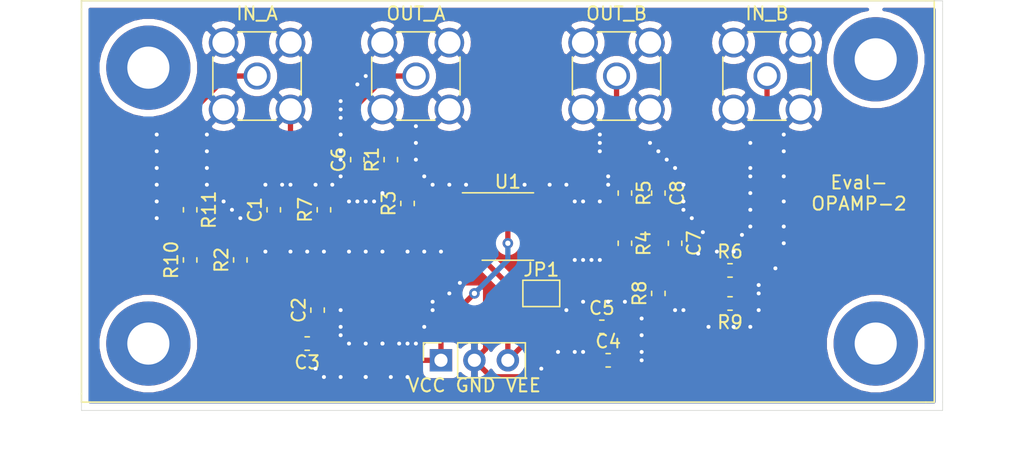
<source format=kicad_pcb>
(kicad_pcb (version 20171130) (host pcbnew "(5.1.2)-2")

  (general
    (thickness 1.6)
    (drawings 21)
    (tracks 230)
    (zones 0)
    (modules 30)
    (nets 16)
  )

  (page A4)
  (layers
    (0 F.Cu signal)
    (31 B.Cu signal)
    (32 B.Adhes user)
    (33 F.Adhes user)
    (34 B.Paste user)
    (35 F.Paste user)
    (36 B.SilkS user)
    (37 F.SilkS user)
    (38 B.Mask user)
    (39 F.Mask user)
    (40 Dwgs.User user)
    (41 Cmts.User user)
    (42 Eco1.User user)
    (43 Eco2.User user)
    (44 Edge.Cuts user)
    (45 Margin user)
    (46 B.CrtYd user)
    (47 F.CrtYd user)
    (48 B.Fab user)
    (49 F.Fab user)
  )

  (setup
    (last_trace_width 0.25)
    (user_trace_width 0.4)
    (trace_clearance 0.2)
    (zone_clearance 0.508)
    (zone_45_only no)
    (trace_min 0.2)
    (via_size 0.8)
    (via_drill 0.4)
    (via_min_size 0.4)
    (via_min_drill 0.3)
    (user_via 0.4 0.3)
    (uvia_size 0.3)
    (uvia_drill 0.1)
    (uvias_allowed no)
    (uvia_min_size 0.2)
    (uvia_min_drill 0.1)
    (edge_width 0.05)
    (segment_width 0.2)
    (pcb_text_width 0.3)
    (pcb_text_size 1.5 1.5)
    (mod_edge_width 0.12)
    (mod_text_size 1 1)
    (mod_text_width 0.15)
    (pad_size 0.3 0.3)
    (pad_drill 0)
    (pad_to_mask_clearance 0.051)
    (solder_mask_min_width 0.25)
    (aux_axis_origin 0 0)
    (visible_elements 7FFFFFFF)
    (pcbplotparams
      (layerselection 0x010f0_ffffffff)
      (usegerberextensions false)
      (usegerberattributes false)
      (usegerberadvancedattributes false)
      (creategerberjobfile false)
      (excludeedgelayer true)
      (linewidth 0.100000)
      (plotframeref false)
      (viasonmask false)
      (mode 1)
      (useauxorigin false)
      (hpglpennumber 1)
      (hpglpenspeed 20)
      (hpglpendiameter 15.000000)
      (psnegative false)
      (psa4output false)
      (plotreference true)
      (plotvalue true)
      (plotinvisibletext false)
      (padsonsilk false)
      (subtractmaskfromsilk false)
      (outputformat 1)
      (mirror false)
      (drillshape 0)
      (scaleselection 1)
      (outputdirectory "./"))
  )

  (net 0 "")
  (net 1 GND)
  (net 2 "Net-(C1-Pad1)")
  (net 3 "Net-(C2-Pad1)")
  (net 4 "Net-(C4-Pad1)")
  (net 5 "Net-(C6-Pad1)")
  (net 6 "Net-(C6-Pad2)")
  (net 7 "Net-(C7-Pad1)")
  (net 8 "Net-(C8-Pad1)")
  (net 9 "Net-(C8-Pad2)")
  (net 10 "Net-(J1-Pad1)")
  (net 11 "Net-(J4-Pad1)")
  (net 12 "Net-(R11-Pad1)")
  (net 13 "Net-(R3-Pad1)")
  (net 14 "Net-(R4-Pad2)")
  (net 15 "Net-(R8-Pad2)")

  (net_class Default 这是默认网络类。
    (clearance 0.2)
    (trace_width 0.25)
    (via_dia 0.8)
    (via_drill 0.4)
    (uvia_dia 0.3)
    (uvia_drill 0.1)
    (add_net GND)
    (add_net "Net-(C1-Pad1)")
    (add_net "Net-(C2-Pad1)")
    (add_net "Net-(C4-Pad1)")
    (add_net "Net-(C6-Pad1)")
    (add_net "Net-(C6-Pad2)")
    (add_net "Net-(C7-Pad1)")
    (add_net "Net-(C8-Pad1)")
    (add_net "Net-(C8-Pad2)")
    (add_net "Net-(J1-Pad1)")
    (add_net "Net-(J4-Pad1)")
    (add_net "Net-(R11-Pad1)")
    (add_net "Net-(R3-Pad1)")
    (add_net "Net-(R4-Pad2)")
    (add_net "Net-(R8-Pad2)")
  )

  (module MountingHole:MountingHole_3.2mm_M3_Pad (layer F.Cu) (tedit 56D1B4CB) (tstamp 5D1E4771)
    (at 175.26 92.71)
    (descr "Mounting Hole 3.2mm, M3")
    (tags "mounting hole 3.2mm m3")
    (attr virtual)
    (fp_text reference REF** (at 0 -4.2) (layer F.SilkS) hide
      (effects (font (size 1 1) (thickness 0.15)))
    )
    (fp_text value MountingHole_3.2mm_M3_Pad (at 0 4.2) (layer F.Fab)
      (effects (font (size 1 1) (thickness 0.15)))
    )
    (fp_circle (center 0 0) (end 3.45 0) (layer F.CrtYd) (width 0.05))
    (fp_circle (center 0 0) (end 3.2 0) (layer Cmts.User) (width 0.15))
    (fp_text user %R (at 0.3 0) (layer F.Fab)
      (effects (font (size 1 1) (thickness 0.15)))
    )
    (pad 1 thru_hole circle (at 0 0) (size 6.4 6.4) (drill 3.2) (layers *.Cu *.Mask))
  )

  (module MountingHole:MountingHole_3.2mm_M3_Pad (layer F.Cu) (tedit 56D1B4CB) (tstamp 5D1E474D)
    (at 120.015 92.71)
    (descr "Mounting Hole 3.2mm, M3")
    (tags "mounting hole 3.2mm m3")
    (attr virtual)
    (fp_text reference REF** (at 0 -4.2) (layer F.SilkS) hide
      (effects (font (size 1 1) (thickness 0.15)))
    )
    (fp_text value MountingHole_3.2mm_M3_Pad (at 0 4.2) (layer F.Fab)
      (effects (font (size 1 1) (thickness 0.15)))
    )
    (fp_circle (center 0 0) (end 3.45 0) (layer F.CrtYd) (width 0.05))
    (fp_circle (center 0 0) (end 3.2 0) (layer Cmts.User) (width 0.15))
    (fp_text user %R (at 0.3 0) (layer F.Fab)
      (effects (font (size 1 1) (thickness 0.15)))
    )
    (pad 1 thru_hole circle (at 0 0) (size 6.4 6.4) (drill 3.2) (layers *.Cu *.Mask))
  )

  (module MountingHole:MountingHole_3.2mm_M3_Pad (layer F.Cu) (tedit 56D1B4CB) (tstamp 5D1E4729)
    (at 175.26 71.12)
    (descr "Mounting Hole 3.2mm, M3")
    (tags "mounting hole 3.2mm m3")
    (attr virtual)
    (fp_text reference REF** (at 0 -4.2) (layer F.SilkS) hide
      (effects (font (size 1 1) (thickness 0.15)))
    )
    (fp_text value MountingHole_3.2mm_M3_Pad (at 0 4.2) (layer F.Fab)
      (effects (font (size 1 1) (thickness 0.15)))
    )
    (fp_circle (center 0 0) (end 3.45 0) (layer F.CrtYd) (width 0.05))
    (fp_circle (center 0 0) (end 3.2 0) (layer Cmts.User) (width 0.15))
    (fp_text user %R (at 0.3 0) (layer F.Fab)
      (effects (font (size 1 1) (thickness 0.15)))
    )
    (pad 1 thru_hole circle (at 0 0) (size 6.4 6.4) (drill 3.2) (layers *.Cu *.Mask))
  )

  (module MountingHole:MountingHole_3.2mm_M3_Pad (layer F.Cu) (tedit 56D1B4CB) (tstamp 5D1E4705)
    (at 120.015 71.755)
    (descr "Mounting Hole 3.2mm, M3")
    (tags "mounting hole 3.2mm m3")
    (attr virtual)
    (fp_text reference REF** (at 0 -4.2) (layer F.SilkS) hide
      (effects (font (size 1 1) (thickness 0.15)))
    )
    (fp_text value MountingHole_3.2mm_M3_Pad (at 0 4.2) (layer F.Fab)
      (effects (font (size 1 1) (thickness 0.15)))
    )
    (fp_circle (center 0 0) (end 3.45 0) (layer F.CrtYd) (width 0.05))
    (fp_circle (center 0 0) (end 3.2 0) (layer Cmts.User) (width 0.15))
    (fp_text user %R (at 0.3 0) (layer F.Fab)
      (effects (font (size 1 1) (thickness 0.15)))
    )
    (pad 1 thru_hole circle (at 0 0) (size 6.4 6.4) (drill 3.2) (layers *.Cu *.Mask))
  )

  (module Connector_Coaxial:SMA_Amphenol_132134-11_Vertical (layer F.Cu) (tedit 5B2F4C93) (tstamp 5D1E1380)
    (at 167.005 72.39)
    (descr https://www.amphenolrf.com/downloads/dl/file/id/3406/product/2975/132134_11_customer_drawing.pdf)
    (tags "SMA THT Female Jack Vertical ExtendedLegs")
    (path /5D207326)
    (fp_text reference IN_B (at 0 -4.75) (layer F.SilkS)
      (effects (font (size 1 1) (thickness 0.15)))
    )
    (fp_text value IN_B (at 0 5) (layer F.Fab)
      (effects (font (size 1 1) (thickness 0.15)))
    )
    (fp_text user %R (at 0 0) (layer F.Fab)
      (effects (font (size 1 1) (thickness 0.15)))
    )
    (fp_line (start -1.45 -3.355) (end 1.45 -3.355) (layer F.SilkS) (width 0.12))
    (fp_line (start -1.45 3.355) (end 1.45 3.355) (layer F.SilkS) (width 0.12))
    (fp_line (start 3.355 -1.45) (end 3.355 1.45) (layer F.SilkS) (width 0.12))
    (fp_line (start -3.355 -1.45) (end -3.355 1.45) (layer F.SilkS) (width 0.12))
    (fp_line (start 3.175 -3.175) (end 3.175 3.175) (layer F.Fab) (width 0.1))
    (fp_line (start -3.175 3.175) (end 3.175 3.175) (layer F.Fab) (width 0.1))
    (fp_line (start -3.175 -3.175) (end -3.175 3.175) (layer F.Fab) (width 0.1))
    (fp_line (start -3.175 -3.175) (end 3.175 -3.175) (layer F.Fab) (width 0.1))
    (fp_line (start -4.17 -4.17) (end 4.17 -4.17) (layer F.CrtYd) (width 0.05))
    (fp_line (start -4.17 -4.17) (end -4.17 4.17) (layer F.CrtYd) (width 0.05))
    (fp_line (start 4.17 4.17) (end 4.17 -4.17) (layer F.CrtYd) (width 0.05))
    (fp_line (start 4.17 4.17) (end -4.17 4.17) (layer F.CrtYd) (width 0.05))
    (fp_circle (center 0 0) (end 3.175 0) (layer F.Fab) (width 0.1))
    (pad 2 thru_hole circle (at -2.54 2.54) (size 2.25 2.25) (drill 1.7) (layers *.Cu *.Mask)
      (net 1 GND))
    (pad 2 thru_hole circle (at -2.54 -2.54) (size 2.25 2.25) (drill 1.7) (layers *.Cu *.Mask)
      (net 1 GND))
    (pad 2 thru_hole circle (at 2.54 -2.54) (size 2.25 2.25) (drill 1.7) (layers *.Cu *.Mask)
      (net 1 GND))
    (pad 2 thru_hole circle (at 2.54 2.54) (size 2.25 2.25) (drill 1.7) (layers *.Cu *.Mask)
      (net 1 GND))
    (pad 1 thru_hole circle (at 0 0) (size 2.05 2.05) (drill 1.5) (layers *.Cu *.Mask)
      (net 11 "Net-(J4-Pad1)"))
    (model ${KISYS3DMOD}/Connector_Coaxial.3dshapes/SMA_Amphenol_132134-11_Vertical.wrl
      (at (xyz 0 0 0))
      (scale (xyz 1 1 1))
      (rotate (xyz 0 0 0))
    )
  )

  (module Jumper:SolderJumper-2_P1.3mm_Open_TrianglePad1.0x1.5mm (layer F.Cu) (tedit 5D1E1124) (tstamp 5D1E3D0E)
    (at 149.86 88.9)
    (descr "SMD Solder Jumper, 1x1.5mm Triangular Pads, 0.3mm gap, open")
    (tags "solder jumper open")
    (attr virtual)
    (fp_text reference JP1 (at 0 -1.8) (layer F.SilkS)
      (effects (font (size 1 1) (thickness 0.15)))
    )
    (fp_text value SolderJumper-2_P1.3mm_Open_TrianglePad1.0x1.5mm (at 0 1.9) (layer F.Fab)
      (effects (font (size 1 1) (thickness 0.15)))
    )
    (fp_line (start 1.65 1.25) (end -1.65 1.25) (layer F.CrtYd) (width 0.05))
    (fp_line (start 1.65 1.25) (end 1.65 -1.25) (layer F.CrtYd) (width 0.05))
    (fp_line (start -1.65 -1.25) (end -1.65 1.25) (layer F.CrtYd) (width 0.05))
    (fp_line (start -1.65 -1.25) (end 1.65 -1.25) (layer F.CrtYd) (width 0.05))
    (fp_line (start -1.4 -1) (end 1.4 -1) (layer F.SilkS) (width 0.12))
    (fp_line (start 1.4 -1) (end 1.4 1) (layer F.SilkS) (width 0.12))
    (fp_line (start 1.4 1) (end -1.4 1) (layer F.SilkS) (width 0.12))
    (fp_line (start -1.4 1) (end -1.4 -1) (layer F.SilkS) (width 0.12))
    (pad 1 smd custom (at -0.725 0) (size 0.3 0.3) (layers F.Cu F.Mask)
      (net 4 "Net-(C4-Pad1)") (zone_connect 2)
      (options (clearance outline) (anchor rect))
      (primitives
        (gr_poly (pts
           (xy -0.5 -0.75) (xy 0.5 -0.75) (xy 1 0) (xy 0.5 0.75) (xy -0.5 0.75)
) (width 0))
      ))
    (pad 2 smd custom (at 0.725 0) (size 0.3 0.3) (layers F.Cu F.Mask)
      (net 1 GND) (zone_connect 2)
      (options (clearance outline) (anchor rect))
      (primitives
        (gr_poly (pts
           (xy -0.65 -0.75) (xy 0.5 -0.75) (xy 0.5 0.75) (xy -0.65 0.75) (xy -0.15 0)
) (width 0))
      ))
  )

  (module Capacitor_SMD:C_0603_1608Metric (layer F.Cu) (tedit 5B301BBE) (tstamp 5D1E12AD)
    (at 129.54 82.55 90)
    (descr "Capacitor SMD 0603 (1608 Metric), square (rectangular) end terminal, IPC_7351 nominal, (Body size source: http://www.tortai-tech.com/upload/download/2011102023233369053.pdf), generated with kicad-footprint-generator")
    (tags capacitor)
    (path /5D1BBABB)
    (attr smd)
    (fp_text reference C1 (at 0 -1.43 90) (layer F.SilkS)
      (effects (font (size 1 1) (thickness 0.15)))
    )
    (fp_text value 100pF (at 0 1.43 90) (layer F.Fab)
      (effects (font (size 1 1) (thickness 0.15)))
    )
    (fp_text user %R (at 0 0 90) (layer F.Fab)
      (effects (font (size 0.4 0.4) (thickness 0.06)))
    )
    (fp_line (start 1.48 0.73) (end -1.48 0.73) (layer F.CrtYd) (width 0.05))
    (fp_line (start 1.48 -0.73) (end 1.48 0.73) (layer F.CrtYd) (width 0.05))
    (fp_line (start -1.48 -0.73) (end 1.48 -0.73) (layer F.CrtYd) (width 0.05))
    (fp_line (start -1.48 0.73) (end -1.48 -0.73) (layer F.CrtYd) (width 0.05))
    (fp_line (start -0.162779 0.51) (end 0.162779 0.51) (layer F.SilkS) (width 0.12))
    (fp_line (start -0.162779 -0.51) (end 0.162779 -0.51) (layer F.SilkS) (width 0.12))
    (fp_line (start 0.8 0.4) (end -0.8 0.4) (layer F.Fab) (width 0.1))
    (fp_line (start 0.8 -0.4) (end 0.8 0.4) (layer F.Fab) (width 0.1))
    (fp_line (start -0.8 -0.4) (end 0.8 -0.4) (layer F.Fab) (width 0.1))
    (fp_line (start -0.8 0.4) (end -0.8 -0.4) (layer F.Fab) (width 0.1))
    (pad 2 smd roundrect (at 0.7875 0 90) (size 0.875 0.95) (layers F.Cu F.Paste F.Mask) (roundrect_rratio 0.25)
      (net 1 GND))
    (pad 1 smd roundrect (at -0.7875 0 90) (size 0.875 0.95) (layers F.Cu F.Paste F.Mask) (roundrect_rratio 0.25)
      (net 2 "Net-(C1-Pad1)"))
    (model ${KISYS3DMOD}/Capacitor_SMD.3dshapes/C_0603_1608Metric.wrl
      (at (xyz 0 0 0))
      (scale (xyz 1 1 1))
      (rotate (xyz 0 0 0))
    )
  )

  (module Capacitor_SMD:C_0603_1608Metric (layer F.Cu) (tedit 5B301BBE) (tstamp 5D1E12BE)
    (at 132.8675 90.17 90)
    (descr "Capacitor SMD 0603 (1608 Metric), square (rectangular) end terminal, IPC_7351 nominal, (Body size source: http://www.tortai-tech.com/upload/download/2011102023233369053.pdf), generated with kicad-footprint-generator")
    (tags capacitor)
    (path /5D1DDD6E)
    (attr smd)
    (fp_text reference C2 (at 0 -1.43 90) (layer F.SilkS)
      (effects (font (size 1 1) (thickness 0.15)))
    )
    (fp_text value 10uf (at 0 1.43 90) (layer F.Fab)
      (effects (font (size 1 1) (thickness 0.15)))
    )
    (fp_text user %R (at 0 0 90) (layer F.Fab)
      (effects (font (size 0.4 0.4) (thickness 0.06)))
    )
    (fp_line (start 1.48 0.73) (end -1.48 0.73) (layer F.CrtYd) (width 0.05))
    (fp_line (start 1.48 -0.73) (end 1.48 0.73) (layer F.CrtYd) (width 0.05))
    (fp_line (start -1.48 -0.73) (end 1.48 -0.73) (layer F.CrtYd) (width 0.05))
    (fp_line (start -1.48 0.73) (end -1.48 -0.73) (layer F.CrtYd) (width 0.05))
    (fp_line (start -0.162779 0.51) (end 0.162779 0.51) (layer F.SilkS) (width 0.12))
    (fp_line (start -0.162779 -0.51) (end 0.162779 -0.51) (layer F.SilkS) (width 0.12))
    (fp_line (start 0.8 0.4) (end -0.8 0.4) (layer F.Fab) (width 0.1))
    (fp_line (start 0.8 -0.4) (end 0.8 0.4) (layer F.Fab) (width 0.1))
    (fp_line (start -0.8 -0.4) (end 0.8 -0.4) (layer F.Fab) (width 0.1))
    (fp_line (start -0.8 0.4) (end -0.8 -0.4) (layer F.Fab) (width 0.1))
    (pad 2 smd roundrect (at 0.7875 0 90) (size 0.875 0.95) (layers F.Cu F.Paste F.Mask) (roundrect_rratio 0.25)
      (net 1 GND))
    (pad 1 smd roundrect (at -0.7875 0 90) (size 0.875 0.95) (layers F.Cu F.Paste F.Mask) (roundrect_rratio 0.25)
      (net 3 "Net-(C2-Pad1)"))
    (model ${KISYS3DMOD}/Capacitor_SMD.3dshapes/C_0603_1608Metric.wrl
      (at (xyz 0 0 0))
      (scale (xyz 1 1 1))
      (rotate (xyz 0 0 0))
    )
  )

  (module Capacitor_SMD:C_0603_1608Metric (layer F.Cu) (tedit 5B301BBE) (tstamp 5D1E12CF)
    (at 132.08 92.71 180)
    (descr "Capacitor SMD 0603 (1608 Metric), square (rectangular) end terminal, IPC_7351 nominal, (Body size source: http://www.tortai-tech.com/upload/download/2011102023233369053.pdf), generated with kicad-footprint-generator")
    (tags capacitor)
    (path /5D1DD870)
    (attr smd)
    (fp_text reference C3 (at 0 -1.43) (layer F.SilkS)
      (effects (font (size 1 1) (thickness 0.15)))
    )
    (fp_text value 0.1uf (at 0 1.43) (layer F.Fab)
      (effects (font (size 1 1) (thickness 0.15)))
    )
    (fp_line (start -0.8 0.4) (end -0.8 -0.4) (layer F.Fab) (width 0.1))
    (fp_line (start -0.8 -0.4) (end 0.8 -0.4) (layer F.Fab) (width 0.1))
    (fp_line (start 0.8 -0.4) (end 0.8 0.4) (layer F.Fab) (width 0.1))
    (fp_line (start 0.8 0.4) (end -0.8 0.4) (layer F.Fab) (width 0.1))
    (fp_line (start -0.162779 -0.51) (end 0.162779 -0.51) (layer F.SilkS) (width 0.12))
    (fp_line (start -0.162779 0.51) (end 0.162779 0.51) (layer F.SilkS) (width 0.12))
    (fp_line (start -1.48 0.73) (end -1.48 -0.73) (layer F.CrtYd) (width 0.05))
    (fp_line (start -1.48 -0.73) (end 1.48 -0.73) (layer F.CrtYd) (width 0.05))
    (fp_line (start 1.48 -0.73) (end 1.48 0.73) (layer F.CrtYd) (width 0.05))
    (fp_line (start 1.48 0.73) (end -1.48 0.73) (layer F.CrtYd) (width 0.05))
    (fp_text user %R (at 0 0) (layer F.Fab)
      (effects (font (size 0.4 0.4) (thickness 0.06)))
    )
    (pad 1 smd roundrect (at -0.7875 0 180) (size 0.875 0.95) (layers F.Cu F.Paste F.Mask) (roundrect_rratio 0.25)
      (net 3 "Net-(C2-Pad1)"))
    (pad 2 smd roundrect (at 0.7875 0 180) (size 0.875 0.95) (layers F.Cu F.Paste F.Mask) (roundrect_rratio 0.25)
      (net 1 GND))
    (model ${KISYS3DMOD}/Capacitor_SMD.3dshapes/C_0603_1608Metric.wrl
      (at (xyz 0 0 0))
      (scale (xyz 1 1 1))
      (rotate (xyz 0 0 0))
    )
  )

  (module Capacitor_SMD:C_0603_1608Metric (layer F.Cu) (tedit 5B301BBE) (tstamp 5D1E12E0)
    (at 154.94 93.98)
    (descr "Capacitor SMD 0603 (1608 Metric), square (rectangular) end terminal, IPC_7351 nominal, (Body size source: http://www.tortai-tech.com/upload/download/2011102023233369053.pdf), generated with kicad-footprint-generator")
    (tags capacitor)
    (path /5D1DCAC1)
    (attr smd)
    (fp_text reference C4 (at 0 -1.43) (layer F.SilkS)
      (effects (font (size 1 1) (thickness 0.15)))
    )
    (fp_text value 10uf (at 0 1.43) (layer F.Fab)
      (effects (font (size 1 1) (thickness 0.15)))
    )
    (fp_text user %R (at 0 0) (layer F.Fab)
      (effects (font (size 0.4 0.4) (thickness 0.06)))
    )
    (fp_line (start 1.48 0.73) (end -1.48 0.73) (layer F.CrtYd) (width 0.05))
    (fp_line (start 1.48 -0.73) (end 1.48 0.73) (layer F.CrtYd) (width 0.05))
    (fp_line (start -1.48 -0.73) (end 1.48 -0.73) (layer F.CrtYd) (width 0.05))
    (fp_line (start -1.48 0.73) (end -1.48 -0.73) (layer F.CrtYd) (width 0.05))
    (fp_line (start -0.162779 0.51) (end 0.162779 0.51) (layer F.SilkS) (width 0.12))
    (fp_line (start -0.162779 -0.51) (end 0.162779 -0.51) (layer F.SilkS) (width 0.12))
    (fp_line (start 0.8 0.4) (end -0.8 0.4) (layer F.Fab) (width 0.1))
    (fp_line (start 0.8 -0.4) (end 0.8 0.4) (layer F.Fab) (width 0.1))
    (fp_line (start -0.8 -0.4) (end 0.8 -0.4) (layer F.Fab) (width 0.1))
    (fp_line (start -0.8 0.4) (end -0.8 -0.4) (layer F.Fab) (width 0.1))
    (pad 2 smd roundrect (at 0.7875 0) (size 0.875 0.95) (layers F.Cu F.Paste F.Mask) (roundrect_rratio 0.25)
      (net 1 GND))
    (pad 1 smd roundrect (at -0.7875 0) (size 0.875 0.95) (layers F.Cu F.Paste F.Mask) (roundrect_rratio 0.25)
      (net 4 "Net-(C4-Pad1)"))
    (model ${KISYS3DMOD}/Capacitor_SMD.3dshapes/C_0603_1608Metric.wrl
      (at (xyz 0 0 0))
      (scale (xyz 1 1 1))
      (rotate (xyz 0 0 0))
    )
  )

  (module Capacitor_SMD:C_0603_1608Metric (layer F.Cu) (tedit 5B301BBE) (tstamp 5D1E12F1)
    (at 154.4575 91.44)
    (descr "Capacitor SMD 0603 (1608 Metric), square (rectangular) end terminal, IPC_7351 nominal, (Body size source: http://www.tortai-tech.com/upload/download/2011102023233369053.pdf), generated with kicad-footprint-generator")
    (tags capacitor)
    (path /5D1D659F)
    (attr smd)
    (fp_text reference C5 (at 0 -1.43) (layer F.SilkS)
      (effects (font (size 1 1) (thickness 0.15)))
    )
    (fp_text value 0.1uf (at 0 1.43) (layer F.Fab)
      (effects (font (size 1 1) (thickness 0.15)))
    )
    (fp_line (start -0.8 0.4) (end -0.8 -0.4) (layer F.Fab) (width 0.1))
    (fp_line (start -0.8 -0.4) (end 0.8 -0.4) (layer F.Fab) (width 0.1))
    (fp_line (start 0.8 -0.4) (end 0.8 0.4) (layer F.Fab) (width 0.1))
    (fp_line (start 0.8 0.4) (end -0.8 0.4) (layer F.Fab) (width 0.1))
    (fp_line (start -0.162779 -0.51) (end 0.162779 -0.51) (layer F.SilkS) (width 0.12))
    (fp_line (start -0.162779 0.51) (end 0.162779 0.51) (layer F.SilkS) (width 0.12))
    (fp_line (start -1.48 0.73) (end -1.48 -0.73) (layer F.CrtYd) (width 0.05))
    (fp_line (start -1.48 -0.73) (end 1.48 -0.73) (layer F.CrtYd) (width 0.05))
    (fp_line (start 1.48 -0.73) (end 1.48 0.73) (layer F.CrtYd) (width 0.05))
    (fp_line (start 1.48 0.73) (end -1.48 0.73) (layer F.CrtYd) (width 0.05))
    (fp_text user %R (at 0 0) (layer F.Fab)
      (effects (font (size 0.4 0.4) (thickness 0.06)))
    )
    (pad 1 smd roundrect (at -0.7875 0) (size 0.875 0.95) (layers F.Cu F.Paste F.Mask) (roundrect_rratio 0.25)
      (net 4 "Net-(C4-Pad1)"))
    (pad 2 smd roundrect (at 0.7875 0) (size 0.875 0.95) (layers F.Cu F.Paste F.Mask) (roundrect_rratio 0.25)
      (net 1 GND))
    (model ${KISYS3DMOD}/Capacitor_SMD.3dshapes/C_0603_1608Metric.wrl
      (at (xyz 0 0 0))
      (scale (xyz 1 1 1))
      (rotate (xyz 0 0 0))
    )
  )

  (module Capacitor_SMD:C_0603_1608Metric (layer F.Cu) (tedit 5B301BBE) (tstamp 5D1E1302)
    (at 135.89 78.74 90)
    (descr "Capacitor SMD 0603 (1608 Metric), square (rectangular) end terminal, IPC_7351 nominal, (Body size source: http://www.tortai-tech.com/upload/download/2011102023233369053.pdf), generated with kicad-footprint-generator")
    (tags capacitor)
    (path /5D1F4078)
    (attr smd)
    (fp_text reference C6 (at 0 -1.43 90) (layer F.SilkS)
      (effects (font (size 1 1) (thickness 0.15)))
    )
    (fp_text value 100pF (at 0 1.43 90) (layer F.Fab)
      (effects (font (size 1 1) (thickness 0.15)))
    )
    (fp_line (start -0.8 0.4) (end -0.8 -0.4) (layer F.Fab) (width 0.1))
    (fp_line (start -0.8 -0.4) (end 0.8 -0.4) (layer F.Fab) (width 0.1))
    (fp_line (start 0.8 -0.4) (end 0.8 0.4) (layer F.Fab) (width 0.1))
    (fp_line (start 0.8 0.4) (end -0.8 0.4) (layer F.Fab) (width 0.1))
    (fp_line (start -0.162779 -0.51) (end 0.162779 -0.51) (layer F.SilkS) (width 0.12))
    (fp_line (start -0.162779 0.51) (end 0.162779 0.51) (layer F.SilkS) (width 0.12))
    (fp_line (start -1.48 0.73) (end -1.48 -0.73) (layer F.CrtYd) (width 0.05))
    (fp_line (start -1.48 -0.73) (end 1.48 -0.73) (layer F.CrtYd) (width 0.05))
    (fp_line (start 1.48 -0.73) (end 1.48 0.73) (layer F.CrtYd) (width 0.05))
    (fp_line (start 1.48 0.73) (end -1.48 0.73) (layer F.CrtYd) (width 0.05))
    (fp_text user %R (at 0 0 90) (layer F.Fab)
      (effects (font (size 0.4 0.4) (thickness 0.06)))
    )
    (pad 1 smd roundrect (at -0.7875 0 90) (size 0.875 0.95) (layers F.Cu F.Paste F.Mask) (roundrect_rratio 0.25)
      (net 5 "Net-(C6-Pad1)"))
    (pad 2 smd roundrect (at 0.7875 0 90) (size 0.875 0.95) (layers F.Cu F.Paste F.Mask) (roundrect_rratio 0.25)
      (net 6 "Net-(C6-Pad2)"))
    (model ${KISYS3DMOD}/Capacitor_SMD.3dshapes/C_0603_1608Metric.wrl
      (at (xyz 0 0 0))
      (scale (xyz 1 1 1))
      (rotate (xyz 0 0 0))
    )
  )

  (module Capacitor_SMD:C_0603_1608Metric (layer F.Cu) (tedit 5B301BBE) (tstamp 5D1E1313)
    (at 160.02 85.09 270)
    (descr "Capacitor SMD 0603 (1608 Metric), square (rectangular) end terminal, IPC_7351 nominal, (Body size source: http://www.tortai-tech.com/upload/download/2011102023233369053.pdf), generated with kicad-footprint-generator")
    (tags capacitor)
    (path /5D21F1D3)
    (attr smd)
    (fp_text reference C7 (at 0 -1.43 90) (layer F.SilkS)
      (effects (font (size 1 1) (thickness 0.15)))
    )
    (fp_text value 100pF (at 0 1.43 90) (layer F.Fab)
      (effects (font (size 1 1) (thickness 0.15)))
    )
    (fp_text user %R (at 0 0 90) (layer F.Fab)
      (effects (font (size 0.4 0.4) (thickness 0.06)))
    )
    (fp_line (start 1.48 0.73) (end -1.48 0.73) (layer F.CrtYd) (width 0.05))
    (fp_line (start 1.48 -0.73) (end 1.48 0.73) (layer F.CrtYd) (width 0.05))
    (fp_line (start -1.48 -0.73) (end 1.48 -0.73) (layer F.CrtYd) (width 0.05))
    (fp_line (start -1.48 0.73) (end -1.48 -0.73) (layer F.CrtYd) (width 0.05))
    (fp_line (start -0.162779 0.51) (end 0.162779 0.51) (layer F.SilkS) (width 0.12))
    (fp_line (start -0.162779 -0.51) (end 0.162779 -0.51) (layer F.SilkS) (width 0.12))
    (fp_line (start 0.8 0.4) (end -0.8 0.4) (layer F.Fab) (width 0.1))
    (fp_line (start 0.8 -0.4) (end 0.8 0.4) (layer F.Fab) (width 0.1))
    (fp_line (start -0.8 -0.4) (end 0.8 -0.4) (layer F.Fab) (width 0.1))
    (fp_line (start -0.8 0.4) (end -0.8 -0.4) (layer F.Fab) (width 0.1))
    (pad 2 smd roundrect (at 0.7875 0 270) (size 0.875 0.95) (layers F.Cu F.Paste F.Mask) (roundrect_rratio 0.25)
      (net 1 GND))
    (pad 1 smd roundrect (at -0.7875 0 270) (size 0.875 0.95) (layers F.Cu F.Paste F.Mask) (roundrect_rratio 0.25)
      (net 7 "Net-(C7-Pad1)"))
    (model ${KISYS3DMOD}/Capacitor_SMD.3dshapes/C_0603_1608Metric.wrl
      (at (xyz 0 0 0))
      (scale (xyz 1 1 1))
      (rotate (xyz 0 0 0))
    )
  )

  (module Capacitor_SMD:C_0603_1608Metric (layer F.Cu) (tedit 5B301BBE) (tstamp 5D1E1324)
    (at 158.75 81.28 270)
    (descr "Capacitor SMD 0603 (1608 Metric), square (rectangular) end terminal, IPC_7351 nominal, (Body size source: http://www.tortai-tech.com/upload/download/2011102023233369053.pdf), generated with kicad-footprint-generator")
    (tags capacitor)
    (path /5D20CD40)
    (attr smd)
    (fp_text reference C8 (at 0 -1.43 90) (layer F.SilkS)
      (effects (font (size 1 1) (thickness 0.15)))
    )
    (fp_text value 100pF (at 0 1.43 90) (layer F.Fab)
      (effects (font (size 1 1) (thickness 0.15)))
    )
    (fp_line (start -0.8 0.4) (end -0.8 -0.4) (layer F.Fab) (width 0.1))
    (fp_line (start -0.8 -0.4) (end 0.8 -0.4) (layer F.Fab) (width 0.1))
    (fp_line (start 0.8 -0.4) (end 0.8 0.4) (layer F.Fab) (width 0.1))
    (fp_line (start 0.8 0.4) (end -0.8 0.4) (layer F.Fab) (width 0.1))
    (fp_line (start -0.162779 -0.51) (end 0.162779 -0.51) (layer F.SilkS) (width 0.12))
    (fp_line (start -0.162779 0.51) (end 0.162779 0.51) (layer F.SilkS) (width 0.12))
    (fp_line (start -1.48 0.73) (end -1.48 -0.73) (layer F.CrtYd) (width 0.05))
    (fp_line (start -1.48 -0.73) (end 1.48 -0.73) (layer F.CrtYd) (width 0.05))
    (fp_line (start 1.48 -0.73) (end 1.48 0.73) (layer F.CrtYd) (width 0.05))
    (fp_line (start 1.48 0.73) (end -1.48 0.73) (layer F.CrtYd) (width 0.05))
    (fp_text user %R (at 0 0 90) (layer F.Fab)
      (effects (font (size 0.4 0.4) (thickness 0.06)))
    )
    (pad 1 smd roundrect (at -0.7875 0 270) (size 0.875 0.95) (layers F.Cu F.Paste F.Mask) (roundrect_rratio 0.25)
      (net 8 "Net-(C8-Pad1)"))
    (pad 2 smd roundrect (at 0.7875 0 270) (size 0.875 0.95) (layers F.Cu F.Paste F.Mask) (roundrect_rratio 0.25)
      (net 9 "Net-(C8-Pad2)"))
    (model ${KISYS3DMOD}/Capacitor_SMD.3dshapes/C_0603_1608Metric.wrl
      (at (xyz 0 0 0))
      (scale (xyz 1 1 1))
      (rotate (xyz 0 0 0))
    )
  )

  (module Connector_Coaxial:SMA_Amphenol_132134-11_Vertical (layer F.Cu) (tedit 5B2F4C93) (tstamp 5D1E133B)
    (at 128.27 72.39)
    (descr https://www.amphenolrf.com/downloads/dl/file/id/3406/product/2975/132134_11_customer_drawing.pdf)
    (tags "SMA THT Female Jack Vertical ExtendedLegs")
    (path /5D1C6A54)
    (fp_text reference IN_A (at 0 -4.75) (layer F.SilkS)
      (effects (font (size 1 1) (thickness 0.15)))
    )
    (fp_text value IN_A (at 0 5) (layer F.Fab)
      (effects (font (size 1 1) (thickness 0.15)))
    )
    (fp_text user %R (at 0 0) (layer F.Fab)
      (effects (font (size 1 1) (thickness 0.15)))
    )
    (fp_line (start -1.45 -3.355) (end 1.45 -3.355) (layer F.SilkS) (width 0.12))
    (fp_line (start -1.45 3.355) (end 1.45 3.355) (layer F.SilkS) (width 0.12))
    (fp_line (start 3.355 -1.45) (end 3.355 1.45) (layer F.SilkS) (width 0.12))
    (fp_line (start -3.355 -1.45) (end -3.355 1.45) (layer F.SilkS) (width 0.12))
    (fp_line (start 3.175 -3.175) (end 3.175 3.175) (layer F.Fab) (width 0.1))
    (fp_line (start -3.175 3.175) (end 3.175 3.175) (layer F.Fab) (width 0.1))
    (fp_line (start -3.175 -3.175) (end -3.175 3.175) (layer F.Fab) (width 0.1))
    (fp_line (start -3.175 -3.175) (end 3.175 -3.175) (layer F.Fab) (width 0.1))
    (fp_line (start -4.17 -4.17) (end 4.17 -4.17) (layer F.CrtYd) (width 0.05))
    (fp_line (start -4.17 -4.17) (end -4.17 4.17) (layer F.CrtYd) (width 0.05))
    (fp_line (start 4.17 4.17) (end 4.17 -4.17) (layer F.CrtYd) (width 0.05))
    (fp_line (start 4.17 4.17) (end -4.17 4.17) (layer F.CrtYd) (width 0.05))
    (fp_circle (center 0 0) (end 3.175 0) (layer F.Fab) (width 0.1))
    (pad 2 thru_hole circle (at -2.54 2.54) (size 2.25 2.25) (drill 1.7) (layers *.Cu *.Mask)
      (net 1 GND))
    (pad 2 thru_hole circle (at -2.54 -2.54) (size 2.25 2.25) (drill 1.7) (layers *.Cu *.Mask)
      (net 1 GND))
    (pad 2 thru_hole circle (at 2.54 -2.54) (size 2.25 2.25) (drill 1.7) (layers *.Cu *.Mask)
      (net 1 GND))
    (pad 2 thru_hole circle (at 2.54 2.54) (size 2.25 2.25) (drill 1.7) (layers *.Cu *.Mask)
      (net 1 GND))
    (pad 1 thru_hole circle (at 0 0) (size 2.05 2.05) (drill 1.5) (layers *.Cu *.Mask)
      (net 10 "Net-(J1-Pad1)"))
    (model ${KISYS3DMOD}/Connector_Coaxial.3dshapes/SMA_Amphenol_132134-11_Vertical.wrl
      (at (xyz 0 0 0))
      (scale (xyz 1 1 1))
      (rotate (xyz 0 0 0))
    )
  )

  (module Connector_Coaxial:SMA_Amphenol_132134-11_Vertical (layer F.Cu) (tedit 5B2F4C93) (tstamp 5D1E1352)
    (at 140.335 72.39)
    (descr https://www.amphenolrf.com/downloads/dl/file/id/3406/product/2975/132134_11_customer_drawing.pdf)
    (tags "SMA THT Female Jack Vertical ExtendedLegs")
    (path /5D1C72EF)
    (fp_text reference OUT_A (at 0 -4.75) (layer F.SilkS)
      (effects (font (size 1 1) (thickness 0.15)))
    )
    (fp_text value OUT_A (at 0 5) (layer F.Fab)
      (effects (font (size 1 1) (thickness 0.15)))
    )
    (fp_circle (center 0 0) (end 3.175 0) (layer F.Fab) (width 0.1))
    (fp_line (start 4.17 4.17) (end -4.17 4.17) (layer F.CrtYd) (width 0.05))
    (fp_line (start 4.17 4.17) (end 4.17 -4.17) (layer F.CrtYd) (width 0.05))
    (fp_line (start -4.17 -4.17) (end -4.17 4.17) (layer F.CrtYd) (width 0.05))
    (fp_line (start -4.17 -4.17) (end 4.17 -4.17) (layer F.CrtYd) (width 0.05))
    (fp_line (start -3.175 -3.175) (end 3.175 -3.175) (layer F.Fab) (width 0.1))
    (fp_line (start -3.175 -3.175) (end -3.175 3.175) (layer F.Fab) (width 0.1))
    (fp_line (start -3.175 3.175) (end 3.175 3.175) (layer F.Fab) (width 0.1))
    (fp_line (start 3.175 -3.175) (end 3.175 3.175) (layer F.Fab) (width 0.1))
    (fp_line (start -3.355 -1.45) (end -3.355 1.45) (layer F.SilkS) (width 0.12))
    (fp_line (start 3.355 -1.45) (end 3.355 1.45) (layer F.SilkS) (width 0.12))
    (fp_line (start -1.45 3.355) (end 1.45 3.355) (layer F.SilkS) (width 0.12))
    (fp_line (start -1.45 -3.355) (end 1.45 -3.355) (layer F.SilkS) (width 0.12))
    (fp_text user %R (at 0 0) (layer F.Fab)
      (effects (font (size 1 1) (thickness 0.15)))
    )
    (pad 1 thru_hole circle (at 0 0) (size 2.05 2.05) (drill 1.5) (layers *.Cu *.Mask)
      (net 6 "Net-(C6-Pad2)"))
    (pad 2 thru_hole circle (at 2.54 2.54) (size 2.25 2.25) (drill 1.7) (layers *.Cu *.Mask)
      (net 1 GND))
    (pad 2 thru_hole circle (at 2.54 -2.54) (size 2.25 2.25) (drill 1.7) (layers *.Cu *.Mask)
      (net 1 GND))
    (pad 2 thru_hole circle (at -2.54 -2.54) (size 2.25 2.25) (drill 1.7) (layers *.Cu *.Mask)
      (net 1 GND))
    (pad 2 thru_hole circle (at -2.54 2.54) (size 2.25 2.25) (drill 1.7) (layers *.Cu *.Mask)
      (net 1 GND))
    (model ${KISYS3DMOD}/Connector_Coaxial.3dshapes/SMA_Amphenol_132134-11_Vertical.wrl
      (at (xyz 0 0 0))
      (scale (xyz 1 1 1))
      (rotate (xyz 0 0 0))
    )
  )

  (module Connector_PinSocket_2.54mm:PinSocket_1x03_P2.54mm_Vertical (layer F.Cu) (tedit 5A19A429) (tstamp 5D1E40A1)
    (at 142.24 93.98 90)
    (descr "Through hole straight socket strip, 1x03, 2.54mm pitch, single row (from Kicad 4.0.7), script generated")
    (tags "Through hole socket strip THT 1x03 2.54mm single row")
    (path /5D1D0B75)
    (fp_text reference "VCC GND VEE" (at -1.905 2.54 180) (layer F.SilkS)
      (effects (font (size 1 1) (thickness 0.15)))
    )
    (fp_text value Conn_01x03_Male (at 0 7.85 90) (layer F.Fab)
      (effects (font (size 1 1) (thickness 0.15)))
    )
    (fp_line (start -1.27 -1.27) (end 0.635 -1.27) (layer F.Fab) (width 0.1))
    (fp_line (start 0.635 -1.27) (end 1.27 -0.635) (layer F.Fab) (width 0.1))
    (fp_line (start 1.27 -0.635) (end 1.27 6.35) (layer F.Fab) (width 0.1))
    (fp_line (start 1.27 6.35) (end -1.27 6.35) (layer F.Fab) (width 0.1))
    (fp_line (start -1.27 6.35) (end -1.27 -1.27) (layer F.Fab) (width 0.1))
    (fp_line (start -1.33 1.27) (end 1.33 1.27) (layer F.SilkS) (width 0.12))
    (fp_line (start -1.33 1.27) (end -1.33 6.41) (layer F.SilkS) (width 0.12))
    (fp_line (start -1.33 6.41) (end 1.33 6.41) (layer F.SilkS) (width 0.12))
    (fp_line (start 1.33 1.27) (end 1.33 6.41) (layer F.SilkS) (width 0.12))
    (fp_line (start 1.33 -1.33) (end 1.33 0) (layer F.SilkS) (width 0.12))
    (fp_line (start 0 -1.33) (end 1.33 -1.33) (layer F.SilkS) (width 0.12))
    (fp_line (start -1.8 -1.8) (end 1.75 -1.8) (layer F.CrtYd) (width 0.05))
    (fp_line (start 1.75 -1.8) (end 1.75 6.85) (layer F.CrtYd) (width 0.05))
    (fp_line (start 1.75 6.85) (end -1.8 6.85) (layer F.CrtYd) (width 0.05))
    (fp_line (start -1.8 6.85) (end -1.8 -1.8) (layer F.CrtYd) (width 0.05))
    (fp_text user %R (at 0 2.54) (layer F.Fab)
      (effects (font (size 1 1) (thickness 0.15)))
    )
    (pad 1 thru_hole rect (at 0 0 90) (size 1.7 1.7) (drill 1) (layers *.Cu *.Mask)
      (net 3 "Net-(C2-Pad1)"))
    (pad 2 thru_hole oval (at 0 2.54 90) (size 1.7 1.7) (drill 1) (layers *.Cu *.Mask)
      (net 1 GND))
    (pad 3 thru_hole oval (at 0 5.08 90) (size 1.7 1.7) (drill 1) (layers *.Cu *.Mask)
      (net 4 "Net-(C4-Pad1)"))
    (model ${KISYS3DMOD}/Connector_PinSocket_2.54mm.3dshapes/PinSocket_1x03_P2.54mm_Vertical.wrl
      (at (xyz 0 0 0))
      (scale (xyz 1 1 1))
      (rotate (xyz 0 0 0))
    )
  )

  (module Connector_Coaxial:SMA_Amphenol_132134-11_Vertical (layer F.Cu) (tedit 5B2F4C93) (tstamp 5D1E1397)
    (at 155.575 72.39)
    (descr https://www.amphenolrf.com/downloads/dl/file/id/3406/product/2975/132134_11_customer_drawing.pdf)
    (tags "SMA THT Female Jack Vertical ExtendedLegs")
    (path /5D201D36)
    (fp_text reference OUT_B (at 0 -4.75) (layer F.SilkS)
      (effects (font (size 1 1) (thickness 0.15)))
    )
    (fp_text value OUT_B (at 0 5) (layer F.Fab)
      (effects (font (size 1 1) (thickness 0.15)))
    )
    (fp_circle (center 0 0) (end 3.175 0) (layer F.Fab) (width 0.1))
    (fp_line (start 4.17 4.17) (end -4.17 4.17) (layer F.CrtYd) (width 0.05))
    (fp_line (start 4.17 4.17) (end 4.17 -4.17) (layer F.CrtYd) (width 0.05))
    (fp_line (start -4.17 -4.17) (end -4.17 4.17) (layer F.CrtYd) (width 0.05))
    (fp_line (start -4.17 -4.17) (end 4.17 -4.17) (layer F.CrtYd) (width 0.05))
    (fp_line (start -3.175 -3.175) (end 3.175 -3.175) (layer F.Fab) (width 0.1))
    (fp_line (start -3.175 -3.175) (end -3.175 3.175) (layer F.Fab) (width 0.1))
    (fp_line (start -3.175 3.175) (end 3.175 3.175) (layer F.Fab) (width 0.1))
    (fp_line (start 3.175 -3.175) (end 3.175 3.175) (layer F.Fab) (width 0.1))
    (fp_line (start -3.355 -1.45) (end -3.355 1.45) (layer F.SilkS) (width 0.12))
    (fp_line (start 3.355 -1.45) (end 3.355 1.45) (layer F.SilkS) (width 0.12))
    (fp_line (start -1.45 3.355) (end 1.45 3.355) (layer F.SilkS) (width 0.12))
    (fp_line (start -1.45 -3.355) (end 1.45 -3.355) (layer F.SilkS) (width 0.12))
    (fp_text user %R (at 0 0) (layer F.Fab)
      (effects (font (size 1 1) (thickness 0.15)))
    )
    (pad 1 thru_hole circle (at 0 0) (size 2.05 2.05) (drill 1.5) (layers *.Cu *.Mask)
      (net 8 "Net-(C8-Pad1)"))
    (pad 2 thru_hole circle (at 2.54 2.54) (size 2.25 2.25) (drill 1.7) (layers *.Cu *.Mask)
      (net 1 GND))
    (pad 2 thru_hole circle (at 2.54 -2.54) (size 2.25 2.25) (drill 1.7) (layers *.Cu *.Mask)
      (net 1 GND))
    (pad 2 thru_hole circle (at -2.54 -2.54) (size 2.25 2.25) (drill 1.7) (layers *.Cu *.Mask)
      (net 1 GND))
    (pad 2 thru_hole circle (at -2.54 2.54) (size 2.25 2.25) (drill 1.7) (layers *.Cu *.Mask)
      (net 1 GND))
    (model ${KISYS3DMOD}/Connector_Coaxial.3dshapes/SMA_Amphenol_132134-11_Vertical.wrl
      (at (xyz 0 0 0))
      (scale (xyz 1 1 1))
      (rotate (xyz 0 0 0))
    )
  )

  (module Resistor_SMD:R_0603_1608Metric (layer F.Cu) (tedit 5B301BBD) (tstamp 5D1E13A8)
    (at 138.43 78.74 90)
    (descr "Resistor SMD 0603 (1608 Metric), square (rectangular) end terminal, IPC_7351 nominal, (Body size source: http://www.tortai-tech.com/upload/download/2011102023233369053.pdf), generated with kicad-footprint-generator")
    (tags resistor)
    (path /5D1F3513)
    (attr smd)
    (fp_text reference R1 (at 0 -1.43 90) (layer F.SilkS)
      (effects (font (size 1 1) (thickness 0.15)))
    )
    (fp_text value R (at 0 1.43 90) (layer F.Fab)
      (effects (font (size 1 1) (thickness 0.15)))
    )
    (fp_text user %R (at 0 0 90) (layer F.Fab)
      (effects (font (size 0.4 0.4) (thickness 0.06)))
    )
    (fp_line (start 1.48 0.73) (end -1.48 0.73) (layer F.CrtYd) (width 0.05))
    (fp_line (start 1.48 -0.73) (end 1.48 0.73) (layer F.CrtYd) (width 0.05))
    (fp_line (start -1.48 -0.73) (end 1.48 -0.73) (layer F.CrtYd) (width 0.05))
    (fp_line (start -1.48 0.73) (end -1.48 -0.73) (layer F.CrtYd) (width 0.05))
    (fp_line (start -0.162779 0.51) (end 0.162779 0.51) (layer F.SilkS) (width 0.12))
    (fp_line (start -0.162779 -0.51) (end 0.162779 -0.51) (layer F.SilkS) (width 0.12))
    (fp_line (start 0.8 0.4) (end -0.8 0.4) (layer F.Fab) (width 0.1))
    (fp_line (start 0.8 -0.4) (end 0.8 0.4) (layer F.Fab) (width 0.1))
    (fp_line (start -0.8 -0.4) (end 0.8 -0.4) (layer F.Fab) (width 0.1))
    (fp_line (start -0.8 0.4) (end -0.8 -0.4) (layer F.Fab) (width 0.1))
    (pad 2 smd roundrect (at 0.7875 0 90) (size 0.875 0.95) (layers F.Cu F.Paste F.Mask) (roundrect_rratio 0.25)
      (net 5 "Net-(C6-Pad1)"))
    (pad 1 smd roundrect (at -0.7875 0 90) (size 0.875 0.95) (layers F.Cu F.Paste F.Mask) (roundrect_rratio 0.25)
      (net 2 "Net-(C1-Pad1)"))
    (model ${KISYS3DMOD}/Resistor_SMD.3dshapes/R_0603_1608Metric.wrl
      (at (xyz 0 0 0))
      (scale (xyz 1 1 1))
      (rotate (xyz 0 0 0))
    )
  )

  (module Resistor_SMD:R_0603_1608Metric (layer F.Cu) (tedit 5B301BBD) (tstamp 5D1E13B9)
    (at 127 86.36 90)
    (descr "Resistor SMD 0603 (1608 Metric), square (rectangular) end terminal, IPC_7351 nominal, (Body size source: http://www.tortai-tech.com/upload/download/2011102023233369053.pdf), generated with kicad-footprint-generator")
    (tags resistor)
    (path /5D1F8F1E)
    (attr smd)
    (fp_text reference R2 (at 0 -1.43 90) (layer F.SilkS)
      (effects (font (size 1 1) (thickness 0.15)))
    )
    (fp_text value R (at 0 1.43 90) (layer F.Fab)
      (effects (font (size 1 1) (thickness 0.15)))
    )
    (fp_line (start -0.8 0.4) (end -0.8 -0.4) (layer F.Fab) (width 0.1))
    (fp_line (start -0.8 -0.4) (end 0.8 -0.4) (layer F.Fab) (width 0.1))
    (fp_line (start 0.8 -0.4) (end 0.8 0.4) (layer F.Fab) (width 0.1))
    (fp_line (start 0.8 0.4) (end -0.8 0.4) (layer F.Fab) (width 0.1))
    (fp_line (start -0.162779 -0.51) (end 0.162779 -0.51) (layer F.SilkS) (width 0.12))
    (fp_line (start -0.162779 0.51) (end 0.162779 0.51) (layer F.SilkS) (width 0.12))
    (fp_line (start -1.48 0.73) (end -1.48 -0.73) (layer F.CrtYd) (width 0.05))
    (fp_line (start -1.48 -0.73) (end 1.48 -0.73) (layer F.CrtYd) (width 0.05))
    (fp_line (start 1.48 -0.73) (end 1.48 0.73) (layer F.CrtYd) (width 0.05))
    (fp_line (start 1.48 0.73) (end -1.48 0.73) (layer F.CrtYd) (width 0.05))
    (fp_text user %R (at 0 0 90) (layer F.Fab)
      (effects (font (size 0.4 0.4) (thickness 0.06)))
    )
    (pad 1 smd roundrect (at -0.7875 0 90) (size 0.875 0.95) (layers F.Cu F.Paste F.Mask) (roundrect_rratio 0.25)
      (net 1 GND))
    (pad 2 smd roundrect (at 0.7875 0 90) (size 0.875 0.95) (layers F.Cu F.Paste F.Mask) (roundrect_rratio 0.25)
      (net 12 "Net-(R11-Pad1)"))
    (model ${KISYS3DMOD}/Resistor_SMD.3dshapes/R_0603_1608Metric.wrl
      (at (xyz 0 0 0))
      (scale (xyz 1 1 1))
      (rotate (xyz 0 0 0))
    )
  )

  (module Resistor_SMD:R_0603_1608Metric (layer F.Cu) (tedit 5B301BBD) (tstamp 5D1E13CA)
    (at 139.7 82.0675 90)
    (descr "Resistor SMD 0603 (1608 Metric), square (rectangular) end terminal, IPC_7351 nominal, (Body size source: http://www.tortai-tech.com/upload/download/2011102023233369053.pdf), generated with kicad-footprint-generator")
    (tags resistor)
    (path /5D1BAA4C)
    (attr smd)
    (fp_text reference R3 (at 0 -1.43 90) (layer F.SilkS)
      (effects (font (size 1 1) (thickness 0.15)))
    )
    (fp_text value R (at 0 1.43 90) (layer F.Fab)
      (effects (font (size 1 1) (thickness 0.15)))
    )
    (fp_text user %R (at 0 0 90) (layer F.Fab)
      (effects (font (size 0.4 0.4) (thickness 0.06)))
    )
    (fp_line (start 1.48 0.73) (end -1.48 0.73) (layer F.CrtYd) (width 0.05))
    (fp_line (start 1.48 -0.73) (end 1.48 0.73) (layer F.CrtYd) (width 0.05))
    (fp_line (start -1.48 -0.73) (end 1.48 -0.73) (layer F.CrtYd) (width 0.05))
    (fp_line (start -1.48 0.73) (end -1.48 -0.73) (layer F.CrtYd) (width 0.05))
    (fp_line (start -0.162779 0.51) (end 0.162779 0.51) (layer F.SilkS) (width 0.12))
    (fp_line (start -0.162779 -0.51) (end 0.162779 -0.51) (layer F.SilkS) (width 0.12))
    (fp_line (start 0.8 0.4) (end -0.8 0.4) (layer F.Fab) (width 0.1))
    (fp_line (start 0.8 -0.4) (end 0.8 0.4) (layer F.Fab) (width 0.1))
    (fp_line (start -0.8 -0.4) (end 0.8 -0.4) (layer F.Fab) (width 0.1))
    (fp_line (start -0.8 0.4) (end -0.8 -0.4) (layer F.Fab) (width 0.1))
    (pad 2 smd roundrect (at 0.7875 0 90) (size 0.875 0.95) (layers F.Cu F.Paste F.Mask) (roundrect_rratio 0.25)
      (net 2 "Net-(C1-Pad1)"))
    (pad 1 smd roundrect (at -0.7875 0 90) (size 0.875 0.95) (layers F.Cu F.Paste F.Mask) (roundrect_rratio 0.25)
      (net 13 "Net-(R3-Pad1)"))
    (model ${KISYS3DMOD}/Resistor_SMD.3dshapes/R_0603_1608Metric.wrl
      (at (xyz 0 0 0))
      (scale (xyz 1 1 1))
      (rotate (xyz 0 0 0))
    )
  )

  (module Resistor_SMD:R_0603_1608Metric (layer F.Cu) (tedit 5B301BBD) (tstamp 5D1E13DB)
    (at 156.21 85.09 270)
    (descr "Resistor SMD 0603 (1608 Metric), square (rectangular) end terminal, IPC_7351 nominal, (Body size source: http://www.tortai-tech.com/upload/download/2011102023233369053.pdf), generated with kicad-footprint-generator")
    (tags resistor)
    (path /5D21C88C)
    (attr smd)
    (fp_text reference R4 (at 0 -1.43 90) (layer F.SilkS)
      (effects (font (size 1 1) (thickness 0.15)))
    )
    (fp_text value R (at 0 1.43 90) (layer F.Fab)
      (effects (font (size 1 1) (thickness 0.15)))
    )
    (fp_line (start -0.8 0.4) (end -0.8 -0.4) (layer F.Fab) (width 0.1))
    (fp_line (start -0.8 -0.4) (end 0.8 -0.4) (layer F.Fab) (width 0.1))
    (fp_line (start 0.8 -0.4) (end 0.8 0.4) (layer F.Fab) (width 0.1))
    (fp_line (start 0.8 0.4) (end -0.8 0.4) (layer F.Fab) (width 0.1))
    (fp_line (start -0.162779 -0.51) (end 0.162779 -0.51) (layer F.SilkS) (width 0.12))
    (fp_line (start -0.162779 0.51) (end 0.162779 0.51) (layer F.SilkS) (width 0.12))
    (fp_line (start -1.48 0.73) (end -1.48 -0.73) (layer F.CrtYd) (width 0.05))
    (fp_line (start -1.48 -0.73) (end 1.48 -0.73) (layer F.CrtYd) (width 0.05))
    (fp_line (start 1.48 -0.73) (end 1.48 0.73) (layer F.CrtYd) (width 0.05))
    (fp_line (start 1.48 0.73) (end -1.48 0.73) (layer F.CrtYd) (width 0.05))
    (fp_text user %R (at 0 0 90) (layer F.Fab)
      (effects (font (size 0.4 0.4) (thickness 0.06)))
    )
    (pad 1 smd roundrect (at -0.7875 0 270) (size 0.875 0.95) (layers F.Cu F.Paste F.Mask) (roundrect_rratio 0.25)
      (net 7 "Net-(C7-Pad1)"))
    (pad 2 smd roundrect (at 0.7875 0 270) (size 0.875 0.95) (layers F.Cu F.Paste F.Mask) (roundrect_rratio 0.25)
      (net 14 "Net-(R4-Pad2)"))
    (model ${KISYS3DMOD}/Resistor_SMD.3dshapes/R_0603_1608Metric.wrl
      (at (xyz 0 0 0))
      (scale (xyz 1 1 1))
      (rotate (xyz 0 0 0))
    )
  )

  (module Resistor_SMD:R_0603_1608Metric (layer F.Cu) (tedit 5B301BBD) (tstamp 5D1E13EC)
    (at 156.21 81.28 270)
    (descr "Resistor SMD 0603 (1608 Metric), square (rectangular) end terminal, IPC_7351 nominal, (Body size source: http://www.tortai-tech.com/upload/download/2011102023233369053.pdf), generated with kicad-footprint-generator")
    (tags resistor)
    (path /5D20D5E1)
    (attr smd)
    (fp_text reference R5 (at 0 -1.43 90) (layer F.SilkS)
      (effects (font (size 1 1) (thickness 0.15)))
    )
    (fp_text value R (at 0 1.43 90) (layer F.Fab)
      (effects (font (size 1 1) (thickness 0.15)))
    )
    (fp_text user %R (at 0 0 90) (layer F.Fab)
      (effects (font (size 0.4 0.4) (thickness 0.06)))
    )
    (fp_line (start 1.48 0.73) (end -1.48 0.73) (layer F.CrtYd) (width 0.05))
    (fp_line (start 1.48 -0.73) (end 1.48 0.73) (layer F.CrtYd) (width 0.05))
    (fp_line (start -1.48 -0.73) (end 1.48 -0.73) (layer F.CrtYd) (width 0.05))
    (fp_line (start -1.48 0.73) (end -1.48 -0.73) (layer F.CrtYd) (width 0.05))
    (fp_line (start -0.162779 0.51) (end 0.162779 0.51) (layer F.SilkS) (width 0.12))
    (fp_line (start -0.162779 -0.51) (end 0.162779 -0.51) (layer F.SilkS) (width 0.12))
    (fp_line (start 0.8 0.4) (end -0.8 0.4) (layer F.Fab) (width 0.1))
    (fp_line (start 0.8 -0.4) (end 0.8 0.4) (layer F.Fab) (width 0.1))
    (fp_line (start -0.8 -0.4) (end 0.8 -0.4) (layer F.Fab) (width 0.1))
    (fp_line (start -0.8 0.4) (end -0.8 -0.4) (layer F.Fab) (width 0.1))
    (pad 2 smd roundrect (at 0.7875 0 270) (size 0.875 0.95) (layers F.Cu F.Paste F.Mask) (roundrect_rratio 0.25)
      (net 7 "Net-(C7-Pad1)"))
    (pad 1 smd roundrect (at -0.7875 0 270) (size 0.875 0.95) (layers F.Cu F.Paste F.Mask) (roundrect_rratio 0.25)
      (net 9 "Net-(C8-Pad2)"))
    (model ${KISYS3DMOD}/Resistor_SMD.3dshapes/R_0603_1608Metric.wrl
      (at (xyz 0 0 0))
      (scale (xyz 1 1 1))
      (rotate (xyz 0 0 0))
    )
  )

  (module Resistor_SMD:R_0603_1608Metric (layer F.Cu) (tedit 5B301BBD) (tstamp 5D1E13FD)
    (at 164.195001 87.155001)
    (descr "Resistor SMD 0603 (1608 Metric), square (rectangular) end terminal, IPC_7351 nominal, (Body size source: http://www.tortai-tech.com/upload/download/2011102023233369053.pdf), generated with kicad-footprint-generator")
    (tags resistor)
    (path /5D1FF37B)
    (attr smd)
    (fp_text reference R6 (at 0 -1.43) (layer F.SilkS)
      (effects (font (size 1 1) (thickness 0.15)))
    )
    (fp_text value R (at 0 1.43) (layer F.Fab)
      (effects (font (size 1 1) (thickness 0.15)))
    )
    (fp_text user %R (at 0 0) (layer F.Fab)
      (effects (font (size 0.4 0.4) (thickness 0.06)))
    )
    (fp_line (start 1.48 0.73) (end -1.48 0.73) (layer F.CrtYd) (width 0.05))
    (fp_line (start 1.48 -0.73) (end 1.48 0.73) (layer F.CrtYd) (width 0.05))
    (fp_line (start -1.48 -0.73) (end 1.48 -0.73) (layer F.CrtYd) (width 0.05))
    (fp_line (start -1.48 0.73) (end -1.48 -0.73) (layer F.CrtYd) (width 0.05))
    (fp_line (start -0.162779 0.51) (end 0.162779 0.51) (layer F.SilkS) (width 0.12))
    (fp_line (start -0.162779 -0.51) (end 0.162779 -0.51) (layer F.SilkS) (width 0.12))
    (fp_line (start 0.8 0.4) (end -0.8 0.4) (layer F.Fab) (width 0.1))
    (fp_line (start 0.8 -0.4) (end 0.8 0.4) (layer F.Fab) (width 0.1))
    (fp_line (start -0.8 -0.4) (end 0.8 -0.4) (layer F.Fab) (width 0.1))
    (fp_line (start -0.8 0.4) (end -0.8 -0.4) (layer F.Fab) (width 0.1))
    (pad 2 smd roundrect (at 0.7875 0) (size 0.875 0.95) (layers F.Cu F.Paste F.Mask) (roundrect_rratio 0.25)
      (net 11 "Net-(J4-Pad1)"))
    (pad 1 smd roundrect (at -0.7875 0) (size 0.875 0.95) (layers F.Cu F.Paste F.Mask) (roundrect_rratio 0.25)
      (net 1 GND))
    (model ${KISYS3DMOD}/Resistor_SMD.3dshapes/R_0603_1608Metric.wrl
      (at (xyz 0 0 0))
      (scale (xyz 1 1 1))
      (rotate (xyz 0 0 0))
    )
  )

  (module Resistor_SMD:R_0603_1608Metric (layer F.Cu) (tedit 5B301BBD) (tstamp 5D1E140E)
    (at 133.35 82.55 90)
    (descr "Resistor SMD 0603 (1608 Metric), square (rectangular) end terminal, IPC_7351 nominal, (Body size source: http://www.tortai-tech.com/upload/download/2011102023233369053.pdf), generated with kicad-footprint-generator")
    (tags resistor)
    (path /5D1BB27E)
    (attr smd)
    (fp_text reference R7 (at 0 -1.43 90) (layer F.SilkS)
      (effects (font (size 1 1) (thickness 0.15)))
    )
    (fp_text value R (at 0 1.43 90) (layer F.Fab)
      (effects (font (size 1 1) (thickness 0.15)))
    )
    (fp_line (start -0.8 0.4) (end -0.8 -0.4) (layer F.Fab) (width 0.1))
    (fp_line (start -0.8 -0.4) (end 0.8 -0.4) (layer F.Fab) (width 0.1))
    (fp_line (start 0.8 -0.4) (end 0.8 0.4) (layer F.Fab) (width 0.1))
    (fp_line (start 0.8 0.4) (end -0.8 0.4) (layer F.Fab) (width 0.1))
    (fp_line (start -0.162779 -0.51) (end 0.162779 -0.51) (layer F.SilkS) (width 0.12))
    (fp_line (start -0.162779 0.51) (end 0.162779 0.51) (layer F.SilkS) (width 0.12))
    (fp_line (start -1.48 0.73) (end -1.48 -0.73) (layer F.CrtYd) (width 0.05))
    (fp_line (start -1.48 -0.73) (end 1.48 -0.73) (layer F.CrtYd) (width 0.05))
    (fp_line (start 1.48 -0.73) (end 1.48 0.73) (layer F.CrtYd) (width 0.05))
    (fp_line (start 1.48 0.73) (end -1.48 0.73) (layer F.CrtYd) (width 0.05))
    (fp_text user %R (at 0 0 90) (layer F.Fab)
      (effects (font (size 0.4 0.4) (thickness 0.06)))
    )
    (pad 1 smd roundrect (at -0.7875 0 90) (size 0.875 0.95) (layers F.Cu F.Paste F.Mask) (roundrect_rratio 0.25)
      (net 2 "Net-(C1-Pad1)"))
    (pad 2 smd roundrect (at 0.7875 0 90) (size 0.875 0.95) (layers F.Cu F.Paste F.Mask) (roundrect_rratio 0.25)
      (net 1 GND))
    (model ${KISYS3DMOD}/Resistor_SMD.3dshapes/R_0603_1608Metric.wrl
      (at (xyz 0 0 0))
      (scale (xyz 1 1 1))
      (rotate (xyz 0 0 0))
    )
  )

  (module Resistor_SMD:R_0603_1608Metric (layer F.Cu) (tedit 5B301BBD) (tstamp 5D1E141F)
    (at 158.75 88.9 90)
    (descr "Resistor SMD 0603 (1608 Metric), square (rectangular) end terminal, IPC_7351 nominal, (Body size source: http://www.tortai-tech.com/upload/download/2011102023233369053.pdf), generated with kicad-footprint-generator")
    (tags resistor)
    (path /5D1FEE6C)
    (attr smd)
    (fp_text reference R8 (at 0 -1.43 90) (layer F.SilkS)
      (effects (font (size 1 1) (thickness 0.15)))
    )
    (fp_text value R (at 0 1.43 90) (layer F.Fab)
      (effects (font (size 1 1) (thickness 0.15)))
    )
    (fp_line (start -0.8 0.4) (end -0.8 -0.4) (layer F.Fab) (width 0.1))
    (fp_line (start -0.8 -0.4) (end 0.8 -0.4) (layer F.Fab) (width 0.1))
    (fp_line (start 0.8 -0.4) (end 0.8 0.4) (layer F.Fab) (width 0.1))
    (fp_line (start 0.8 0.4) (end -0.8 0.4) (layer F.Fab) (width 0.1))
    (fp_line (start -0.162779 -0.51) (end 0.162779 -0.51) (layer F.SilkS) (width 0.12))
    (fp_line (start -0.162779 0.51) (end 0.162779 0.51) (layer F.SilkS) (width 0.12))
    (fp_line (start -1.48 0.73) (end -1.48 -0.73) (layer F.CrtYd) (width 0.05))
    (fp_line (start -1.48 -0.73) (end 1.48 -0.73) (layer F.CrtYd) (width 0.05))
    (fp_line (start 1.48 -0.73) (end 1.48 0.73) (layer F.CrtYd) (width 0.05))
    (fp_line (start 1.48 0.73) (end -1.48 0.73) (layer F.CrtYd) (width 0.05))
    (fp_text user %R (at 0 0 90) (layer F.Fab)
      (effects (font (size 0.4 0.4) (thickness 0.06)))
    )
    (pad 1 smd roundrect (at -0.7875 0 90) (size 0.875 0.95) (layers F.Cu F.Paste F.Mask) (roundrect_rratio 0.25)
      (net 1 GND))
    (pad 2 smd roundrect (at 0.7875 0 90) (size 0.875 0.95) (layers F.Cu F.Paste F.Mask) (roundrect_rratio 0.25)
      (net 15 "Net-(R8-Pad2)"))
    (model ${KISYS3DMOD}/Resistor_SMD.3dshapes/R_0603_1608Metric.wrl
      (at (xyz 0 0 0))
      (scale (xyz 1 1 1))
      (rotate (xyz 0 0 0))
    )
  )

  (module Resistor_SMD:R_0603_1608Metric (layer F.Cu) (tedit 5B301BBD) (tstamp 5D1E1430)
    (at 164.195001 89.665001 180)
    (descr "Resistor SMD 0603 (1608 Metric), square (rectangular) end terminal, IPC_7351 nominal, (Body size source: http://www.tortai-tech.com/upload/download/2011102023233369053.pdf), generated with kicad-footprint-generator")
    (tags resistor)
    (path /5D1FE84A)
    (attr smd)
    (fp_text reference R9 (at 0 -1.43) (layer F.SilkS)
      (effects (font (size 1 1) (thickness 0.15)))
    )
    (fp_text value R (at 0 1.43) (layer F.Fab)
      (effects (font (size 1 1) (thickness 0.15)))
    )
    (fp_text user %R (at 0 0) (layer F.Fab)
      (effects (font (size 0.4 0.4) (thickness 0.06)))
    )
    (fp_line (start 1.48 0.73) (end -1.48 0.73) (layer F.CrtYd) (width 0.05))
    (fp_line (start 1.48 -0.73) (end 1.48 0.73) (layer F.CrtYd) (width 0.05))
    (fp_line (start -1.48 -0.73) (end 1.48 -0.73) (layer F.CrtYd) (width 0.05))
    (fp_line (start -1.48 0.73) (end -1.48 -0.73) (layer F.CrtYd) (width 0.05))
    (fp_line (start -0.162779 0.51) (end 0.162779 0.51) (layer F.SilkS) (width 0.12))
    (fp_line (start -0.162779 -0.51) (end 0.162779 -0.51) (layer F.SilkS) (width 0.12))
    (fp_line (start 0.8 0.4) (end -0.8 0.4) (layer F.Fab) (width 0.1))
    (fp_line (start 0.8 -0.4) (end 0.8 0.4) (layer F.Fab) (width 0.1))
    (fp_line (start -0.8 -0.4) (end 0.8 -0.4) (layer F.Fab) (width 0.1))
    (fp_line (start -0.8 0.4) (end -0.8 -0.4) (layer F.Fab) (width 0.1))
    (pad 2 smd roundrect (at 0.7875 0 180) (size 0.875 0.95) (layers F.Cu F.Paste F.Mask) (roundrect_rratio 0.25)
      (net 15 "Net-(R8-Pad2)"))
    (pad 1 smd roundrect (at -0.7875 0 180) (size 0.875 0.95) (layers F.Cu F.Paste F.Mask) (roundrect_rratio 0.25)
      (net 11 "Net-(J4-Pad1)"))
    (model ${KISYS3DMOD}/Resistor_SMD.3dshapes/R_0603_1608Metric.wrl
      (at (xyz 0 0 0))
      (scale (xyz 1 1 1))
      (rotate (xyz 0 0 0))
    )
  )

  (module Resistor_SMD:R_0603_1608Metric (layer F.Cu) (tedit 5B301BBD) (tstamp 5D1E1441)
    (at 123.19 86.36 90)
    (descr "Resistor SMD 0603 (1608 Metric), square (rectangular) end terminal, IPC_7351 nominal, (Body size source: http://www.tortai-tech.com/upload/download/2011102023233369053.pdf), generated with kicad-footprint-generator")
    (tags resistor)
    (path /5D1F6DF7)
    (attr smd)
    (fp_text reference R10 (at 0 -1.43 90) (layer F.SilkS)
      (effects (font (size 1 1) (thickness 0.15)))
    )
    (fp_text value R (at 0 1.43 90) (layer F.Fab)
      (effects (font (size 1 1) (thickness 0.15)))
    )
    (fp_line (start -0.8 0.4) (end -0.8 -0.4) (layer F.Fab) (width 0.1))
    (fp_line (start -0.8 -0.4) (end 0.8 -0.4) (layer F.Fab) (width 0.1))
    (fp_line (start 0.8 -0.4) (end 0.8 0.4) (layer F.Fab) (width 0.1))
    (fp_line (start 0.8 0.4) (end -0.8 0.4) (layer F.Fab) (width 0.1))
    (fp_line (start -0.162779 -0.51) (end 0.162779 -0.51) (layer F.SilkS) (width 0.12))
    (fp_line (start -0.162779 0.51) (end 0.162779 0.51) (layer F.SilkS) (width 0.12))
    (fp_line (start -1.48 0.73) (end -1.48 -0.73) (layer F.CrtYd) (width 0.05))
    (fp_line (start -1.48 -0.73) (end 1.48 -0.73) (layer F.CrtYd) (width 0.05))
    (fp_line (start 1.48 -0.73) (end 1.48 0.73) (layer F.CrtYd) (width 0.05))
    (fp_line (start 1.48 0.73) (end -1.48 0.73) (layer F.CrtYd) (width 0.05))
    (fp_text user %R (at 0 0 90) (layer F.Fab)
      (effects (font (size 0.4 0.4) (thickness 0.06)))
    )
    (pad 1 smd roundrect (at -0.7875 0 90) (size 0.875 0.95) (layers F.Cu F.Paste F.Mask) (roundrect_rratio 0.25)
      (net 1 GND))
    (pad 2 smd roundrect (at 0.7875 0 90) (size 0.875 0.95) (layers F.Cu F.Paste F.Mask) (roundrect_rratio 0.25)
      (net 10 "Net-(J1-Pad1)"))
    (model ${KISYS3DMOD}/Resistor_SMD.3dshapes/R_0603_1608Metric.wrl
      (at (xyz 0 0 0))
      (scale (xyz 1 1 1))
      (rotate (xyz 0 0 0))
    )
  )

  (module Resistor_SMD:R_0603_1608Metric (layer F.Cu) (tedit 5B301BBD) (tstamp 5D1E1452)
    (at 123.19 82.55 270)
    (descr "Resistor SMD 0603 (1608 Metric), square (rectangular) end terminal, IPC_7351 nominal, (Body size source: http://www.tortai-tech.com/upload/download/2011102023233369053.pdf), generated with kicad-footprint-generator")
    (tags resistor)
    (path /5D1BCD17)
    (attr smd)
    (fp_text reference R11 (at 0 -1.43 90) (layer F.SilkS)
      (effects (font (size 1 1) (thickness 0.15)))
    )
    (fp_text value R (at 0 1.43 90) (layer F.Fab)
      (effects (font (size 1 1) (thickness 0.15)))
    )
    (fp_line (start -0.8 0.4) (end -0.8 -0.4) (layer F.Fab) (width 0.1))
    (fp_line (start -0.8 -0.4) (end 0.8 -0.4) (layer F.Fab) (width 0.1))
    (fp_line (start 0.8 -0.4) (end 0.8 0.4) (layer F.Fab) (width 0.1))
    (fp_line (start 0.8 0.4) (end -0.8 0.4) (layer F.Fab) (width 0.1))
    (fp_line (start -0.162779 -0.51) (end 0.162779 -0.51) (layer F.SilkS) (width 0.12))
    (fp_line (start -0.162779 0.51) (end 0.162779 0.51) (layer F.SilkS) (width 0.12))
    (fp_line (start -1.48 0.73) (end -1.48 -0.73) (layer F.CrtYd) (width 0.05))
    (fp_line (start -1.48 -0.73) (end 1.48 -0.73) (layer F.CrtYd) (width 0.05))
    (fp_line (start 1.48 -0.73) (end 1.48 0.73) (layer F.CrtYd) (width 0.05))
    (fp_line (start 1.48 0.73) (end -1.48 0.73) (layer F.CrtYd) (width 0.05))
    (fp_text user %R (at 0 0 90) (layer F.Fab)
      (effects (font (size 0.4 0.4) (thickness 0.06)))
    )
    (pad 1 smd roundrect (at -0.7875 0 270) (size 0.875 0.95) (layers F.Cu F.Paste F.Mask) (roundrect_rratio 0.25)
      (net 12 "Net-(R11-Pad1)"))
    (pad 2 smd roundrect (at 0.7875 0 270) (size 0.875 0.95) (layers F.Cu F.Paste F.Mask) (roundrect_rratio 0.25)
      (net 10 "Net-(J1-Pad1)"))
    (model ${KISYS3DMOD}/Resistor_SMD.3dshapes/R_0603_1608Metric.wrl
      (at (xyz 0 0 0))
      (scale (xyz 1 1 1))
      (rotate (xyz 0 0 0))
    )
  )

  (module Package_SO:SOIC-8_3.9x4.9mm_P1.27mm (layer F.Cu) (tedit 5C97300E) (tstamp 5D1E146C)
    (at 147.32 83.82)
    (descr "SOIC, 8 Pin (JEDEC MS-012AA, https://www.analog.com/media/en/package-pcb-resources/package/pkg_pdf/soic_narrow-r/r_8.pdf), generated with kicad-footprint-generator ipc_gullwing_generator.py")
    (tags "SOIC SO")
    (path /5D1B6B77)
    (attr smd)
    (fp_text reference U1 (at 0 -3.4) (layer F.SilkS)
      (effects (font (size 1 1) (thickness 0.15)))
    )
    (fp_text value ADA4522-2 (at 0 3.4) (layer F.Fab)
      (effects (font (size 1 1) (thickness 0.15)))
    )
    (fp_line (start 0 2.56) (end 1.95 2.56) (layer F.SilkS) (width 0.12))
    (fp_line (start 0 2.56) (end -1.95 2.56) (layer F.SilkS) (width 0.12))
    (fp_line (start 0 -2.56) (end 1.95 -2.56) (layer F.SilkS) (width 0.12))
    (fp_line (start 0 -2.56) (end -3.45 -2.56) (layer F.SilkS) (width 0.12))
    (fp_line (start -0.975 -2.45) (end 1.95 -2.45) (layer F.Fab) (width 0.1))
    (fp_line (start 1.95 -2.45) (end 1.95 2.45) (layer F.Fab) (width 0.1))
    (fp_line (start 1.95 2.45) (end -1.95 2.45) (layer F.Fab) (width 0.1))
    (fp_line (start -1.95 2.45) (end -1.95 -1.475) (layer F.Fab) (width 0.1))
    (fp_line (start -1.95 -1.475) (end -0.975 -2.45) (layer F.Fab) (width 0.1))
    (fp_line (start -3.7 -2.7) (end -3.7 2.7) (layer F.CrtYd) (width 0.05))
    (fp_line (start -3.7 2.7) (end 3.7 2.7) (layer F.CrtYd) (width 0.05))
    (fp_line (start 3.7 2.7) (end 3.7 -2.7) (layer F.CrtYd) (width 0.05))
    (fp_line (start 3.7 -2.7) (end -3.7 -2.7) (layer F.CrtYd) (width 0.05))
    (fp_text user %R (at 0 0) (layer F.Fab)
      (effects (font (size 0.98 0.98) (thickness 0.15)))
    )
    (pad 1 smd roundrect (at -2.475 -1.905) (size 1.95 0.6) (layers F.Cu F.Paste F.Mask) (roundrect_rratio 0.25)
      (net 2 "Net-(C1-Pad1)"))
    (pad 2 smd roundrect (at -2.475 -0.635) (size 1.95 0.6) (layers F.Cu F.Paste F.Mask) (roundrect_rratio 0.25)
      (net 13 "Net-(R3-Pad1)"))
    (pad 3 smd roundrect (at -2.475 0.635) (size 1.95 0.6) (layers F.Cu F.Paste F.Mask) (roundrect_rratio 0.25)
      (net 12 "Net-(R11-Pad1)"))
    (pad 4 smd roundrect (at -2.475 1.905) (size 1.95 0.6) (layers F.Cu F.Paste F.Mask) (roundrect_rratio 0.25)
      (net 4 "Net-(C4-Pad1)"))
    (pad 5 smd roundrect (at 2.475 1.905) (size 1.95 0.6) (layers F.Cu F.Paste F.Mask) (roundrect_rratio 0.25)
      (net 15 "Net-(R8-Pad2)"))
    (pad 6 smd roundrect (at 2.475 0.635) (size 1.95 0.6) (layers F.Cu F.Paste F.Mask) (roundrect_rratio 0.25)
      (net 14 "Net-(R4-Pad2)"))
    (pad 7 smd roundrect (at 2.475 -0.635) (size 1.95 0.6) (layers F.Cu F.Paste F.Mask) (roundrect_rratio 0.25)
      (net 7 "Net-(C7-Pad1)"))
    (pad 8 smd roundrect (at 2.475 -1.905) (size 1.95 0.6) (layers F.Cu F.Paste F.Mask) (roundrect_rratio 0.25)
      (net 3 "Net-(C2-Pad1)"))
    (model ${KISYS3DMOD}/Package_SO.3dshapes/SOIC-8_3.9x4.9mm_P1.27mm.wrl
      (at (xyz 0 0 0))
      (scale (xyz 1 1 1))
      (rotate (xyz 0 0 0))
    )
  )

  (gr_line (start 114.935 97.79) (end 114.935 97.155) (layer Edge.Cuts) (width 0.05) (tstamp 5D1FFB7B))
  (gr_line (start 180.34 97.155) (end 180.34 97.79) (layer Edge.Cuts) (width 0.05) (tstamp 5D1FFB75))
  (gr_line (start 180.34 66.675) (end 180.34 67.31) (layer Edge.Cuts) (width 0.05) (tstamp 5D1FFB68))
  (gr_line (start 114.935 67.31) (end 114.935 66.675) (layer Edge.Cuts) (width 0.05) (tstamp 5D1FFB65))
  (gr_line (start 180.34 66.675) (end 114.935 66.675) (layer Edge.Cuts) (width 0.05) (tstamp 5D1FEBB3))
  (gr_line (start 180.34 97.155) (end 180.34 67.31) (layer Edge.Cuts) (width 0.05))
  (gr_line (start 114.935 97.79) (end 180.34 97.79) (layer Edge.Cuts) (width 0.05))
  (gr_line (start 114.935 67.31) (end 114.935 97.155) (layer Edge.Cuts) (width 0.05))
  (gr_text "Eval-\nOPAMP-2" (at 173.99 81.28) (layer F.SilkS)
    (effects (font (size 1 1) (thickness 0.15)))
  )
  (gr_line (start 114.935 66.675) (end 114.935 67.31) (layer F.SilkS) (width 0.12) (tstamp 5D1E48FD))
  (gr_line (start 115.57 66.675) (end 114.935 66.675) (layer F.SilkS) (width 0.12))
  (gr_line (start 179.705 66.675) (end 179.705 67.31) (layer F.SilkS) (width 0.12) (tstamp 5D1E48FC))
  (gr_line (start 179.07 66.675) (end 179.705 66.675) (layer F.SilkS) (width 0.12))
  (gr_line (start 179.705 97.155) (end 179.705 96.52) (layer F.SilkS) (width 0.12) (tstamp 5D1E48FB))
  (gr_line (start 179.07 97.155) (end 179.705 97.155) (layer F.SilkS) (width 0.12))
  (gr_line (start 114.935 97.155) (end 114.935 96.52) (layer F.SilkS) (width 0.12) (tstamp 5D1E48FA))
  (gr_line (start 115.57 97.155) (end 114.935 97.155) (layer F.SilkS) (width 0.12))
  (gr_line (start 179.07 66.675) (end 115.57 66.675) (layer F.SilkS) (width 0.12) (tstamp 5D1E38A6))
  (gr_line (start 179.705 96.52) (end 179.705 67.31) (layer F.SilkS) (width 0.12))
  (gr_line (start 115.57 97.155) (end 179.07 97.155) (layer F.SilkS) (width 0.12))
  (gr_line (start 114.935 67.31) (end 114.935 96.52) (layer F.SilkS) (width 0.12))

  (segment (start 129.54 81.7625) (end 129.54 80.01) (width 0.4) (layer F.Cu) (net 1))
  (segment (start 133.35 81.7625) (end 129.54 81.7625) (width 0.4) (layer F.Cu) (net 1))
  (segment (start 162.13 85.8775) (end 163.407501 87.155001) (width 0.4) (layer F.Cu) (net 1))
  (segment (start 160.02 85.8775) (end 161.7725 85.8775) (width 0.4) (layer F.Cu) (net 1))
  (segment (start 162.13 85.8775) (end 162.13 84.25) (width 0.4) (layer F.Cu) (net 1))
  (segment (start 162.13 79.17) (end 161.29 78.33) (width 0.4) (layer F.Cu) (net 1))
  (segment (start 156.9975 89.6875) (end 155.245 91.44) (width 0.4) (layer F.Cu) (net 1))
  (segment (start 158.75 89.6875) (end 156.9975 89.6875) (width 0.4) (layer F.Cu) (net 1))
  (segment (start 155.7275 91.9225) (end 155.245 91.44) (width 0.4) (layer F.Cu) (net 1))
  (segment (start 155.7275 93.98) (end 155.7275 91.9225) (width 0.4) (layer F.Cu) (net 1))
  (segment (start 133.329112 88.920888) (end 132.8675 89.3825) (width 0.4) (layer F.Cu) (net 1))
  (segment (start 134.150001 88.099999) (end 133.329112 88.920888) (width 0.4) (layer F.Cu) (net 1))
  (segment (start 145.164001 88.099999) (end 143.675001 88.099999) (width 0.4) (layer F.Cu) (net 1))
  (segment (start 145.629999 88.565997) (end 145.164001 88.099999) (width 0.4) (layer F.Cu) (net 1))
  (segment (start 145.629999 93.130001) (end 145.629999 88.565997) (width 0.4) (layer F.Cu) (net 1))
  (segment (start 144.78 93.98) (end 145.629999 93.130001) (width 0.4) (layer F.Cu) (net 1))
  (segment (start 123.19 87.1475) (end 127 87.1475) (width 0.4) (layer F.Cu) (net 1))
  (segment (start 130.6325 87.1475) (end 132.8675 89.3825) (width 0.4) (layer F.Cu) (net 1))
  (segment (start 127 87.1475) (end 130.6325 87.1475) (width 0.4) (layer F.Cu) (net 1))
  (segment (start 131.2925 90.9575) (end 132.8675 89.3825) (width 0.4) (layer F.Cu) (net 1))
  (segment (start 131.2925 92.71) (end 131.2925 90.9575) (width 0.4) (layer F.Cu) (net 1))
  (segment (start 145.629999 94.829999) (end 144.78 93.98) (width 0.4) (layer F.Cu) (net 1))
  (segment (start 146.030001 95.230001) (end 145.629999 94.829999) (width 0.4) (layer F.Cu) (net 1))
  (segment (start 154.477499 95.230001) (end 146.030001 95.230001) (width 0.4) (layer F.Cu) (net 1))
  (segment (start 155.7275 93.98) (end 154.477499 95.230001) (width 0.4) (layer F.Cu) (net 1))
  (segment (start 156.21 88.9) (end 156.9975 89.6875) (width 0.4) (layer F.Cu) (net 1))
  (segment (start 150.585 88.9) (end 156.21 88.9) (width 0.4) (layer F.Cu) (net 1))
  (segment (start 130.81 74.93) (end 130.81 78.74) (width 0.4) (layer F.Cu) (net 1))
  (segment (start 130.81 78.74) (end 129.54 80.01) (width 0.4) (layer F.Cu) (net 1))
  (segment (start 161.29 78.105) (end 158.115 74.93) (width 0.4) (layer F.Cu) (net 1))
  (segment (start 161.29 78.33) (end 161.29 78.105) (width 0.4) (layer F.Cu) (net 1))
  (via (at 124.46 76.835) (size 0.4) (drill 0.3) (layers F.Cu B.Cu) (net 1))
  (via (at 124.46 78.105) (size 0.4) (drill 0.3) (layers F.Cu B.Cu) (net 1))
  (via (at 124.46 79.375) (size 0.4) (drill 0.3) (layers F.Cu B.Cu) (net 1))
  (via (at 124.46 80.645) (size 0.4) (drill 0.3) (layers F.Cu B.Cu) (net 1))
  (via (at 125.73 81.915) (size 0.4) (drill 0.3) (layers F.Cu B.Cu) (net 1))
  (via (at 126.365 82.55) (size 0.4) (drill 0.3) (layers F.Cu B.Cu) (net 1))
  (via (at 127 83.185) (size 0.4) (drill 0.3) (layers F.Cu B.Cu) (net 1))
  (via (at 120.65 76.835) (size 0.4) (drill 0.3) (layers F.Cu B.Cu) (net 1))
  (via (at 120.65 78.105) (size 0.4) (drill 0.3) (layers F.Cu B.Cu) (net 1))
  (via (at 120.65 79.375) (size 0.4) (drill 0.3) (layers F.Cu B.Cu) (net 1))
  (via (at 120.65 80.645) (size 0.4) (drill 0.3) (layers F.Cu B.Cu) (net 1))
  (via (at 120.65 81.915) (size 0.4) (drill 0.3) (layers F.Cu B.Cu) (net 1))
  (via (at 120.65 83.185) (size 0.4) (drill 0.3) (layers F.Cu B.Cu) (net 1))
  (via (at 128.905 85.725) (size 0.4) (drill 0.3) (layers F.Cu B.Cu) (net 1))
  (via (at 130.81 85.725) (size 0.4) (drill 0.3) (layers F.Cu B.Cu) (net 1))
  (via (at 132.08 85.725) (size 0.4) (drill 0.3) (layers F.Cu B.Cu) (net 1))
  (via (at 133.35 85.725) (size 0.4) (drill 0.3) (layers F.Cu B.Cu) (net 1))
  (via (at 135.255 85.725) (size 0.4) (drill 0.3) (layers F.Cu B.Cu) (net 1))
  (via (at 136.525 85.725) (size 0.4) (drill 0.3) (layers F.Cu B.Cu) (net 1))
  (via (at 137.795 85.725) (size 0.4) (drill 0.3) (layers F.Cu B.Cu) (net 1))
  (via (at 139.7 85.725) (size 0.4) (drill 0.3) (layers F.Cu B.Cu) (net 1))
  (via (at 140.97 85.725) (size 0.4) (drill 0.3) (layers F.Cu B.Cu) (net 1))
  (via (at 142.24 85.725) (size 0.4) (drill 0.3) (layers F.Cu B.Cu) (net 1))
  (via (at 141.605 80.645) (size 0.4) (drill 0.3) (layers F.Cu B.Cu) (net 1))
  (via (at 142.875 80.645) (size 0.4) (drill 0.3) (layers F.Cu B.Cu) (net 1))
  (via (at 144.145 80.645) (size 0.4) (drill 0.3) (layers F.Cu B.Cu) (net 1))
  (via (at 148.59 80.645) (size 0.4) (drill 0.3) (layers F.Cu B.Cu) (net 1))
  (via (at 150.495 80.645) (size 0.4) (drill 0.3) (layers F.Cu B.Cu) (net 1))
  (via (at 151.765 80.645) (size 0.4) (drill 0.3) (layers F.Cu B.Cu) (net 1))
  (via (at 152.4 81.915) (size 0.4) (drill 0.3) (layers F.Cu B.Cu) (net 1))
  (via (at 153.035 81.915) (size 0.4) (drill 0.3) (layers F.Cu B.Cu) (net 1))
  (via (at 154.305 81.915) (size 0.4) (drill 0.3) (layers F.Cu B.Cu) (net 1))
  (via (at 154.94 80.01) (size 0.4) (drill 0.3) (layers F.Cu B.Cu) (net 1))
  (via (at 154.94 80.645) (size 0.4) (drill 0.3) (layers F.Cu B.Cu) (net 1))
  (via (at 154.305 78.105) (size 0.4) (drill 0.3) (layers F.Cu B.Cu) (net 1))
  (via (at 154.305 77.47) (size 0.4) (drill 0.3) (layers F.Cu B.Cu) (net 1))
  (via (at 154.305 76.835) (size 0.4) (drill 0.3) (layers F.Cu B.Cu) (net 1))
  (via (at 140.97 80.01) (size 0.4) (drill 0.3) (layers F.Cu B.Cu) (net 1))
  (via (at 140.335 78.74) (size 0.4) (drill 0.3) (layers F.Cu B.Cu) (net 1))
  (via (at 140.335 77.47) (size 0.4) (drill 0.3) (layers F.Cu B.Cu) (net 1))
  (via (at 140.335 76.2) (size 0.4) (drill 0.3) (layers F.Cu B.Cu) (net 1))
  (via (at 136.525 72.39) (size 0.4) (drill 0.3) (layers F.Cu B.Cu) (net 1))
  (via (at 135.89 73.025) (size 0.4) (drill 0.3) (layers F.Cu B.Cu) (net 1))
  (via (at 134.62 74.295) (size 0.4) (drill 0.3) (layers F.Cu B.Cu) (net 1))
  (via (at 134.62 74.93) (size 0.4) (drill 0.3) (layers F.Cu B.Cu) (net 1))
  (via (at 134.62 75.565) (size 0.4) (drill 0.3) (layers F.Cu B.Cu) (net 1))
  (via (at 134.62 76.835) (size 0.4) (drill 0.3) (layers F.Cu B.Cu) (net 1))
  (via (at 134.62 78.105) (size 0.4) (drill 0.3) (layers F.Cu B.Cu) (net 1))
  (via (at 134.62 78.74) (size 0.4) (drill 0.3) (layers F.Cu B.Cu) (net 1))
  (via (at 134.62 80.01) (size 0.4) (drill 0.3) (layers F.Cu B.Cu) (net 1))
  (via (at 128.905 80.645) (size 0.4) (drill 0.3) (layers F.Cu B.Cu) (net 1))
  (via (at 130.175 80.645) (size 0.4) (drill 0.3) (layers F.Cu B.Cu) (net 1))
  (via (at 130.81 80.645) (size 0.4) (drill 0.3) (layers F.Cu B.Cu) (net 1))
  (via (at 132.715 80.645) (size 0.4) (drill 0.3) (layers F.Cu B.Cu) (net 1))
  (via (at 133.985 80.645) (size 0.4) (drill 0.3) (layers F.Cu B.Cu) (net 1))
  (via (at 135.255 81.915) (size 0.4) (drill 0.3) (layers F.Cu B.Cu) (net 1))
  (via (at 135.89 81.915) (size 0.4) (drill 0.3) (layers F.Cu B.Cu) (net 1))
  (via (at 136.525 81.915) (size 0.4) (drill 0.3) (layers F.Cu B.Cu) (net 1))
  (via (at 137.16 81.915) (size 0.4) (drill 0.3) (layers F.Cu B.Cu) (net 1))
  (via (at 137.795 81.28) (size 0.4) (drill 0.3) (layers F.Cu B.Cu) (net 1))
  (segment (start 143.675001 88.099999) (end 134.150001 88.099999) (width 0.4) (layer F.Cu) (net 1) (tstamp 5D1E4903))
  (via (at 143.675001 88.099999) (size 0.4) (drill 0.3) (layers F.Cu B.Cu) (net 1))
  (via (at 142.875 88.9) (size 0.4) (drill 0.3) (layers F.Cu B.Cu) (net 1))
  (via (at 141.605 89.535) (size 0.4) (drill 0.3) (layers F.Cu B.Cu) (net 1))
  (via (at 141.605 90.17) (size 0.4) (drill 0.3) (layers F.Cu B.Cu) (net 1))
  (via (at 140.97 91.44) (size 0.4) (drill 0.3) (layers F.Cu B.Cu) (net 1))
  (via (at 140.335 92.71) (size 0.4) (drill 0.3) (layers F.Cu B.Cu) (net 1))
  (via (at 139.7 92.71) (size 0.4) (drill 0.3) (layers F.Cu B.Cu) (net 1))
  (via (at 139.065 92.71) (size 0.4) (drill 0.3) (layers F.Cu B.Cu) (net 1))
  (via (at 137.795 92.71) (size 0.4) (drill 0.3) (layers F.Cu B.Cu) (net 1))
  (via (at 137.795 92.71) (size 0.4) (drill 0.3) (layers F.Cu B.Cu) (net 1))
  (via (at 136.525 92.71) (size 0.4) (drill 0.3) (layers F.Cu B.Cu) (net 1))
  (via (at 135.255 92.71) (size 0.4) (drill 0.3) (layers F.Cu B.Cu) (net 1))
  (via (at 165.735 77.47) (size 0.4) (drill 0.3) (layers F.Cu B.Cu) (net 1))
  (via (at 165.735 79.375) (size 0.4) (drill 0.3) (layers F.Cu B.Cu) (net 1))
  (via (at 165.735 80.01) (size 0.4) (drill 0.3) (layers F.Cu B.Cu) (net 1))
  (via (at 165.735 81.28) (size 0.4) (drill 0.3) (layers F.Cu B.Cu) (net 1))
  (via (at 165.735 82.55) (size 0.4) (drill 0.3) (layers F.Cu B.Cu) (net 1))
  (via (at 165.735 83.82) (size 0.4) (drill 0.3) (layers F.Cu B.Cu) (net 1))
  (via (at 165.1 84.455) (size 0.4) (drill 0.3) (layers F.Cu B.Cu) (net 1))
  (via (at 164.465 85.725) (size 0.4) (drill 0.3) (layers F.Cu B.Cu) (net 1))
  (via (at 163.195 85.725) (size 0.4) (drill 0.3) (layers F.Cu B.Cu) (net 1))
  (segment (start 161.7725 85.8775) (end 162.13 85.8775) (width 0.4) (layer F.Cu) (net 1) (tstamp 5D1E4906))
  (via (at 161.7725 85.8775) (size 0.4) (drill 0.3) (layers F.Cu B.Cu) (net 1))
  (segment (start 162.13 84.25) (end 162.13 79.17) (width 0.4) (layer F.Cu) (net 1) (tstamp 5D1E4908))
  (via (at 162.13 84.25) (size 0.4) (drill 0.3) (layers F.Cu B.Cu) (net 1))
  (via (at 161.29 83.185) (size 0.4) (drill 0.3) (layers F.Cu B.Cu) (net 1))
  (via (at 160.655 82.55) (size 0.4) (drill 0.3) (layers F.Cu B.Cu) (net 1))
  (via (at 160.655 81.915) (size 0.4) (drill 0.3) (layers F.Cu B.Cu) (net 1))
  (via (at 160.655 80.645) (size 0.4) (drill 0.3) (layers F.Cu B.Cu) (net 1))
  (via (at 160.02 79.375) (size 0.4) (drill 0.3) (layers F.Cu B.Cu) (net 1))
  (via (at 159.385 78.74) (size 0.4) (drill 0.3) (layers F.Cu B.Cu) (net 1))
  (via (at 158.115 77.47) (size 0.4) (drill 0.3) (layers F.Cu B.Cu) (net 1))
  (via (at 158.75 78.105) (size 0.4) (drill 0.3) (layers F.Cu B.Cu) (net 1))
  (via (at 168.275 76.835) (size 0.4) (drill 0.3) (layers F.Cu B.Cu) (net 1))
  (via (at 168.275 78.105) (size 0.4) (drill 0.3) (layers F.Cu B.Cu) (net 1))
  (via (at 168.275 80.01) (size 0.4) (drill 0.3) (layers F.Cu B.Cu) (net 1))
  (via (at 168.275 81.915) (size 0.4) (drill 0.3) (layers F.Cu B.Cu) (net 1))
  (via (at 168.275 83.82) (size 0.4) (drill 0.3) (layers F.Cu B.Cu) (net 1))
  (via (at 168.275 85.09) (size 0.4) (drill 0.3) (layers F.Cu B.Cu) (net 1))
  (via (at 167.64 86.995) (size 0.4) (drill 0.3) (layers F.Cu B.Cu) (net 1))
  (via (at 166.37 88.265) (size 0.4) (drill 0.3) (layers F.Cu B.Cu) (net 1))
  (via (at 166.37 88.9) (size 0.4) (drill 0.3) (layers F.Cu B.Cu) (net 1))
  (via (at 166.37 90.17) (size 0.4) (drill 0.3) (layers F.Cu B.Cu) (net 1))
  (via (at 165.735 91.44) (size 0.4) (drill 0.3) (layers F.Cu B.Cu) (net 1))
  (via (at 164.465 91.44) (size 0.4) (drill 0.3) (layers F.Cu B.Cu) (net 1))
  (via (at 162.56 91.44) (size 0.4) (drill 0.3) (layers F.Cu B.Cu) (net 1))
  (via (at 160.655 90.17) (size 0.4) (drill 0.3) (layers F.Cu B.Cu) (net 1))
  (via (at 160.02 90.17) (size 0.4) (drill 0.3) (layers F.Cu B.Cu) (net 1))
  (via (at 151.765 90.17) (size 0.4) (drill 0.3) (layers F.Cu B.Cu) (net 1))
  (via (at 153.035 89.535) (size 0.4) (drill 0.3) (layers F.Cu B.Cu) (net 1))
  (via (at 154.94 89.535) (size 0.4) (drill 0.3) (layers F.Cu B.Cu) (net 1))
  (via (at 154.94 89.535) (size 0.4) (drill 0.3) (layers F.Cu B.Cu) (net 1))
  (via (at 156.21 89.535) (size 0.4) (drill 0.3) (layers F.Cu B.Cu) (net 1))
  (via (at 157.48 90.805) (size 0.4) (drill 0.3) (layers F.Cu B.Cu) (net 1))
  (via (at 157.48 92.075) (size 0.4) (drill 0.3) (layers F.Cu B.Cu) (net 1))
  (via (at 157.48 93.345) (size 0.4) (drill 0.3) (layers F.Cu B.Cu) (net 1))
  (via (at 157.48 93.98) (size 0.4) (drill 0.3) (layers F.Cu B.Cu) (net 1))
  (via (at 149.86 94.615) (size 0.4) (drill 0.3) (layers F.Cu B.Cu) (net 1))
  (via (at 152.4 93.345) (size 0.4) (drill 0.3) (layers F.Cu B.Cu) (net 1))
  (via (at 153.035 93.345) (size 0.4) (drill 0.3) (layers F.Cu B.Cu) (net 1))
  (via (at 151.13 93.345) (size 0.4) (drill 0.3) (layers F.Cu B.Cu) (net 1))
  (via (at 132.715 94.615) (size 0.4) (drill 0.3) (layers F.Cu B.Cu) (net 1))
  (via (at 133.35 95.25) (size 0.4) (drill 0.3) (layers F.Cu B.Cu) (net 1))
  (via (at 134.62 95.25) (size 0.4) (drill 0.3) (layers F.Cu B.Cu) (net 1))
  (via (at 136.525 95.25) (size 0.4) (drill 0.3) (layers F.Cu B.Cu) (net 1))
  (via (at 136.525 95.25) (size 0.4) (drill 0.3) (layers F.Cu B.Cu) (net 1))
  (via (at 138.43 95.25) (size 0.4) (drill 0.3) (layers F.Cu B.Cu) (net 1))
  (via (at 139.7 95.25) (size 0.4) (drill 0.3) (layers F.Cu B.Cu) (net 1))
  (via (at 152.4 86.36) (size 0.4) (drill 0.3) (layers F.Cu B.Cu) (net 1))
  (via (at 153.035 86.36) (size 0.4) (drill 0.3) (layers F.Cu B.Cu) (net 1))
  (via (at 153.67 86.36) (size 0.4) (drill 0.3) (layers F.Cu B.Cu) (net 1))
  (via (at 154.305 86.36) (size 0.4) (drill 0.3) (layers F.Cu B.Cu) (net 1))
  (via (at 134.62 90.17) (size 0.4) (drill 0.3) (layers F.Cu B.Cu) (net 1))
  (via (at 134.62 91.44) (size 0.4) (drill 0.3) (layers F.Cu B.Cu) (net 1))
  (via (at 134.62 92.075) (size 0.4) (drill 0.3) (layers F.Cu B.Cu) (net 1))
  (segment (start 140.335 81.915) (end 139.7 81.28) (width 0.4) (layer F.Cu) (net 2))
  (segment (start 144.845 81.915) (end 140.335 81.915) (width 0.4) (layer F.Cu) (net 2))
  (segment (start 139.7 80.7975) (end 138.43 79.5275) (width 0.4) (layer F.Cu) (net 2))
  (segment (start 139.7 81.28) (end 139.7 80.7975) (width 0.4) (layer F.Cu) (net 2))
  (segment (start 137.6425 83.3375) (end 139.7 81.28) (width 0.4) (layer F.Cu) (net 2))
  (segment (start 133.35 83.3375) (end 137.6425 83.3375) (width 0.4) (layer F.Cu) (net 2))
  (segment (start 133.35 83.3375) (end 129.54 83.3375) (width 0.4) (layer F.Cu) (net 2))
  (segment (start 134.1375 93.98) (end 132.8675 92.71) (width 0.4) (layer F.Cu) (net 3))
  (segment (start 142.24 93.98) (end 134.1375 93.98) (width 0.4) (layer F.Cu) (net 3))
  (segment (start 132.8675 90.9575) (end 132.8675 92.71) (width 0.4) (layer F.Cu) (net 3))
  (via (at 144.78 88.9) (size 0.8) (drill 0.4) (layers F.Cu B.Cu) (net 3))
  (segment (start 142.24 93.98) (end 142.24 91.44) (width 0.4) (layer F.Cu) (net 3))
  (segment (start 142.24 91.44) (end 144.78 88.9) (width 0.4) (layer F.Cu) (net 3))
  (via (at 147.32 85.09) (size 0.8) (drill 0.4) (layers F.Cu B.Cu) (net 3))
  (segment (start 144.78 88.9) (end 147.32 86.36) (width 0.4) (layer B.Cu) (net 3))
  (segment (start 147.32 86.36) (end 147.32 85.09) (width 0.4) (layer B.Cu) (net 3))
  (segment (start 148.72 81.915) (end 149.795 81.915) (width 0.4) (layer F.Cu) (net 3))
  (segment (start 147.32 83.315) (end 148.72 81.915) (width 0.4) (layer F.Cu) (net 3))
  (segment (start 147.32 85.09) (end 147.32 83.315) (width 0.4) (layer F.Cu) (net 3))
  (segment (start 147.32 88.2) (end 144.845 85.725) (width 0.4) (layer F.Cu) (net 4))
  (segment (start 147.32 93.98) (end 147.32 88.2) (width 0.4) (layer F.Cu) (net 4))
  (segment (start 154.1525 91.9225) (end 153.67 91.44) (width 0.4) (layer F.Cu) (net 4))
  (segment (start 154.1525 93.98) (end 154.1525 91.9225) (width 0.4) (layer F.Cu) (net 4))
  (segment (start 149.86 91.44) (end 147.32 93.98) (width 0.4) (layer F.Cu) (net 4))
  (segment (start 153.67 91.44) (end 149.86 91.44) (width 0.4) (layer F.Cu) (net 4))
  (segment (start 149.135 90.715) (end 149.86 91.44) (width 0.4) (layer F.Cu) (net 4))
  (segment (start 149.135 88.9) (end 149.135 90.715) (width 0.4) (layer F.Cu) (net 4))
  (segment (start 137.465 77.9525) (end 135.89 79.5275) (width 0.4) (layer F.Cu) (net 5))
  (segment (start 138.43 77.9525) (end 137.465 77.9525) (width 0.4) (layer F.Cu) (net 5))
  (segment (start 138.885432 72.39) (end 140.335 72.39) (width 0.4) (layer F.Cu) (net 6))
  (segment (start 138.077998 72.39) (end 138.885432 72.39) (width 0.4) (layer F.Cu) (net 6))
  (segment (start 135.89 74.577998) (end 138.077998 72.39) (width 0.4) (layer F.Cu) (net 6))
  (segment (start 135.89 77.9525) (end 135.89 74.577998) (width 0.4) (layer F.Cu) (net 6))
  (segment (start 155.0925 83.185) (end 156.21 82.0675) (width 0.4) (layer F.Cu) (net 7))
  (segment (start 149.795 83.185) (end 155.0925 83.185) (width 0.4) (layer F.Cu) (net 7))
  (segment (start 156.21 84.3025) (end 160.02 84.3025) (width 0.4) (layer F.Cu) (net 7))
  (segment (start 156.21 84.3025) (end 155.0925 83.185) (width 0.4) (layer F.Cu) (net 7))
  (segment (start 155.575 77.3175) (end 155.575 72.39) (width 0.4) (layer F.Cu) (net 8))
  (segment (start 158.75 80.4925) (end 155.575 77.3175) (width 0.4) (layer F.Cu) (net 8))
  (segment (start 157.175 80.4925) (end 158.75 82.0675) (width 0.4) (layer F.Cu) (net 9))
  (segment (start 156.21 80.4925) (end 157.175 80.4925) (width 0.4) (layer F.Cu) (net 9))
  (segment (start 121.92 82.0675) (end 123.19 83.3375) (width 0.4) (layer F.Cu) (net 10))
  (segment (start 123.19 85.5725) (end 123.19 83.3375) (width 0.4) (layer F.Cu) (net 10))
  (segment (start 126.820432 72.39) (end 128.27 72.39) (width 0.4) (layer F.Cu) (net 10))
  (segment (start 126.012998 72.39) (end 126.820432 72.39) (width 0.4) (layer F.Cu) (net 10))
  (segment (start 121.92 76.482998) (end 126.012998 72.39) (width 0.4) (layer F.Cu) (net 10))
  (segment (start 121.92 82.0675) (end 121.92 76.482998) (width 0.4) (layer F.Cu) (net 10))
  (segment (start 164.982501 89.665001) (end 164.982501 87.155001) (width 0.4) (layer F.Cu) (net 11))
  (segment (start 167.005 85.132502) (end 167.005 72.39) (width 0.4) (layer F.Cu) (net 11))
  (segment (start 164.982501 87.155001) (end 167.005 85.132502) (width 0.4) (layer F.Cu) (net 11))
  (segment (start 128.1175 84.455) (end 127 85.5725) (width 0.4) (layer F.Cu) (net 12))
  (segment (start 144.845 84.455) (end 128.1175 84.455) (width 0.4) (layer F.Cu) (net 12))
  (segment (start 127 85.5725) (end 123.19 81.7625) (width 0.4) (layer F.Cu) (net 12))
  (segment (start 140.03 83.185) (end 139.7 82.855) (width 0.4) (layer F.Cu) (net 13))
  (segment (start 144.845 83.185) (end 140.03 83.185) (width 0.4) (layer F.Cu) (net 13))
  (segment (start 155.748388 85.415888) (end 156.21 85.8775) (width 0.4) (layer F.Cu) (net 14))
  (segment (start 155.15821 84.82571) (end 155.748388 85.415888) (width 0.4) (layer F.Cu) (net 14))
  (segment (start 150.16571 84.82571) (end 155.15821 84.82571) (width 0.4) (layer F.Cu) (net 14))
  (segment (start 149.795 84.455) (end 150.16571 84.82571) (width 0.4) (layer F.Cu) (net 14))
  (segment (start 152.1825 88.1125) (end 158.75 88.1125) (width 0.4) (layer F.Cu) (net 15))
  (segment (start 149.795 85.725) (end 152.1825 88.1125) (width 0.4) (layer F.Cu) (net 15))
  (segment (start 161.855 88.1125) (end 163.407501 89.665001) (width 0.4) (layer F.Cu) (net 15))
  (segment (start 158.75 88.1125) (end 161.855 88.1125) (width 0.4) (layer F.Cu) (net 15))

  (zone (net 1) (net_name GND) (layer F.Cu) (tstamp 0) (hatch edge 0.508)
    (connect_pads (clearance 0.508))
    (min_thickness 0.254)
    (fill yes (arc_segments 32) (thermal_gap 0.508) (thermal_bridge_width 0.508))
    (polygon
      (pts
        (xy 114.935 66.675) (xy 114.935 97.79) (xy 180.34 97.79) (xy 180.34 66.675)
      )
    )
    (filled_polygon
      (pts
        (xy 174.141372 67.432377) (xy 173.443446 67.721467) (xy 172.81533 68.141161) (xy 172.281161 68.67533) (xy 171.861467 69.303446)
        (xy 171.572377 70.001372) (xy 171.425 70.742285) (xy 171.425 71.497715) (xy 171.572377 72.238628) (xy 171.861467 72.936554)
        (xy 172.281161 73.56467) (xy 172.81533 74.098839) (xy 173.443446 74.518533) (xy 174.141372 74.807623) (xy 174.882285 74.955)
        (xy 175.637715 74.955) (xy 176.378628 74.807623) (xy 177.076554 74.518533) (xy 177.70467 74.098839) (xy 178.238839 73.56467)
        (xy 178.658533 72.936554) (xy 178.947623 72.238628) (xy 179.095 71.497715) (xy 179.095 70.742285) (xy 178.947623 70.001372)
        (xy 178.658533 69.303446) (xy 178.238839 68.67533) (xy 177.70467 68.141161) (xy 177.076554 67.721467) (xy 176.378628 67.432377)
        (xy 175.889082 67.335) (xy 179.68 67.335) (xy 179.68 67.342419) (xy 179.680001 67.342429) (xy 179.68 97.122581)
        (xy 179.68 97.13) (xy 115.595 97.13) (xy 115.595 92.332285) (xy 116.18 92.332285) (xy 116.18 93.087715)
        (xy 116.327377 93.828628) (xy 116.616467 94.526554) (xy 117.036161 95.15467) (xy 117.57033 95.688839) (xy 118.198446 96.108533)
        (xy 118.896372 96.397623) (xy 119.637285 96.545) (xy 120.392715 96.545) (xy 121.133628 96.397623) (xy 121.831554 96.108533)
        (xy 122.45967 95.688839) (xy 122.993839 95.15467) (xy 123.413533 94.526554) (xy 123.702623 93.828628) (xy 123.830648 93.185)
        (xy 130.216928 93.185) (xy 130.229188 93.309482) (xy 130.265498 93.42918) (xy 130.324463 93.539494) (xy 130.403815 93.636185)
        (xy 130.500506 93.715537) (xy 130.61082 93.774502) (xy 130.730518 93.810812) (xy 130.855 93.823072) (xy 131.00675 93.82)
        (xy 131.1655 93.66125) (xy 131.1655 92.837) (xy 130.37875 92.837) (xy 130.22 92.99575) (xy 130.216928 93.185)
        (xy 123.830648 93.185) (xy 123.85 93.087715) (xy 123.85 92.332285) (xy 123.830649 92.235) (xy 130.216928 92.235)
        (xy 130.22 92.42425) (xy 130.37875 92.583) (xy 131.1655 92.583) (xy 131.1655 91.75875) (xy 131.4195 91.75875)
        (xy 131.4195 92.583) (xy 131.4395 92.583) (xy 131.4395 92.837) (xy 131.4195 92.837) (xy 131.4195 93.66125)
        (xy 131.57825 93.82) (xy 131.73 93.823072) (xy 131.854482 93.810812) (xy 131.97418 93.774502) (xy 132.084494 93.715537)
        (xy 132.15107 93.6609) (xy 132.172725 93.678671) (xy 132.320858 93.75785) (xy 132.481592 93.806608) (xy 132.64875 93.823072)
        (xy 132.799705 93.823072) (xy 133.518058 94.541426) (xy 133.544209 94.573291) (xy 133.671354 94.677636) (xy 133.816413 94.755172)
        (xy 133.973811 94.802918) (xy 134.096481 94.815) (xy 134.096483 94.815) (xy 134.137499 94.81904) (xy 134.178515 94.815)
        (xy 140.751928 94.815) (xy 140.751928 94.83) (xy 140.764188 94.954482) (xy 140.800498 95.07418) (xy 140.859463 95.184494)
        (xy 140.938815 95.281185) (xy 141.035506 95.360537) (xy 141.14582 95.419502) (xy 141.265518 95.455812) (xy 141.39 95.468072)
        (xy 143.09 95.468072) (xy 143.214482 95.455812) (xy 143.33418 95.419502) (xy 143.444494 95.360537) (xy 143.541185 95.281185)
        (xy 143.620537 95.184494) (xy 143.679502 95.07418) (xy 143.703966 94.993534) (xy 143.779731 95.077588) (xy 144.01308 95.251641)
        (xy 144.275901 95.376825) (xy 144.42311 95.421476) (xy 144.653 95.300155) (xy 144.653 94.107) (xy 144.633 94.107)
        (xy 144.633 93.853) (xy 144.653 93.853) (xy 144.653 92.659845) (xy 144.42311 92.538524) (xy 144.275901 92.583175)
        (xy 144.01308 92.708359) (xy 143.779731 92.882412) (xy 143.703966 92.966466) (xy 143.679502 92.88582) (xy 143.620537 92.775506)
        (xy 143.541185 92.678815) (xy 143.444494 92.599463) (xy 143.33418 92.540498) (xy 143.214482 92.504188) (xy 143.09 92.491928)
        (xy 143.075 92.491928) (xy 143.075 91.785867) (xy 144.936775 89.924092) (xy 145.081898 89.895226) (xy 145.270256 89.817205)
        (xy 145.439774 89.703937) (xy 145.583937 89.559774) (xy 145.697205 89.390256) (xy 145.775226 89.201898) (xy 145.815 89.001939)
        (xy 145.815 88.798061) (xy 145.775226 88.598102) (xy 145.697205 88.409744) (xy 145.583937 88.240226) (xy 145.439774 88.096063)
        (xy 145.270256 87.982795) (xy 145.081898 87.904774) (xy 144.881939 87.865) (xy 144.678061 87.865) (xy 144.478102 87.904774)
        (xy 144.289744 87.982795) (xy 144.120226 88.096063) (xy 143.976063 88.240226) (xy 143.862795 88.409744) (xy 143.784774 88.598102)
        (xy 143.755908 88.743225) (xy 141.678574 90.820559) (xy 141.64671 90.846709) (xy 141.620562 90.878571) (xy 141.542364 90.973855)
        (xy 141.464828 91.118914) (xy 141.417082 91.276312) (xy 141.40096 91.44) (xy 141.405001 91.481028) (xy 141.405001 92.491928)
        (xy 141.39 92.491928) (xy 141.265518 92.504188) (xy 141.14582 92.540498) (xy 141.035506 92.599463) (xy 140.938815 92.678815)
        (xy 140.859463 92.775506) (xy 140.800498 92.88582) (xy 140.764188 93.005518) (xy 140.751928 93.13) (xy 140.751928 93.145)
        (xy 134.483368 93.145) (xy 133.943072 92.604705) (xy 133.943072 92.45375) (xy 133.926608 92.286592) (xy 133.87785 92.125858)
        (xy 133.798671 91.977725) (xy 133.7025 91.860539) (xy 133.7025 91.804368) (xy 133.729615 91.782115) (xy 133.836171 91.652275)
        (xy 133.91535 91.504142) (xy 133.964108 91.343408) (xy 133.980572 91.17625) (xy 133.980572 90.73875) (xy 133.964108 90.571592)
        (xy 133.91535 90.410858) (xy 133.836171 90.262725) (xy 133.8184 90.24107) (xy 133.873037 90.174494) (xy 133.932002 90.06418)
        (xy 133.968312 89.944482) (xy 133.980572 89.82) (xy 133.9775 89.66825) (xy 133.81875 89.5095) (xy 132.9945 89.5095)
        (xy 132.9945 89.5295) (xy 132.7405 89.5295) (xy 132.7405 89.5095) (xy 131.91625 89.5095) (xy 131.7575 89.66825)
        (xy 131.754428 89.82) (xy 131.766688 89.944482) (xy 131.802998 90.06418) (xy 131.861963 90.174494) (xy 131.9166 90.24107)
        (xy 131.898829 90.262725) (xy 131.81965 90.410858) (xy 131.770892 90.571592) (xy 131.754428 90.73875) (xy 131.754428 91.17625)
        (xy 131.770892 91.343408) (xy 131.81965 91.504142) (xy 131.879924 91.616906) (xy 131.854482 91.609188) (xy 131.73 91.596928)
        (xy 131.57825 91.6) (xy 131.4195 91.75875) (xy 131.1655 91.75875) (xy 131.00675 91.6) (xy 130.855 91.596928)
        (xy 130.730518 91.609188) (xy 130.61082 91.645498) (xy 130.500506 91.704463) (xy 130.403815 91.783815) (xy 130.324463 91.880506)
        (xy 130.265498 91.99082) (xy 130.229188 92.110518) (xy 130.216928 92.235) (xy 123.830649 92.235) (xy 123.702623 91.591372)
        (xy 123.413533 90.893446) (xy 122.993839 90.26533) (xy 122.45967 89.731161) (xy 121.831554 89.311467) (xy 121.133628 89.022377)
        (xy 120.744629 88.945) (xy 131.754428 88.945) (xy 131.7575 89.09675) (xy 131.91625 89.2555) (xy 132.7405 89.2555)
        (xy 132.7405 88.46875) (xy 132.9945 88.46875) (xy 132.9945 89.2555) (xy 133.81875 89.2555) (xy 133.9775 89.09675)
        (xy 133.980572 88.945) (xy 133.968312 88.820518) (xy 133.932002 88.70082) (xy 133.873037 88.590506) (xy 133.793685 88.493815)
        (xy 133.696994 88.414463) (xy 133.58668 88.355498) (xy 133.466982 88.319188) (xy 133.3425 88.306928) (xy 133.15325 88.31)
        (xy 132.9945 88.46875) (xy 132.7405 88.46875) (xy 132.58175 88.31) (xy 132.3925 88.306928) (xy 132.268018 88.319188)
        (xy 132.14832 88.355498) (xy 132.038006 88.414463) (xy 131.941315 88.493815) (xy 131.861963 88.590506) (xy 131.802998 88.70082)
        (xy 131.766688 88.820518) (xy 131.754428 88.945) (xy 120.744629 88.945) (xy 120.392715 88.875) (xy 119.637285 88.875)
        (xy 118.896372 89.022377) (xy 118.198446 89.311467) (xy 117.57033 89.731161) (xy 117.036161 90.26533) (xy 116.616467 90.893446)
        (xy 116.327377 91.591372) (xy 116.18 92.332285) (xy 115.595 92.332285) (xy 115.595 87.585) (xy 122.076928 87.585)
        (xy 122.089188 87.709482) (xy 122.125498 87.82918) (xy 122.184463 87.939494) (xy 122.263815 88.036185) (xy 122.360506 88.115537)
        (xy 122.47082 88.174502) (xy 122.590518 88.210812) (xy 122.715 88.223072) (xy 122.90425 88.22) (xy 123.063 88.06125)
        (xy 123.063 87.2745) (xy 123.317 87.2745) (xy 123.317 88.06125) (xy 123.47575 88.22) (xy 123.665 88.223072)
        (xy 123.789482 88.210812) (xy 123.90918 88.174502) (xy 124.019494 88.115537) (xy 124.116185 88.036185) (xy 124.195537 87.939494)
        (xy 124.254502 87.82918) (xy 124.290812 87.709482) (xy 124.303072 87.585) (xy 125.886928 87.585) (xy 125.899188 87.709482)
        (xy 125.935498 87.82918) (xy 125.994463 87.939494) (xy 126.073815 88.036185) (xy 126.170506 88.115537) (xy 126.28082 88.174502)
        (xy 126.400518 88.210812) (xy 126.525 88.223072) (xy 126.71425 88.22) (xy 126.873 88.06125) (xy 126.873 87.2745)
        (xy 127.127 87.2745) (xy 127.127 88.06125) (xy 127.28575 88.22) (xy 127.475 88.223072) (xy 127.599482 88.210812)
        (xy 127.71918 88.174502) (xy 127.829494 88.115537) (xy 127.926185 88.036185) (xy 128.005537 87.939494) (xy 128.064502 87.82918)
        (xy 128.100812 87.709482) (xy 128.113072 87.585) (xy 128.11 87.43325) (xy 127.95125 87.2745) (xy 127.127 87.2745)
        (xy 126.873 87.2745) (xy 126.04875 87.2745) (xy 125.89 87.43325) (xy 125.886928 87.585) (xy 124.303072 87.585)
        (xy 124.3 87.43325) (xy 124.14125 87.2745) (xy 123.317 87.2745) (xy 123.063 87.2745) (xy 122.23875 87.2745)
        (xy 122.08 87.43325) (xy 122.076928 87.585) (xy 115.595 87.585) (xy 115.595 76.482998) (xy 121.08096 76.482998)
        (xy 121.085001 76.524026) (xy 121.085 82.026481) (xy 121.08096 82.0675) (xy 121.085 82.108518) (xy 121.097082 82.231188)
        (xy 121.144828 82.388586) (xy 121.222364 82.533645) (xy 121.326709 82.660791) (xy 121.358579 82.686946) (xy 122.076928 83.405296)
        (xy 122.076928 83.55625) (xy 122.093392 83.723408) (xy 122.14215 83.884142) (xy 122.221329 84.032275) (xy 122.327885 84.162115)
        (xy 122.355001 84.184368) (xy 122.355 84.725632) (xy 122.327885 84.747885) (xy 122.221329 84.877725) (xy 122.14215 85.025858)
        (xy 122.093392 85.186592) (xy 122.076928 85.35375) (xy 122.076928 85.79125) (xy 122.093392 85.958408) (xy 122.14215 86.119142)
        (xy 122.221329 86.267275) (xy 122.2391 86.28893) (xy 122.184463 86.355506) (xy 122.125498 86.46582) (xy 122.089188 86.585518)
        (xy 122.076928 86.71) (xy 122.08 86.86175) (xy 122.23875 87.0205) (xy 123.063 87.0205) (xy 123.063 87.0005)
        (xy 123.317 87.0005) (xy 123.317 87.0205) (xy 124.14125 87.0205) (xy 124.3 86.86175) (xy 124.303072 86.71)
        (xy 124.290812 86.585518) (xy 124.254502 86.46582) (xy 124.195537 86.355506) (xy 124.1409 86.28893) (xy 124.158671 86.267275)
        (xy 124.23785 86.119142) (xy 124.286608 85.958408) (xy 124.303072 85.79125) (xy 124.303072 85.35375) (xy 124.286608 85.186592)
        (xy 124.23785 85.025858) (xy 124.158671 84.877725) (xy 124.052115 84.747885) (xy 124.025 84.725632) (xy 124.025 84.184368)
        (xy 124.052115 84.162115) (xy 124.158671 84.032275) (xy 124.200553 83.95392) (xy 125.886928 85.640297) (xy 125.886928 85.79125)
        (xy 125.903392 85.958408) (xy 125.95215 86.119142) (xy 126.031329 86.267275) (xy 126.0491 86.28893) (xy 125.994463 86.355506)
        (xy 125.935498 86.46582) (xy 125.899188 86.585518) (xy 125.886928 86.71) (xy 125.89 86.86175) (xy 126.04875 87.0205)
        (xy 126.873 87.0205) (xy 126.873 87.0005) (xy 127.127 87.0005) (xy 127.127 87.0205) (xy 127.95125 87.0205)
        (xy 128.11 86.86175) (xy 128.113072 86.71) (xy 128.100812 86.585518) (xy 128.064502 86.46582) (xy 128.005537 86.355506)
        (xy 127.9509 86.28893) (xy 127.968671 86.267275) (xy 128.04785 86.119142) (xy 128.096608 85.958408) (xy 128.113072 85.79125)
        (xy 128.113072 85.640296) (xy 128.463369 85.29) (xy 143.286886 85.29) (xy 143.247071 85.421255) (xy 143.231928 85.575)
        (xy 143.231928 85.875) (xy 143.247071 86.028745) (xy 143.291916 86.176582) (xy 143.364742 86.312829) (xy 143.462749 86.432251)
        (xy 143.582171 86.530258) (xy 143.718418 86.603084) (xy 143.866255 86.647929) (xy 144.02 86.663072) (xy 144.602205 86.663072)
        (xy 146.485001 88.54587) (xy 146.485 92.744206) (xy 146.264866 92.924866) (xy 146.079294 93.150986) (xy 146.044799 93.215523)
        (xy 145.975178 93.098645) (xy 145.780269 92.882412) (xy 145.54692 92.708359) (xy 145.284099 92.583175) (xy 145.13689 92.538524)
        (xy 144.907 92.659845) (xy 144.907 93.853) (xy 144.927 93.853) (xy 144.927 94.107) (xy 144.907 94.107)
        (xy 144.907 95.300155) (xy 145.13689 95.421476) (xy 145.284099 95.376825) (xy 145.54692 95.251641) (xy 145.780269 95.077588)
        (xy 145.975178 94.861355) (xy 146.044799 94.744477) (xy 146.079294 94.809014) (xy 146.264866 95.035134) (xy 146.490986 95.220706)
        (xy 146.748966 95.358599) (xy 147.028889 95.443513) (xy 147.24705 95.465) (xy 147.39295 95.465) (xy 147.611111 95.443513)
        (xy 147.891034 95.358599) (xy 148.149014 95.220706) (xy 148.375134 95.035134) (xy 148.560706 94.809014) (xy 148.698599 94.551034)
        (xy 148.783513 94.271111) (xy 148.812185 93.98) (xy 148.784272 93.696595) (xy 150.205868 92.275) (xy 152.823132 92.275)
        (xy 152.845385 92.302115) (xy 152.975225 92.408671) (xy 153.123358 92.48785) (xy 153.284092 92.536608) (xy 153.317501 92.539899)
        (xy 153.3175 93.130539) (xy 153.221329 93.247725) (xy 153.14215 93.395858) (xy 153.093392 93.556592) (xy 153.076928 93.72375)
        (xy 153.076928 94.23625) (xy 153.093392 94.403408) (xy 153.14215 94.564142) (xy 153.221329 94.712275) (xy 153.327885 94.842115)
        (xy 153.457725 94.948671) (xy 153.605858 95.02785) (xy 153.766592 95.076608) (xy 153.93375 95.093072) (xy 154.37125 95.093072)
        (xy 154.538408 95.076608) (xy 154.699142 95.02785) (xy 154.847275 94.948671) (xy 154.86893 94.9309) (xy 154.935506 94.985537)
        (xy 155.04582 95.044502) (xy 155.165518 95.080812) (xy 155.29 95.093072) (xy 155.44175 95.09) (xy 155.6005 94.93125)
        (xy 155.6005 94.107) (xy 155.8545 94.107) (xy 155.8545 94.93125) (xy 156.01325 95.09) (xy 156.165 95.093072)
        (xy 156.289482 95.080812) (xy 156.40918 95.044502) (xy 156.519494 94.985537) (xy 156.616185 94.906185) (xy 156.695537 94.809494)
        (xy 156.754502 94.69918) (xy 156.790812 94.579482) (xy 156.803072 94.455) (xy 156.8 94.26575) (xy 156.64125 94.107)
        (xy 155.8545 94.107) (xy 155.6005 94.107) (xy 155.5805 94.107) (xy 155.5805 93.853) (xy 155.6005 93.853)
        (xy 155.6005 93.02875) (xy 155.8545 93.02875) (xy 155.8545 93.853) (xy 156.64125 93.853) (xy 156.8 93.69425)
        (xy 156.803072 93.505) (xy 156.790812 93.380518) (xy 156.754502 93.26082) (xy 156.695537 93.150506) (xy 156.616185 93.053815)
        (xy 156.519494 92.974463) (xy 156.40918 92.915498) (xy 156.289482 92.879188) (xy 156.165 92.866928) (xy 156.01325 92.87)
        (xy 155.8545 93.02875) (xy 155.6005 93.02875) (xy 155.44175 92.87) (xy 155.29 92.866928) (xy 155.165518 92.879188)
        (xy 155.04582 92.915498) (xy 154.9875 92.946671) (xy 154.9875 92.52175) (xy 155.118 92.39125) (xy 155.118 91.567)
        (xy 155.372 91.567) (xy 155.372 92.39125) (xy 155.53075 92.55) (xy 155.6825 92.553072) (xy 155.806982 92.540812)
        (xy 155.92668 92.504502) (xy 156.036994 92.445537) (xy 156.133685 92.366185) (xy 156.161505 92.332285) (xy 171.425 92.332285)
        (xy 171.425 93.087715) (xy 171.572377 93.828628) (xy 171.861467 94.526554) (xy 172.281161 95.15467) (xy 172.81533 95.688839)
        (xy 173.443446 96.108533) (xy 174.141372 96.397623) (xy 174.882285 96.545) (xy 175.637715 96.545) (xy 176.378628 96.397623)
        (xy 177.076554 96.108533) (xy 177.70467 95.688839) (xy 178.238839 95.15467) (xy 178.658533 94.526554) (xy 178.947623 93.828628)
        (xy 179.095 93.087715) (xy 179.095 92.332285) (xy 178.947623 91.591372) (xy 178.658533 90.893446) (xy 178.238839 90.26533)
        (xy 177.70467 89.731161) (xy 177.076554 89.311467) (xy 176.378628 89.022377) (xy 175.637715 88.875) (xy 174.882285 88.875)
        (xy 174.141372 89.022377) (xy 173.443446 89.311467) (xy 172.81533 89.731161) (xy 172.281161 90.26533) (xy 171.861467 90.893446)
        (xy 171.572377 91.591372) (xy 171.425 92.332285) (xy 156.161505 92.332285) (xy 156.213037 92.269494) (xy 156.272002 92.15918)
        (xy 156.308312 92.039482) (xy 156.320572 91.915) (xy 156.3175 91.72575) (xy 156.15875 91.567) (xy 155.372 91.567)
        (xy 155.118 91.567) (xy 155.098 91.567) (xy 155.098 91.313) (xy 155.118 91.313) (xy 155.118 90.48875)
        (xy 155.372 90.48875) (xy 155.372 91.313) (xy 156.15875 91.313) (xy 156.3175 91.15425) (xy 156.320572 90.965)
        (xy 156.308312 90.840518) (xy 156.272002 90.72082) (xy 156.213037 90.610506) (xy 156.133685 90.513815) (xy 156.036994 90.434463)
        (xy 155.92668 90.375498) (xy 155.806982 90.339188) (xy 155.6825 90.326928) (xy 155.53075 90.33) (xy 155.372 90.48875)
        (xy 155.118 90.48875) (xy 154.95925 90.33) (xy 154.8075 90.326928) (xy 154.683018 90.339188) (xy 154.56332 90.375498)
        (xy 154.453006 90.434463) (xy 154.38643 90.4891) (xy 154.364775 90.471329) (xy 154.216642 90.39215) (xy 154.055908 90.343392)
        (xy 153.88875 90.326928) (xy 153.45125 90.326928) (xy 153.284092 90.343392) (xy 153.123358 90.39215) (xy 152.975225 90.471329)
        (xy 152.845385 90.577885) (xy 152.823132 90.605) (xy 150.205868 90.605) (xy 149.97 90.369132) (xy 149.97 90.190909)
        (xy 149.990049 90.180166) (xy 150.057126 90.125) (xy 157.636928 90.125) (xy 157.649188 90.249482) (xy 157.685498 90.36918)
        (xy 157.744463 90.479494) (xy 157.823815 90.576185) (xy 157.920506 90.655537) (xy 158.03082 90.714502) (xy 158.150518 90.750812)
        (xy 158.275 90.763072) (xy 158.46425 90.76) (xy 158.623 90.60125) (xy 158.623 89.8145) (xy 158.877 89.8145)
        (xy 158.877 90.60125) (xy 159.03575 90.76) (xy 159.225 90.763072) (xy 159.349482 90.750812) (xy 159.46918 90.714502)
        (xy 159.579494 90.655537) (xy 159.676185 90.576185) (xy 159.755537 90.479494) (xy 159.814502 90.36918) (xy 159.850812 90.249482)
        (xy 159.863072 90.125) (xy 159.86 89.97325) (xy 159.70125 89.8145) (xy 158.877 89.8145) (xy 158.623 89.8145)
        (xy 157.79875 89.8145) (xy 157.64 89.97325) (xy 157.636928 90.125) (xy 150.057126 90.125) (xy 150.086657 90.100713)
        (xy 150.165908 90.003939) (xy 150.665908 89.253939) (xy 150.724246 89.144796) (xy 150.760681 89.025136) (xy 150.773072 88.900667)
        (xy 150.760941 88.776173) (xy 150.724757 88.656437) (xy 150.665908 88.546061) (xy 150.165908 87.796061) (xy 150.086185 87.698815)
        (xy 149.989494 87.619463) (xy 149.87918 87.560498) (xy 149.759482 87.524188) (xy 149.635 87.511928) (xy 148.635 87.511928)
        (xy 148.510518 87.524188) (xy 148.39082 87.560498) (xy 148.280506 87.619463) (xy 148.183815 87.698815) (xy 148.104463 87.795506)
        (xy 148.077526 87.8459) (xy 148.017636 87.733854) (xy 147.913291 87.606709) (xy 147.881432 87.580563) (xy 146.416556 86.115688)
        (xy 146.442929 86.028745) (xy 146.458072 85.875) (xy 146.458072 85.662984) (xy 146.516063 85.749774) (xy 146.660226 85.893937)
        (xy 146.829744 86.007205) (xy 147.018102 86.085226) (xy 147.218061 86.125) (xy 147.421939 86.125) (xy 147.621898 86.085226)
        (xy 147.810256 86.007205) (xy 147.979774 85.893937) (xy 148.123937 85.749774) (xy 148.181928 85.662984) (xy 148.181928 85.875)
        (xy 148.197071 86.028745) (xy 148.241916 86.176582) (xy 148.314742 86.312829) (xy 148.412749 86.432251) (xy 148.532171 86.530258)
        (xy 148.668418 86.603084) (xy 148.816255 86.647929) (xy 148.97 86.663072) (xy 149.552205 86.663072) (xy 151.563063 88.673932)
        (xy 151.589209 88.705791) (xy 151.621068 88.731937) (xy 151.62107 88.731939) (xy 151.716354 88.810136) (xy 151.861413 88.887672)
        (xy 152.018811 88.935418) (xy 152.1825 88.95154) (xy 152.223518 88.9475) (xy 157.716671 88.9475) (xy 157.685498 89.00582)
        (xy 157.649188 89.125518) (xy 157.636928 89.25) (xy 157.64 89.40175) (xy 157.79875 89.5605) (xy 158.623 89.5605)
        (xy 158.623 89.5405) (xy 158.877 89.5405) (xy 158.877 89.5605) (xy 159.70125 89.5605) (xy 159.86 89.40175)
        (xy 159.863072 89.25) (xy 159.850812 89.125518) (xy 159.814502 89.00582) (xy 159.783329 88.9475) (xy 161.509133 88.9475)
        (xy 162.331929 89.770297) (xy 162.331929 89.921251) (xy 162.348393 90.088409) (xy 162.397151 90.249143) (xy 162.47633 90.397276)
        (xy 162.582886 90.527116) (xy 162.712726 90.633672) (xy 162.860859 90.712851) (xy 163.021593 90.761609) (xy 163.188751 90.778073)
        (xy 163.626251 90.778073) (xy 163.793409 90.761609) (xy 163.954143 90.712851) (xy 164.102276 90.633672) (xy 164.195001 90.557575)
        (xy 164.287726 90.633672) (xy 164.435859 90.712851) (xy 164.596593 90.761609) (xy 164.763751 90.778073) (xy 165.201251 90.778073)
        (xy 165.368409 90.761609) (xy 165.529143 90.712851) (xy 165.677276 90.633672) (xy 165.807116 90.527116) (xy 165.913672 90.397276)
        (xy 165.992851 90.249143) (xy 166.041609 90.088409) (xy 166.058073 89.921251) (xy 166.058073 89.408751) (xy 166.041609 89.241593)
        (xy 165.992851 89.080859) (xy 165.913672 88.932726) (xy 165.817501 88.81554) (xy 165.817501 88.004462) (xy 165.913672 87.887276)
        (xy 165.992851 87.739143) (xy 166.041609 87.578409) (xy 166.058073 87.411251) (xy 166.058073 87.260296) (xy 167.566433 85.751938)
        (xy 167.598291 85.725793) (xy 167.633172 85.683291) (xy 167.653312 85.65875) (xy 167.702636 85.598648) (xy 167.780172 85.453589)
        (xy 167.827918 85.296191) (xy 167.84 85.173521) (xy 167.84 85.17352) (xy 167.84404 85.132502) (xy 167.84 85.091484)
        (xy 167.84 76.154531) (xy 168.500074 76.154531) (xy 168.610921 76.431714) (xy 168.92184 76.585089) (xy 169.256705 76.67486)
        (xy 169.60265 76.697576) (xy 169.94638 76.652366) (xy 170.274685 76.540966) (xy 170.479079 76.431714) (xy 170.589926 76.154531)
        (xy 169.545 75.109605) (xy 168.500074 76.154531) (xy 167.84 76.154531) (xy 167.84 75.382559) (xy 167.934034 75.659685)
        (xy 168.043286 75.864079) (xy 168.320469 75.974926) (xy 169.365395 74.93) (xy 169.724605 74.93) (xy 170.769531 75.974926)
        (xy 171.046714 75.864079) (xy 171.200089 75.55316) (xy 171.28986 75.218295) (xy 171.312576 74.87235) (xy 171.267366 74.52862)
        (xy 171.155966 74.200315) (xy 171.046714 73.995921) (xy 170.769531 73.885074) (xy 169.724605 74.93) (xy 169.365395 74.93)
        (xy 168.320469 73.885074) (xy 168.043286 73.995921) (xy 167.889911 74.30684) (xy 167.84 74.493019) (xy 167.84 73.828536)
        (xy 168.024182 73.705469) (xy 168.500074 73.705469) (xy 169.545 74.750395) (xy 170.589926 73.705469) (xy 170.479079 73.428286)
        (xy 170.16816 73.274911) (xy 169.833295 73.18514) (xy 169.48735 73.162424) (xy 169.14362 73.207634) (xy 168.815315 73.319034)
        (xy 168.610921 73.428286) (xy 168.500074 73.705469) (xy 168.024182 73.705469) (xy 168.063188 73.679406) (xy 168.294406 73.448188)
        (xy 168.476073 73.176305) (xy 168.601207 72.874204) (xy 168.665 72.553496) (xy 168.665 72.226504) (xy 168.601207 71.905796)
        (xy 168.476073 71.603695) (xy 168.294406 71.331812) (xy 168.063188 71.100594) (xy 168.024183 71.074531) (xy 168.500074 71.074531)
        (xy 168.610921 71.351714) (xy 168.92184 71.505089) (xy 169.256705 71.59486) (xy 169.60265 71.617576) (xy 169.94638 71.572366)
        (xy 170.274685 71.460966) (xy 170.479079 71.351714) (xy 170.589926 71.074531) (xy 169.545 70.029605) (xy 168.500074 71.074531)
        (xy 168.024183 71.074531) (xy 167.791305 70.918927) (xy 167.489204 70.793793) (xy 167.168496 70.73) (xy 166.841504 70.73)
        (xy 166.520796 70.793793) (xy 166.218695 70.918927) (xy 165.946812 71.100594) (xy 165.715594 71.331812) (xy 165.533927 71.603695)
        (xy 165.408793 71.905796) (xy 165.345 72.226504) (xy 165.345 72.553496) (xy 165.408793 72.874204) (xy 165.533927 73.176305)
        (xy 165.715594 73.448188) (xy 165.946812 73.679406) (xy 166.170001 73.828537) (xy 166.170001 74.477443) (xy 166.075966 74.200315)
        (xy 165.966714 73.995921) (xy 165.689531 73.885074) (xy 164.644605 74.93) (xy 165.689531 75.974926) (xy 165.966714 75.864079)
        (xy 166.120089 75.55316) (xy 166.170001 75.366978) (xy 166.17 84.786633) (xy 164.914705 86.041929) (xy 164.763751 86.041929)
        (xy 164.596593 86.058393) (xy 164.435859 86.107151) (xy 164.287726 86.18633) (xy 164.266071 86.204101) (xy 164.199495 86.149464)
        (xy 164.089181 86.090499) (xy 163.969483 86.054189) (xy 163.845001 86.041929) (xy 163.693251 86.045001) (xy 163.534501 86.203751)
        (xy 163.534501 87.028001) (xy 163.554501 87.028001) (xy 163.554501 87.282001) (xy 163.534501 87.282001) (xy 163.534501 88.106251)
        (xy 163.693251 88.265001) (xy 163.845001 88.268073) (xy 163.969483 88.255813) (xy 164.089181 88.219503) (xy 164.147502 88.18833)
        (xy 164.147501 88.733445) (xy 164.102276 88.69633) (xy 163.954143 88.617151) (xy 163.793409 88.568393) (xy 163.626251 88.551929)
        (xy 163.475297 88.551929) (xy 163.15506 88.231692) (xy 163.280501 88.106251) (xy 163.280501 87.282001) (xy 162.493751 87.282001)
        (xy 162.342974 87.432778) (xy 162.321146 87.414864) (xy 162.176087 87.337328) (xy 162.018689 87.289582) (xy 161.896019 87.2775)
        (xy 161.896018 87.2775) (xy 161.855 87.27346) (xy 161.813982 87.2775) (xy 159.599461 87.2775) (xy 159.482275 87.181329)
        (xy 159.334142 87.10215) (xy 159.173408 87.053392) (xy 159.00625 87.036928) (xy 158.49375 87.036928) (xy 158.326592 87.053392)
        (xy 158.165858 87.10215) (xy 158.017725 87.181329) (xy 157.900539 87.2775) (xy 152.528369 87.2775) (xy 151.366556 86.115688)
        (xy 151.392929 86.028745) (xy 151.408072 85.875) (xy 151.408072 85.66071) (xy 154.812342 85.66071) (xy 155.096928 85.945297)
        (xy 155.096928 86.09625) (xy 155.113392 86.263408) (xy 155.16215 86.424142) (xy 155.241329 86.572275) (xy 155.347885 86.702115)
        (xy 155.477725 86.808671) (xy 155.625858 86.88785) (xy 155.786592 86.936608) (xy 155.95375 86.953072) (xy 156.46625 86.953072)
        (xy 156.633408 86.936608) (xy 156.794142 86.88785) (xy 156.942275 86.808671) (xy 157.072115 86.702115) (xy 157.178671 86.572275)
        (xy 157.25785 86.424142) (xy 157.290957 86.315) (xy 158.906928 86.315) (xy 158.919188 86.439482) (xy 158.955498 86.55918)
        (xy 159.014463 86.669494) (xy 159.093815 86.766185) (xy 159.190506 86.845537) (xy 159.30082 86.904502) (xy 159.420518 86.940812)
        (xy 159.545 86.953072) (xy 159.73425 86.95) (xy 159.893 86.79125) (xy 159.893 86.0045) (xy 160.147 86.0045)
        (xy 160.147 86.79125) (xy 160.30575 86.95) (xy 160.495 86.953072) (xy 160.619482 86.940812) (xy 160.73918 86.904502)
        (xy 160.849494 86.845537) (xy 160.946185 86.766185) (xy 161.016914 86.680001) (xy 162.331929 86.680001) (xy 162.335001 86.869251)
        (xy 162.493751 87.028001) (xy 163.280501 87.028001) (xy 163.280501 86.203751) (xy 163.121751 86.045001) (xy 162.970001 86.041929)
        (xy 162.845519 86.054189) (xy 162.725821 86.090499) (xy 162.615507 86.149464) (xy 162.518816 86.228816) (xy 162.439464 86.325507)
        (xy 162.380499 86.435821) (xy 162.344189 86.555519) (xy 162.331929 86.680001) (xy 161.016914 86.680001) (xy 161.025537 86.669494)
        (xy 161.084502 86.55918) (xy 161.120812 86.439482) (xy 161.133072 86.315) (xy 161.13 86.16325) (xy 160.97125 86.0045)
        (xy 160.147 86.0045) (xy 159.893 86.0045) (xy 159.06875 86.0045) (xy 158.91 86.16325) (xy 158.906928 86.315)
        (xy 157.290957 86.315) (xy 157.306608 86.263408) (xy 157.323072 86.09625) (xy 157.323072 85.65875) (xy 157.306608 85.491592)
        (xy 157.25785 85.330858) (xy 157.178671 85.182725) (xy 157.141556 85.1375) (xy 158.986671 85.1375) (xy 158.955498 85.19582)
        (xy 158.919188 85.315518) (xy 158.906928 85.44) (xy 158.91 85.59175) (xy 159.06875 85.7505) (xy 159.893 85.7505)
        (xy 159.893 85.7305) (xy 160.147 85.7305) (xy 160.147 85.7505) (xy 160.97125 85.7505) (xy 161.13 85.59175)
        (xy 161.133072 85.44) (xy 161.120812 85.315518) (xy 161.084502 85.19582) (xy 161.025537 85.085506) (xy 160.9709 85.01893)
        (xy 160.988671 84.997275) (xy 161.06785 84.849142) (xy 161.116608 84.688408) (xy 161.133072 84.52125) (xy 161.133072 84.08375)
        (xy 161.116608 83.916592) (xy 161.06785 83.755858) (xy 160.988671 83.607725) (xy 160.882115 83.477885) (xy 160.752275 83.371329)
        (xy 160.604142 83.29215) (xy 160.443408 83.243392) (xy 160.27625 83.226928) (xy 159.76375 83.226928) (xy 159.596592 83.243392)
        (xy 159.435858 83.29215) (xy 159.287725 83.371329) (xy 159.170539 83.4675) (xy 157.059461 83.4675) (xy 156.942275 83.371329)
        (xy 156.794142 83.29215) (xy 156.633408 83.243392) (xy 156.46625 83.226928) (xy 156.315296 83.226928) (xy 156.273368 83.185)
        (xy 156.315296 83.143072) (xy 156.46625 83.143072) (xy 156.633408 83.126608) (xy 156.794142 83.07785) (xy 156.942275 82.998671)
        (xy 157.072115 82.892115) (xy 157.178671 82.762275) (xy 157.25785 82.614142) (xy 157.306608 82.453408) (xy 157.323072 82.28625)
        (xy 157.323072 81.84875) (xy 157.320088 81.818456) (xy 157.636928 82.135296) (xy 157.636928 82.28625) (xy 157.653392 82.453408)
        (xy 157.70215 82.614142) (xy 157.781329 82.762275) (xy 157.887885 82.892115) (xy 158.017725 82.998671) (xy 158.165858 83.07785)
        (xy 158.326592 83.126608) (xy 158.49375 83.143072) (xy 159.00625 83.143072) (xy 159.173408 83.126608) (xy 159.334142 83.07785)
        (xy 159.482275 82.998671) (xy 159.612115 82.892115) (xy 159.718671 82.762275) (xy 159.79785 82.614142) (xy 159.846608 82.453408)
        (xy 159.863072 82.28625) (xy 159.863072 81.84875) (xy 159.846608 81.681592) (xy 159.79785 81.520858) (xy 159.718671 81.372725)
        (xy 159.642574 81.28) (xy 159.718671 81.187275) (xy 159.79785 81.039142) (xy 159.846608 80.878408) (xy 159.863072 80.71125)
        (xy 159.863072 80.27375) (xy 159.846608 80.106592) (xy 159.79785 79.945858) (xy 159.718671 79.797725) (xy 159.612115 79.667885)
        (xy 159.482275 79.561329) (xy 159.334142 79.48215) (xy 159.173408 79.433392) (xy 159.00625 79.416928) (xy 158.855296 79.416928)
        (xy 156.41 76.971633) (xy 156.41 76.154531) (xy 157.070074 76.154531) (xy 157.180921 76.431714) (xy 157.49184 76.585089)
        (xy 157.826705 76.67486) (xy 158.17265 76.697576) (xy 158.51638 76.652366) (xy 158.844685 76.540966) (xy 159.049079 76.431714)
        (xy 159.159926 76.154531) (xy 163.420074 76.154531) (xy 163.530921 76.431714) (xy 163.84184 76.585089) (xy 164.176705 76.67486)
        (xy 164.52265 76.697576) (xy 164.86638 76.652366) (xy 165.194685 76.540966) (xy 165.399079 76.431714) (xy 165.509926 76.154531)
        (xy 164.465 75.109605) (xy 163.420074 76.154531) (xy 159.159926 76.154531) (xy 158.115 75.109605) (xy 157.070074 76.154531)
        (xy 156.41 76.154531) (xy 156.41 75.382559) (xy 156.504034 75.659685) (xy 156.613286 75.864079) (xy 156.890469 75.974926)
        (xy 157.935395 74.93) (xy 158.294605 74.93) (xy 159.339531 75.974926) (xy 159.616714 75.864079) (xy 159.770089 75.55316)
        (xy 159.85986 75.218295) (xy 159.875004 74.98765) (xy 162.697424 74.98765) (xy 162.742634 75.33138) (xy 162.854034 75.659685)
        (xy 162.963286 75.864079) (xy 163.240469 75.974926) (xy 164.285395 74.93) (xy 163.240469 73.885074) (xy 162.963286 73.995921)
        (xy 162.809911 74.30684) (xy 162.72014 74.641705) (xy 162.697424 74.98765) (xy 159.875004 74.98765) (xy 159.882576 74.87235)
        (xy 159.837366 74.52862) (xy 159.725966 74.200315) (xy 159.616714 73.995921) (xy 159.339531 73.885074) (xy 158.294605 74.93)
        (xy 157.935395 74.93) (xy 156.890469 73.885074) (xy 156.613286 73.995921) (xy 156.459911 74.30684) (xy 156.41 74.493019)
        (xy 156.41 73.828536) (xy 156.594182 73.705469) (xy 157.070074 73.705469) (xy 158.115 74.750395) (xy 159.159926 73.705469)
        (xy 163.420074 73.705469) (xy 164.465 74.750395) (xy 165.509926 73.705469) (xy 165.399079 73.428286) (xy 165.08816 73.274911)
        (xy 164.753295 73.18514) (xy 164.40735 73.162424) (xy 164.06362 73.207634) (xy 163.735315 73.319034) (xy 163.530921 73.428286)
        (xy 163.420074 73.705469) (xy 159.159926 73.705469) (xy 159.049079 73.428286) (xy 158.73816 73.274911) (xy 158.403295 73.18514)
        (xy 158.05735 73.162424) (xy 157.71362 73.207634) (xy 157.385315 73.319034) (xy 157.180921 73.428286) (xy 157.070074 73.705469)
        (xy 156.594182 73.705469) (xy 156.633188 73.679406) (xy 156.864406 73.448188) (xy 157.046073 73.176305) (xy 157.171207 72.874204)
        (xy 157.235 72.553496) (xy 157.235 72.226504) (xy 157.171207 71.905796) (xy 157.046073 71.603695) (xy 156.864406 71.331812)
        (xy 156.633188 71.100594) (xy 156.594183 71.074531) (xy 157.070074 71.074531) (xy 157.180921 71.351714) (xy 157.49184 71.505089)
        (xy 157.826705 71.59486) (xy 158.17265 71.617576) (xy 158.51638 71.572366) (xy 158.844685 71.460966) (xy 159.049079 71.351714)
        (xy 159.159926 71.074531) (xy 163.420074 71.074531) (xy 163.530921 71.351714) (xy 163.84184 71.505089) (xy 164.176705 71.59486)
        (xy 164.52265 71.617576) (xy 164.86638 71.572366) (xy 165.194685 71.460966) (xy 165.399079 71.351714) (xy 165.509926 71.074531)
        (xy 164.465 70.029605) (xy 163.420074 71.074531) (xy 159.159926 71.074531) (xy 158.115 70.029605) (xy 157.070074 71.074531)
        (xy 156.594183 71.074531) (xy 156.361305 70.918927) (xy 156.059204 70.793793) (xy 155.738496 70.73) (xy 155.411504 70.73)
        (xy 155.090796 70.793793) (xy 154.788695 70.918927) (xy 154.516812 71.100594) (xy 154.285594 71.331812) (xy 154.103927 71.603695)
        (xy 153.978793 71.905796) (xy 153.915 72.226504) (xy 153.915 72.553496) (xy 153.978793 72.874204) (xy 154.103927 73.176305)
        (xy 154.285594 73.448188) (xy 154.516812 73.679406) (xy 154.740001 73.828536) (xy 154.740001 74.477443) (xy 154.645966 74.200315)
        (xy 154.536714 73.995921) (xy 154.259531 73.885074) (xy 153.214605 74.93) (xy 154.259531 75.974926) (xy 154.536714 75.864079)
        (xy 154.690089 75.55316) (xy 154.74 75.36698) (xy 154.74 77.276481) (xy 154.73596 77.3175) (xy 154.74 77.358518)
        (xy 154.752082 77.481188) (xy 154.799828 77.638586) (xy 154.877364 77.783645) (xy 154.981709 77.910791) (xy 155.013579 77.936946)
        (xy 156.496544 79.419912) (xy 156.46625 79.416928) (xy 155.95375 79.416928) (xy 155.786592 79.433392) (xy 155.625858 79.48215)
        (xy 155.477725 79.561329) (xy 155.347885 79.667885) (xy 155.241329 79.797725) (xy 155.16215 79.945858) (xy 155.113392 80.106592)
        (xy 155.096928 80.27375) (xy 155.096928 80.71125) (xy 155.113392 80.878408) (xy 155.16215 81.039142) (xy 155.241329 81.187275)
        (xy 155.317426 81.28) (xy 155.241329 81.372725) (xy 155.16215 81.520858) (xy 155.113392 81.681592) (xy 155.096928 81.84875)
        (xy 155.096928 81.999704) (xy 154.746633 82.35) (xy 151.353114 82.35) (xy 151.392929 82.218745) (xy 151.408072 82.065)
        (xy 151.408072 81.765) (xy 151.392929 81.611255) (xy 151.348084 81.463418) (xy 151.275258 81.327171) (xy 151.177251 81.207749)
        (xy 151.057829 81.109742) (xy 150.921582 81.036916) (xy 150.773745 80.992071) (xy 150.62 80.976928) (xy 148.97 80.976928)
        (xy 148.816255 80.992071) (xy 148.668418 81.036916) (xy 148.567221 81.091007) (xy 148.556311 81.092082) (xy 148.398913 81.139828)
        (xy 148.253854 81.217364) (xy 148.126709 81.321709) (xy 148.100558 81.353574) (xy 146.758574 82.695559) (xy 146.72671 82.721709)
        (xy 146.671074 82.789502) (xy 146.622364 82.848855) (xy 146.544828 82.993914) (xy 146.497082 83.151312) (xy 146.48096 83.315)
        (xy 146.485001 83.356028) (xy 146.485 84.476715) (xy 146.458072 84.517016) (xy 146.458072 84.305) (xy 146.442929 84.151255)
        (xy 146.398084 84.003418) (xy 146.325258 83.867171) (xy 146.286546 83.82) (xy 146.325258 83.772829) (xy 146.398084 83.636582)
        (xy 146.442929 83.488745) (xy 146.458072 83.335) (xy 146.458072 83.035) (xy 146.442929 82.881255) (xy 146.398084 82.733418)
        (xy 146.325258 82.597171) (xy 146.286546 82.55) (xy 146.325258 82.502829) (xy 146.398084 82.366582) (xy 146.442929 82.218745)
        (xy 146.458072 82.065) (xy 146.458072 81.765) (xy 146.442929 81.611255) (xy 146.398084 81.463418) (xy 146.325258 81.327171)
        (xy 146.227251 81.207749) (xy 146.107829 81.109742) (xy 145.971582 81.036916) (xy 145.823745 80.992071) (xy 145.67 80.976928)
        (xy 144.02 80.976928) (xy 143.866255 80.992071) (xy 143.718418 81.036916) (xy 143.637814 81.08) (xy 140.813072 81.08)
        (xy 140.813072 81.06125) (xy 140.796608 80.894092) (xy 140.74785 80.733358) (xy 140.668671 80.585225) (xy 140.562115 80.455385)
        (xy 140.432275 80.348829) (xy 140.396116 80.329501) (xy 140.293291 80.204209) (xy 140.261426 80.178058) (xy 139.543072 79.459705)
        (xy 139.543072 79.30875) (xy 139.526608 79.141592) (xy 139.47785 78.980858) (xy 139.398671 78.832725) (xy 139.322574 78.74)
        (xy 139.398671 78.647275) (xy 139.47785 78.499142) (xy 139.526608 78.338408) (xy 139.543072 78.17125) (xy 139.543072 77.73375)
        (xy 139.526608 77.566592) (xy 139.47785 77.405858) (xy 139.398671 77.257725) (xy 139.292115 77.127885) (xy 139.162275 77.021329)
        (xy 139.014142 76.94215) (xy 138.853408 76.893392) (xy 138.68625 76.876928) (xy 138.17375 76.876928) (xy 138.006592 76.893392)
        (xy 137.845858 76.94215) (xy 137.697725 77.021329) (xy 137.580539 77.1175) (xy 137.506007 77.1175) (xy 137.464999 77.113461)
        (xy 137.423991 77.1175) (xy 137.423981 77.1175) (xy 137.301311 77.129582) (xy 137.143913 77.177328) (xy 136.998854 77.254864)
        (xy 136.900351 77.335703) (xy 136.858671 77.257725) (xy 136.752115 77.127885) (xy 136.725 77.105632) (xy 136.725 76.179608)
        (xy 136.750075 76.154533) (xy 136.860921 76.431714) (xy 137.17184 76.585089) (xy 137.506705 76.67486) (xy 137.85265 76.697576)
        (xy 138.19638 76.652366) (xy 138.524685 76.540966) (xy 138.729079 76.431714) (xy 138.839926 76.154531) (xy 141.830074 76.154531)
        (xy 141.940921 76.431714) (xy 142.25184 76.585089) (xy 142.586705 76.67486) (xy 142.93265 76.697576) (xy 143.27638 76.652366)
        (xy 143.604685 76.540966) (xy 143.809079 76.431714) (xy 143.919926 76.154531) (xy 151.990074 76.154531) (xy 152.100921 76.431714)
        (xy 152.41184 76.585089) (xy 152.746705 76.67486) (xy 153.09265 76.697576) (xy 153.43638 76.652366) (xy 153.764685 76.540966)
        (xy 153.969079 76.431714) (xy 154.079926 76.154531) (xy 153.035 75.109605) (xy 151.990074 76.154531) (xy 143.919926 76.154531)
        (xy 142.875 75.109605) (xy 141.830074 76.154531) (xy 138.839926 76.154531) (xy 137.795 75.109605) (xy 137.780858 75.123748)
        (xy 137.601253 74.944143) (xy 137.615395 74.93) (xy 137.974605 74.93) (xy 139.019531 75.974926) (xy 139.296714 75.864079)
        (xy 139.450089 75.55316) (xy 139.53986 75.218295) (xy 139.555004 74.98765) (xy 141.107424 74.98765) (xy 141.152634 75.33138)
        (xy 141.264034 75.659685) (xy 141.373286 75.864079) (xy 141.650469 75.974926) (xy 142.695395 74.93) (xy 143.054605 74.93)
        (xy 144.099531 75.974926) (xy 144.376714 75.864079) (xy 144.530089 75.55316) (xy 144.61986 75.218295) (xy 144.635004 74.98765)
        (xy 151.267424 74.98765) (xy 151.312634 75.33138) (xy 151.424034 75.659685) (xy 151.533286 75.864079) (xy 151.810469 75.974926)
        (xy 152.855395 74.93) (xy 151.810469 73.885074) (xy 151.533286 73.995921) (xy 151.379911 74.30684) (xy 151.29014 74.641705)
        (xy 151.267424 74.98765) (xy 144.635004 74.98765) (xy 144.642576 74.87235) (xy 144.597366 74.52862) (xy 144.485966 74.200315)
        (xy 144.376714 73.995921) (xy 144.099531 73.885074) (xy 143.054605 74.93) (xy 142.695395 74.93) (xy 141.650469 73.885074)
        (xy 141.373286 73.995921) (xy 141.219911 74.30684) (xy 141.13014 74.641705) (xy 141.107424 74.98765) (xy 139.555004 74.98765)
        (xy 139.562576 74.87235) (xy 139.517366 74.52862) (xy 139.405966 74.200315) (xy 139.296714 73.995921) (xy 139.019531 73.885074)
        (xy 137.974605 74.93) (xy 137.615395 74.93) (xy 137.601253 74.915858) (xy 137.780858 74.736253) (xy 137.795 74.750395)
        (xy 138.839926 73.705469) (xy 138.729079 73.428286) (xy 138.41816 73.274911) (xy 138.3833 73.265566) (xy 138.423866 73.225)
        (xy 138.896464 73.225) (xy 139.045594 73.448188) (xy 139.276812 73.679406) (xy 139.548695 73.861073) (xy 139.850796 73.986207)
        (xy 140.171504 74.05) (xy 140.498496 74.05) (xy 140.819204 73.986207) (xy 141.121305 73.861073) (xy 141.354182 73.705469)
        (xy 141.830074 73.705469) (xy 142.875 74.750395) (xy 143.919926 73.705469) (xy 151.990074 73.705469) (xy 153.035 74.750395)
        (xy 154.079926 73.705469) (xy 153.969079 73.428286) (xy 153.65816 73.274911) (xy 153.323295 73.18514) (xy 152.97735 73.162424)
        (xy 152.63362 73.207634) (xy 152.305315 73.319034) (xy 152.100921 73.428286) (xy 151.990074 73.705469) (xy 143.919926 73.705469)
        (xy 143.809079 73.428286) (xy 143.49816 73.274911) (xy 143.163295 73.18514) (xy 142.81735 73.162424) (xy 142.47362 73.207634)
        (xy 142.145315 73.319034) (xy 141.940921 73.428286) (xy 141.830074 73.705469) (xy 141.354182 73.705469) (xy 141.393188 73.679406)
        (xy 141.624406 73.448188) (xy 141.806073 73.176305) (xy 141.931207 72.874204) (xy 141.995 72.553496) (xy 141.995 72.226504)
        (xy 141.931207 71.905796) (xy 141.806073 71.603695) (xy 141.624406 71.331812) (xy 141.393188 71.100594) (xy 141.354183 71.074531)
        (xy 141.830074 71.074531) (xy 141.940921 71.351714) (xy 142.25184 71.505089) (xy 142.586705 71.59486) (xy 142.93265 71.617576)
        (xy 143.27638 71.572366) (xy 143.604685 71.460966) (xy 143.809079 71.351714) (xy 143.919926 71.074531) (xy 151.990074 71.074531)
        (xy 152.100921 71.351714) (xy 152.41184 71.505089) (xy 152.746705 71.59486) (xy 153.09265 71.617576) (xy 153.43638 71.572366)
        (xy 153.764685 71.460966) (xy 153.969079 71.351714) (xy 154.079926 71.074531) (xy 153.035 70.029605) (xy 151.990074 71.074531)
        (xy 143.919926 71.074531) (xy 142.875 70.029605) (xy 141.830074 71.074531) (xy 141.354183 71.074531) (xy 141.121305 70.918927)
        (xy 140.819204 70.793793) (xy 140.498496 70.73) (xy 140.171504 70.73) (xy 139.850796 70.793793) (xy 139.548695 70.918927)
        (xy 139.276812 71.100594) (xy 139.045594 71.331812) (xy 138.896464 71.555) (xy 138.247559 71.555) (xy 138.524685 71.460966)
        (xy 138.729079 71.351714) (xy 138.839926 71.074531) (xy 137.795 70.029605) (xy 136.750074 71.074531) (xy 136.860921 71.351714)
        (xy 137.17184 71.505089) (xy 137.506705 71.59486) (xy 137.7665 71.611919) (xy 137.756911 71.614828) (xy 137.611852 71.692364)
        (xy 137.484707 71.796709) (xy 137.458557 71.828573) (xy 135.328574 73.958557) (xy 135.29671 73.984707) (xy 135.270562 74.016569)
        (xy 135.192364 74.111853) (xy 135.114828 74.256912) (xy 135.067082 74.41431) (xy 135.05096 74.577998) (xy 135.055001 74.619026)
        (xy 135.055 77.105632) (xy 135.027885 77.127885) (xy 134.921329 77.257725) (xy 134.84215 77.405858) (xy 134.793392 77.566592)
        (xy 134.776928 77.73375) (xy 134.776928 78.17125) (xy 134.793392 78.338408) (xy 134.84215 78.499142) (xy 134.921329 78.647275)
        (xy 134.997426 78.74) (xy 134.921329 78.832725) (xy 134.84215 78.980858) (xy 134.793392 79.141592) (xy 134.776928 79.30875)
        (xy 134.776928 79.74625) (xy 134.793392 79.913408) (xy 134.84215 80.074142) (xy 134.921329 80.222275) (xy 135.027885 80.352115)
        (xy 135.157725 80.458671) (xy 135.305858 80.53785) (xy 135.466592 80.586608) (xy 135.63375 80.603072) (xy 136.14625 80.603072)
        (xy 136.313408 80.586608) (xy 136.474142 80.53785) (xy 136.622275 80.458671) (xy 136.752115 80.352115) (xy 136.858671 80.222275)
        (xy 136.93785 80.074142) (xy 136.986608 79.913408) (xy 137.003072 79.74625) (xy 137.003072 79.595295) (xy 137.319912 79.278456)
        (xy 137.316928 79.30875) (xy 137.316928 79.74625) (xy 137.333392 79.913408) (xy 137.38215 80.074142) (xy 137.461329 80.222275)
        (xy 137.567885 80.352115) (xy 137.697725 80.458671) (xy 137.845858 80.53785) (xy 138.006592 80.586608) (xy 138.17375 80.603072)
        (xy 138.324705 80.603072) (xy 138.606262 80.88463) (xy 138.603392 80.894092) (xy 138.586928 81.06125) (xy 138.586928 81.212204)
        (xy 137.296633 82.5025) (xy 134.383329 82.5025) (xy 134.414502 82.44418) (xy 134.450812 82.324482) (xy 134.463072 82.2)
        (xy 134.46 82.04825) (xy 134.30125 81.8895) (xy 133.477 81.8895) (xy 133.477 81.9095) (xy 133.223 81.9095)
        (xy 133.223 81.8895) (xy 132.39875 81.8895) (xy 132.24 82.04825) (xy 132.236928 82.2) (xy 132.249188 82.324482)
        (xy 132.285498 82.44418) (xy 132.316671 82.5025) (xy 130.573329 82.5025) (xy 130.604502 82.44418) (xy 130.640812 82.324482)
        (xy 130.653072 82.2) (xy 130.65 82.04825) (xy 130.49125 81.8895) (xy 129.667 81.8895) (xy 129.667 81.9095)
        (xy 129.413 81.9095) (xy 129.413 81.8895) (xy 128.58875 81.8895) (xy 128.43 82.04825) (xy 128.426928 82.2)
        (xy 128.439188 82.324482) (xy 128.475498 82.44418) (xy 128.534463 82.554494) (xy 128.5891 82.62107) (xy 128.571329 82.642725)
        (xy 128.49215 82.790858) (xy 128.443392 82.951592) (xy 128.426928 83.11875) (xy 128.426928 83.55625) (xy 128.433207 83.62)
        (xy 128.158518 83.62) (xy 128.1175 83.61596) (xy 128.076482 83.62) (xy 128.076481 83.62) (xy 127.953811 83.632082)
        (xy 127.797115 83.679615) (xy 127.796413 83.679828) (xy 127.651354 83.757364) (xy 127.616253 83.786171) (xy 127.524209 83.861709)
        (xy 127.498063 83.893568) (xy 127 84.391632) (xy 124.303072 81.694705) (xy 124.303072 81.54375) (xy 124.286608 81.376592)
        (xy 124.270958 81.325) (xy 128.426928 81.325) (xy 128.43 81.47675) (xy 128.58875 81.6355) (xy 129.413 81.6355)
        (xy 129.413 80.84875) (xy 129.667 80.84875) (xy 129.667 81.6355) (xy 130.49125 81.6355) (xy 130.65 81.47675)
        (xy 130.653072 81.325) (xy 132.236928 81.325) (xy 132.24 81.47675) (xy 132.39875 81.6355) (xy 133.223 81.6355)
        (xy 133.223 80.84875) (xy 133.477 80.84875) (xy 133.477 81.6355) (xy 134.30125 81.6355) (xy 134.46 81.47675)
        (xy 134.463072 81.325) (xy 134.450812 81.200518) (xy 134.414502 81.08082) (xy 134.355537 80.970506) (xy 134.276185 80.873815)
        (xy 134.179494 80.794463) (xy 134.06918 80.735498) (xy 133.949482 80.699188) (xy 133.825 80.686928) (xy 133.63575 80.69)
        (xy 133.477 80.84875) (xy 133.223 80.84875) (xy 133.06425 80.69) (xy 132.875 80.686928) (xy 132.750518 80.699188)
        (xy 132.63082 80.735498) (xy 132.520506 80.794463) (xy 132.423815 80.873815) (xy 132.344463 80.970506) (xy 132.285498 81.08082)
        (xy 132.249188 81.200518) (xy 132.236928 81.325) (xy 130.653072 81.325) (xy 130.640812 81.200518) (xy 130.604502 81.08082)
        (xy 130.545537 80.970506) (xy 130.466185 80.873815) (xy 130.369494 80.794463) (xy 130.25918 80.735498) (xy 130.139482 80.699188)
        (xy 130.015 80.686928) (xy 129.82575 80.69) (xy 129.667 80.84875) (xy 129.413 80.84875) (xy 129.25425 80.69)
        (xy 129.065 80.686928) (xy 128.940518 80.699188) (xy 128.82082 80.735498) (xy 128.710506 80.794463) (xy 128.613815 80.873815)
        (xy 128.534463 80.970506) (xy 128.475498 81.08082) (xy 128.439188 81.200518) (xy 128.426928 81.325) (xy 124.270958 81.325)
        (xy 124.23785 81.215858) (xy 124.158671 81.067725) (xy 124.052115 80.937885) (xy 123.922275 80.831329) (xy 123.774142 80.75215)
        (xy 123.613408 80.703392) (xy 123.44625 80.686928) (xy 122.93375 80.686928) (xy 122.766592 80.703392) (xy 122.755 80.706908)
        (xy 122.755 76.828865) (xy 123.429334 76.154531) (xy 124.685074 76.154531) (xy 124.795921 76.431714) (xy 125.10684 76.585089)
        (xy 125.441705 76.67486) (xy 125.78765 76.697576) (xy 126.13138 76.652366) (xy 126.459685 76.540966) (xy 126.664079 76.431714)
        (xy 126.774926 76.154531) (xy 129.765074 76.154531) (xy 129.875921 76.431714) (xy 130.18684 76.585089) (xy 130.521705 76.67486)
        (xy 130.86765 76.697576) (xy 131.21138 76.652366) (xy 131.539685 76.540966) (xy 131.744079 76.431714) (xy 131.854926 76.154531)
        (xy 130.81 75.109605) (xy 129.765074 76.154531) (xy 126.774926 76.154531) (xy 125.73 75.109605) (xy 124.685074 76.154531)
        (xy 123.429334 76.154531) (xy 124.069668 75.514198) (xy 124.119034 75.659685) (xy 124.228286 75.864079) (xy 124.505469 75.974926)
        (xy 125.550395 74.93) (xy 125.909605 74.93) (xy 126.954531 75.974926) (xy 127.231714 75.864079) (xy 127.385089 75.55316)
        (xy 127.47486 75.218295) (xy 127.490004 74.98765) (xy 129.042424 74.98765) (xy 129.087634 75.33138) (xy 129.199034 75.659685)
        (xy 129.308286 75.864079) (xy 129.585469 75.974926) (xy 130.630395 74.93) (xy 130.989605 74.93) (xy 132.034531 75.974926)
        (xy 132.311714 75.864079) (xy 132.465089 75.55316) (xy 132.55486 75.218295) (xy 132.577576 74.87235) (xy 132.532366 74.52862)
        (xy 132.420966 74.200315) (xy 132.311714 73.995921) (xy 132.034531 73.885074) (xy 130.989605 74.93) (xy 130.630395 74.93)
        (xy 129.585469 73.885074) (xy 129.308286 73.995921) (xy 129.154911 74.30684) (xy 129.06514 74.641705) (xy 129.042424 74.98765)
        (xy 127.490004 74.98765) (xy 127.497576 74.87235) (xy 127.452366 74.52862) (xy 127.340966 74.200315) (xy 127.231714 73.995921)
        (xy 126.954531 73.885074) (xy 125.909605 74.93) (xy 125.550395 74.93) (xy 125.536253 74.915858) (xy 125.715858 74.736253)
        (xy 125.73 74.750395) (xy 126.774926 73.705469) (xy 126.664079 73.428286) (xy 126.35316 73.274911) (xy 126.3183 73.265566)
        (xy 126.358866 73.225) (xy 126.831464 73.225) (xy 126.980594 73.448188) (xy 127.211812 73.679406) (xy 127.483695 73.861073)
        (xy 127.785796 73.986207) (xy 128.106504 74.05) (xy 128.433496 74.05) (xy 128.754204 73.986207) (xy 129.056305 73.861073)
        (xy 129.289182 73.705469) (xy 129.765074 73.705469) (xy 130.81 74.750395) (xy 131.854926 73.705469) (xy 131.744079 73.428286)
        (xy 131.43316 73.274911) (xy 131.098295 73.18514) (xy 130.75235 73.162424) (xy 130.40862 73.207634) (xy 130.080315 73.319034)
        (xy 129.875921 73.428286) (xy 129.765074 73.705469) (xy 129.289182 73.705469) (xy 129.328188 73.679406) (xy 129.559406 73.448188)
        (xy 129.741073 73.176305) (xy 129.866207 72.874204) (xy 129.93 72.553496) (xy 129.93 72.226504) (xy 129.866207 71.905796)
        (xy 129.741073 71.603695) (xy 129.559406 71.331812) (xy 129.328188 71.100594) (xy 129.289183 71.074531) (xy 129.765074 71.074531)
        (xy 129.875921 71.351714) (xy 130.18684 71.505089) (xy 130.521705 71.59486) (xy 130.86765 71.617576) (xy 131.21138 71.572366)
        (xy 131.539685 71.460966) (xy 131.744079 71.351714) (xy 131.854926 71.074531) (xy 130.81 70.029605) (xy 129.765074 71.074531)
        (xy 129.289183 71.074531) (xy 129.056305 70.918927) (xy 128.754204 70.793793) (xy 128.433496 70.73) (xy 128.106504 70.73)
        (xy 127.785796 70.793793) (xy 127.483695 70.918927) (xy 127.211812 71.100594) (xy 126.980594 71.331812) (xy 126.831464 71.555)
        (xy 126.182559 71.555) (xy 126.459685 71.460966) (xy 126.664079 71.351714) (xy 126.774926 71.074531) (xy 125.73 70.029605)
        (xy 124.685074 71.074531) (xy 124.795921 71.351714) (xy 125.10684 71.505089) (xy 125.441705 71.59486) (xy 125.7015 71.611919)
        (xy 125.691911 71.614828) (xy 125.546852 71.692364) (xy 125.419707 71.796709) (xy 125.393557 71.828573) (xy 121.358574 75.863557)
        (xy 121.32671 75.889707) (xy 121.300562 75.921569) (xy 121.222364 76.016853) (xy 121.144828 76.161912) (xy 121.097082 76.31931)
        (xy 121.08096 76.482998) (xy 115.595 76.482998) (xy 115.595 71.377285) (xy 116.18 71.377285) (xy 116.18 72.132715)
        (xy 116.327377 72.873628) (xy 116.616467 73.571554) (xy 117.036161 74.19967) (xy 117.57033 74.733839) (xy 118.198446 75.153533)
        (xy 118.896372 75.442623) (xy 119.637285 75.59) (xy 120.392715 75.59) (xy 121.133628 75.442623) (xy 121.831554 75.153533)
        (xy 122.45967 74.733839) (xy 122.993839 74.19967) (xy 123.413533 73.571554) (xy 123.702623 72.873628) (xy 123.85 72.132715)
        (xy 123.85 71.377285) (xy 123.702623 70.636372) (xy 123.413533 69.938446) (xy 123.392956 69.90765) (xy 123.962424 69.90765)
        (xy 124.007634 70.25138) (xy 124.119034 70.579685) (xy 124.228286 70.784079) (xy 124.505469 70.894926) (xy 125.550395 69.85)
        (xy 125.909605 69.85) (xy 126.954531 70.894926) (xy 127.231714 70.784079) (xy 127.385089 70.47316) (xy 127.47486 70.138295)
        (xy 127.490004 69.90765) (xy 129.042424 69.90765) (xy 129.087634 70.25138) (xy 129.199034 70.579685) (xy 129.308286 70.784079)
        (xy 129.585469 70.894926) (xy 130.630395 69.85) (xy 130.989605 69.85) (xy 132.034531 70.894926) (xy 132.311714 70.784079)
        (xy 132.465089 70.47316) (xy 132.55486 70.138295) (xy 132.570004 69.90765) (xy 136.027424 69.90765) (xy 136.072634 70.25138)
        (xy 136.184034 70.579685) (xy 136.293286 70.784079) (xy 136.570469 70.894926) (xy 137.615395 69.85) (xy 137.974605 69.85)
        (xy 139.019531 70.894926) (xy 139.296714 70.784079) (xy 139.450089 70.47316) (xy 139.53986 70.138295) (xy 139.555004 69.90765)
        (xy 141.107424 69.90765) (xy 141.152634 70.25138) (xy 141.264034 70.579685) (xy 141.373286 70.784079) (xy 141.650469 70.894926)
        (xy 142.695395 69.85) (xy 143.054605 69.85) (xy 144.099531 70.894926) (xy 144.376714 70.784079) (xy 144.530089 70.47316)
        (xy 144.61986 70.138295) (xy 144.635004 69.90765) (xy 151.267424 69.90765) (xy 151.312634 70.25138) (xy 151.424034 70.579685)
        (xy 151.533286 70.784079) (xy 151.810469 70.894926) (xy 152.855395 69.85) (xy 153.214605 69.85) (xy 154.259531 70.894926)
        (xy 154.536714 70.784079) (xy 154.690089 70.47316) (xy 154.77986 70.138295) (xy 154.795004 69.90765) (xy 156.347424 69.90765)
        (xy 156.392634 70.25138) (xy 156.504034 70.579685) (xy 156.613286 70.784079) (xy 156.890469 70.894926) (xy 157.935395 69.85)
        (xy 158.294605 69.85) (xy 159.339531 70.894926) (xy 159.616714 70.784079) (xy 159.770089 70.47316) (xy 159.85986 70.138295)
        (xy 159.875004 69.90765) (xy 162.697424 69.90765) (xy 162.742634 70.25138) (xy 162.854034 70.579685) (xy 162.963286 70.784079)
        (xy 163.240469 70.894926) (xy 164.285395 69.85) (xy 164.644605 69.85) (xy 165.689531 70.894926) (xy 165.966714 70.784079)
        (xy 166.120089 70.47316) (xy 166.20986 70.138295) (xy 166.225004 69.90765) (xy 167.777424 69.90765) (xy 167.822634 70.25138)
        (xy 167.934034 70.579685) (xy 168.043286 70.784079) (xy 168.320469 70.894926) (xy 169.365395 69.85) (xy 169.724605 69.85)
        (xy 170.769531 70.894926) (xy 171.046714 70.784079) (xy 171.200089 70.47316) (xy 171.28986 70.138295) (xy 171.312576 69.79235)
        (xy 171.267366 69.44862) (xy 171.155966 69.120315) (xy 171.046714 68.915921) (xy 170.769531 68.805074) (xy 169.724605 69.85)
        (xy 169.365395 69.85) (xy 168.320469 68.805074) (xy 168.043286 68.915921) (xy 167.889911 69.22684) (xy 167.80014 69.561705)
        (xy 167.777424 69.90765) (xy 166.225004 69.90765) (xy 166.232576 69.79235) (xy 166.187366 69.44862) (xy 166.075966 69.120315)
        (xy 165.966714 68.915921) (xy 165.689531 68.805074) (xy 164.644605 69.85) (xy 164.285395 69.85) (xy 163.240469 68.805074)
        (xy 162.963286 68.915921) (xy 162.809911 69.22684) (xy 162.72014 69.561705) (xy 162.697424 69.90765) (xy 159.875004 69.90765)
        (xy 159.882576 69.79235) (xy 159.837366 69.44862) (xy 159.725966 69.120315) (xy 159.616714 68.915921) (xy 159.339531 68.805074)
        (xy 158.294605 69.85) (xy 157.935395 69.85) (xy 156.890469 68.805074) (xy 156.613286 68.915921) (xy 156.459911 69.22684)
        (xy 156.37014 69.561705) (xy 156.347424 69.90765) (xy 154.795004 69.90765) (xy 154.802576 69.79235) (xy 154.757366 69.44862)
        (xy 154.645966 69.120315) (xy 154.536714 68.915921) (xy 154.259531 68.805074) (xy 153.214605 69.85) (xy 152.855395 69.85)
        (xy 151.810469 68.805074) (xy 151.533286 68.915921) (xy 151.379911 69.22684) (xy 151.29014 69.561705) (xy 151.267424 69.90765)
        (xy 144.635004 69.90765) (xy 144.642576 69.79235) (xy 144.597366 69.44862) (xy 144.485966 69.120315) (xy 144.376714 68.915921)
        (xy 144.099531 68.805074) (xy 143.054605 69.85) (xy 142.695395 69.85) (xy 141.650469 68.805074) (xy 141.373286 68.915921)
        (xy 141.219911 69.22684) (xy 141.13014 69.561705) (xy 141.107424 69.90765) (xy 139.555004 69.90765) (xy 139.562576 69.79235)
        (xy 139.517366 69.44862) (xy 139.405966 69.120315) (xy 139.296714 68.915921) (xy 139.019531 68.805074) (xy 137.974605 69.85)
        (xy 137.615395 69.85) (xy 136.570469 68.805074) (xy 136.293286 68.915921) (xy 136.139911 69.22684) (xy 136.05014 69.561705)
        (xy 136.027424 69.90765) (xy 132.570004 69.90765) (xy 132.577576 69.79235) (xy 132.532366 69.44862) (xy 132.420966 69.120315)
        (xy 132.311714 68.915921) (xy 132.034531 68.805074) (xy 130.989605 69.85) (xy 130.630395 69.85) (xy 129.585469 68.805074)
        (xy 129.308286 68.915921) (xy 129.154911 69.22684) (xy 129.06514 69.561705) (xy 129.042424 69.90765) (xy 127.490004 69.90765)
        (xy 127.497576 69.79235) (xy 127.452366 69.44862) (xy 127.340966 69.120315) (xy 127.231714 68.915921) (xy 126.954531 68.805074)
        (xy 125.909605 69.85) (xy 125.550395 69.85) (xy 124.505469 68.805074) (xy 124.228286 68.915921) (xy 124.074911 69.22684)
        (xy 123.98514 69.561705) (xy 123.962424 69.90765) (xy 123.392956 69.90765) (xy 122.993839 69.31033) (xy 122.45967 68.776161)
        (xy 122.234144 68.625469) (xy 124.685074 68.625469) (xy 125.73 69.670395) (xy 126.774926 68.625469) (xy 129.765074 68.625469)
        (xy 130.81 69.670395) (xy 131.854926 68.625469) (xy 136.750074 68.625469) (xy 137.795 69.670395) (xy 138.839926 68.625469)
        (xy 141.830074 68.625469) (xy 142.875 69.670395) (xy 143.919926 68.625469) (xy 151.990074 68.625469) (xy 153.035 69.670395)
        (xy 154.079926 68.625469) (xy 157.070074 68.625469) (xy 158.115 69.670395) (xy 159.159926 68.625469) (xy 163.420074 68.625469)
        (xy 164.465 69.670395) (xy 165.509926 68.625469) (xy 168.500074 68.625469) (xy 169.545 69.670395) (xy 170.589926 68.625469)
        (xy 170.479079 68.348286) (xy 170.16816 68.194911) (xy 169.833295 68.10514) (xy 169.48735 68.082424) (xy 169.14362 68.127634)
        (xy 168.815315 68.239034) (xy 168.610921 68.348286) (xy 168.500074 68.625469) (xy 165.509926 68.625469) (xy 165.399079 68.348286)
        (xy 165.08816 68.194911) (xy 164.753295 68.10514) (xy 164.40735 68.082424) (xy 164.06362 68.127634) (xy 163.735315 68.239034)
        (xy 163.530921 68.348286) (xy 163.420074 68.625469) (xy 159.159926 68.625469) (xy 159.049079 68.348286) (xy 158.73816 68.194911)
        (xy 158.403295 68.10514) (xy 158.05735 68.082424) (xy 157.71362 68.127634) (xy 157.385315 68.239034) (xy 157.180921 68.348286)
        (xy 157.070074 68.625469) (xy 154.079926 68.625469) (xy 153.969079 68.348286) (xy 153.65816 68.194911) (xy 153.323295 68.10514)
        (xy 152.97735 68.082424) (xy 152.63362 68.127634) (xy 152.305315 68.239034) (xy 152.100921 68.348286) (xy 151.990074 68.625469)
        (xy 143.919926 68.625469) (xy 143.809079 68.348286) (xy 143.49816 68.194911) (xy 143.163295 68.10514) (xy 142.81735 68.082424)
        (xy 142.47362 68.127634) (xy 142.145315 68.239034) (xy 141.940921 68.348286) (xy 141.830074 68.625469) (xy 138.839926 68.625469)
        (xy 138.729079 68.348286) (xy 138.41816 68.194911) (xy 138.083295 68.10514) (xy 137.73735 68.082424) (xy 137.39362 68.127634)
        (xy 137.065315 68.239034) (xy 136.860921 68.348286) (xy 136.750074 68.625469) (xy 131.854926 68.625469) (xy 131.744079 68.348286)
        (xy 131.43316 68.194911) (xy 131.098295 68.10514) (xy 130.75235 68.082424) (xy 130.40862 68.127634) (xy 130.080315 68.239034)
        (xy 129.875921 68.348286) (xy 129.765074 68.625469) (xy 126.774926 68.625469) (xy 126.664079 68.348286) (xy 126.35316 68.194911)
        (xy 126.018295 68.10514) (xy 125.67235 68.082424) (xy 125.32862 68.127634) (xy 125.000315 68.239034) (xy 124.795921 68.348286)
        (xy 124.685074 68.625469) (xy 122.234144 68.625469) (xy 121.831554 68.356467) (xy 121.133628 68.067377) (xy 120.392715 67.92)
        (xy 119.637285 67.92) (xy 118.896372 68.067377) (xy 118.198446 68.356467) (xy 117.57033 68.776161) (xy 117.036161 69.31033)
        (xy 116.616467 69.938446) (xy 116.327377 70.636372) (xy 116.18 71.377285) (xy 115.595 71.377285) (xy 115.595 67.335)
        (xy 174.630918 67.335)
      )
    )
  )
  (zone (net 1) (net_name GND) (layer B.Cu) (tstamp 0) (hatch edge 0.508)
    (connect_pads (clearance 0.508))
    (min_thickness 0.254)
    (fill yes (arc_segments 32) (thermal_gap 0.508) (thermal_bridge_width 0.508))
    (polygon
      (pts
        (xy 114.935 66.675) (xy 114.935 97.79) (xy 180.34 97.79) (xy 180.34 66.675)
      )
    )
    (filled_polygon
      (pts
        (xy 174.141372 67.432377) (xy 173.443446 67.721467) (xy 172.81533 68.141161) (xy 172.281161 68.67533) (xy 171.861467 69.303446)
        (xy 171.572377 70.001372) (xy 171.425 70.742285) (xy 171.425 71.497715) (xy 171.572377 72.238628) (xy 171.861467 72.936554)
        (xy 172.281161 73.56467) (xy 172.81533 74.098839) (xy 173.443446 74.518533) (xy 174.141372 74.807623) (xy 174.882285 74.955)
        (xy 175.637715 74.955) (xy 176.378628 74.807623) (xy 177.076554 74.518533) (xy 177.70467 74.098839) (xy 178.238839 73.56467)
        (xy 178.658533 72.936554) (xy 178.947623 72.238628) (xy 179.095 71.497715) (xy 179.095 70.742285) (xy 178.947623 70.001372)
        (xy 178.658533 69.303446) (xy 178.238839 68.67533) (xy 177.70467 68.141161) (xy 177.076554 67.721467) (xy 176.378628 67.432377)
        (xy 175.889082 67.335) (xy 179.68 67.335) (xy 179.68 67.342419) (xy 179.680001 67.342429) (xy 179.68 97.122581)
        (xy 179.68 97.13) (xy 115.595 97.13) (xy 115.595 92.332285) (xy 116.18 92.332285) (xy 116.18 93.087715)
        (xy 116.327377 93.828628) (xy 116.616467 94.526554) (xy 117.036161 95.15467) (xy 117.57033 95.688839) (xy 118.198446 96.108533)
        (xy 118.896372 96.397623) (xy 119.637285 96.545) (xy 120.392715 96.545) (xy 121.133628 96.397623) (xy 121.831554 96.108533)
        (xy 122.45967 95.688839) (xy 122.993839 95.15467) (xy 123.413533 94.526554) (xy 123.702623 93.828628) (xy 123.841588 93.13)
        (xy 140.751928 93.13) (xy 140.751928 94.83) (xy 140.764188 94.954482) (xy 140.800498 95.07418) (xy 140.859463 95.184494)
        (xy 140.938815 95.281185) (xy 141.035506 95.360537) (xy 141.14582 95.419502) (xy 141.265518 95.455812) (xy 141.39 95.468072)
        (xy 143.09 95.468072) (xy 143.214482 95.455812) (xy 143.33418 95.419502) (xy 143.444494 95.360537) (xy 143.541185 95.281185)
        (xy 143.620537 95.184494) (xy 143.679502 95.07418) (xy 143.703966 94.993534) (xy 143.779731 95.077588) (xy 144.01308 95.251641)
        (xy 144.275901 95.376825) (xy 144.42311 95.421476) (xy 144.653 95.300155) (xy 144.653 94.107) (xy 144.633 94.107)
        (xy 144.633 93.853) (xy 144.653 93.853) (xy 144.653 92.659845) (xy 144.907 92.659845) (xy 144.907 93.853)
        (xy 144.927 93.853) (xy 144.927 94.107) (xy 144.907 94.107) (xy 144.907 95.300155) (xy 145.13689 95.421476)
        (xy 145.284099 95.376825) (xy 145.54692 95.251641) (xy 145.780269 95.077588) (xy 145.975178 94.861355) (xy 146.044799 94.744477)
        (xy 146.079294 94.809014) (xy 146.264866 95.035134) (xy 146.490986 95.220706) (xy 146.748966 95.358599) (xy 147.028889 95.443513)
        (xy 147.24705 95.465) (xy 147.39295 95.465) (xy 147.611111 95.443513) (xy 147.891034 95.358599) (xy 148.149014 95.220706)
        (xy 148.375134 95.035134) (xy 148.560706 94.809014) (xy 148.698599 94.551034) (xy 148.783513 94.271111) (xy 148.812185 93.98)
        (xy 148.783513 93.688889) (xy 148.698599 93.408966) (xy 148.560706 93.150986) (xy 148.375134 92.924866) (xy 148.149014 92.739294)
        (xy 147.891034 92.601401) (xy 147.611111 92.516487) (xy 147.39295 92.495) (xy 147.24705 92.495) (xy 147.028889 92.516487)
        (xy 146.748966 92.601401) (xy 146.490986 92.739294) (xy 146.264866 92.924866) (xy 146.079294 93.150986) (xy 146.044799 93.215523)
        (xy 145.975178 93.098645) (xy 145.780269 92.882412) (xy 145.54692 92.708359) (xy 145.284099 92.583175) (xy 145.13689 92.538524)
        (xy 144.907 92.659845) (xy 144.653 92.659845) (xy 144.42311 92.538524) (xy 144.275901 92.583175) (xy 144.01308 92.708359)
        (xy 143.779731 92.882412) (xy 143.703966 92.966466) (xy 143.679502 92.88582) (xy 143.620537 92.775506) (xy 143.541185 92.678815)
        (xy 143.444494 92.599463) (xy 143.33418 92.540498) (xy 143.214482 92.504188) (xy 143.09 92.491928) (xy 141.39 92.491928)
        (xy 141.265518 92.504188) (xy 141.14582 92.540498) (xy 141.035506 92.599463) (xy 140.938815 92.678815) (xy 140.859463 92.775506)
        (xy 140.800498 92.88582) (xy 140.764188 93.005518) (xy 140.751928 93.13) (xy 123.841588 93.13) (xy 123.85 93.087715)
        (xy 123.85 92.332285) (xy 171.425 92.332285) (xy 171.425 93.087715) (xy 171.572377 93.828628) (xy 171.861467 94.526554)
        (xy 172.281161 95.15467) (xy 172.81533 95.688839) (xy 173.443446 96.108533) (xy 174.141372 96.397623) (xy 174.882285 96.545)
        (xy 175.637715 96.545) (xy 176.378628 96.397623) (xy 177.076554 96.108533) (xy 177.70467 95.688839) (xy 178.238839 95.15467)
        (xy 178.658533 94.526554) (xy 178.947623 93.828628) (xy 179.095 93.087715) (xy 179.095 92.332285) (xy 178.947623 91.591372)
        (xy 178.658533 90.893446) (xy 178.238839 90.26533) (xy 177.70467 89.731161) (xy 177.076554 89.311467) (xy 176.378628 89.022377)
        (xy 175.637715 88.875) (xy 174.882285 88.875) (xy 174.141372 89.022377) (xy 173.443446 89.311467) (xy 172.81533 89.731161)
        (xy 172.281161 90.26533) (xy 171.861467 90.893446) (xy 171.572377 91.591372) (xy 171.425 92.332285) (xy 123.85 92.332285)
        (xy 123.702623 91.591372) (xy 123.413533 90.893446) (xy 122.993839 90.26533) (xy 122.45967 89.731161) (xy 121.831554 89.311467)
        (xy 121.133628 89.022377) (xy 120.392715 88.875) (xy 119.637285 88.875) (xy 118.896372 89.022377) (xy 118.198446 89.311467)
        (xy 117.57033 89.731161) (xy 117.036161 90.26533) (xy 116.616467 90.893446) (xy 116.327377 91.591372) (xy 116.18 92.332285)
        (xy 115.595 92.332285) (xy 115.595 88.798061) (xy 143.745 88.798061) (xy 143.745 89.001939) (xy 143.784774 89.201898)
        (xy 143.862795 89.390256) (xy 143.976063 89.559774) (xy 144.120226 89.703937) (xy 144.289744 89.817205) (xy 144.478102 89.895226)
        (xy 144.678061 89.935) (xy 144.881939 89.935) (xy 145.081898 89.895226) (xy 145.270256 89.817205) (xy 145.439774 89.703937)
        (xy 145.583937 89.559774) (xy 145.697205 89.390256) (xy 145.775226 89.201898) (xy 145.804093 89.056775) (xy 147.881428 86.97944)
        (xy 147.913291 86.953291) (xy 148.017636 86.826146) (xy 148.095172 86.681087) (xy 148.142918 86.523689) (xy 148.155 86.401019)
        (xy 148.155 86.401009) (xy 148.159039 86.360001) (xy 148.155 86.318993) (xy 148.155 85.703285) (xy 148.237205 85.580256)
        (xy 148.315226 85.391898) (xy 148.355 85.191939) (xy 148.355 84.988061) (xy 148.315226 84.788102) (xy 148.237205 84.599744)
        (xy 148.123937 84.430226) (xy 147.979774 84.286063) (xy 147.810256 84.172795) (xy 147.621898 84.094774) (xy 147.421939 84.055)
        (xy 147.218061 84.055) (xy 147.018102 84.094774) (xy 146.829744 84.172795) (xy 146.660226 84.286063) (xy 146.516063 84.430226)
        (xy 146.402795 84.599744) (xy 146.324774 84.788102) (xy 146.285 84.988061) (xy 146.285 85.191939) (xy 146.324774 85.391898)
        (xy 146.402795 85.580256) (xy 146.485001 85.703286) (xy 146.485 86.014132) (xy 144.623225 87.875907) (xy 144.478102 87.904774)
        (xy 144.289744 87.982795) (xy 144.120226 88.096063) (xy 143.976063 88.240226) (xy 143.862795 88.409744) (xy 143.784774 88.598102)
        (xy 143.745 88.798061) (xy 115.595 88.798061) (xy 115.595 76.154531) (xy 124.685074 76.154531) (xy 124.795921 76.431714)
        (xy 125.10684 76.585089) (xy 125.441705 76.67486) (xy 125.78765 76.697576) (xy 126.13138 76.652366) (xy 126.459685 76.540966)
        (xy 126.664079 76.431714) (xy 126.774926 76.154531) (xy 129.765074 76.154531) (xy 129.875921 76.431714) (xy 130.18684 76.585089)
        (xy 130.521705 76.67486) (xy 130.86765 76.697576) (xy 131.21138 76.652366) (xy 131.539685 76.540966) (xy 131.744079 76.431714)
        (xy 131.854926 76.154531) (xy 136.750074 76.154531) (xy 136.860921 76.431714) (xy 137.17184 76.585089) (xy 137.506705 76.67486)
        (xy 137.85265 76.697576) (xy 138.19638 76.652366) (xy 138.524685 76.540966) (xy 138.729079 76.431714) (xy 138.839926 76.154531)
        (xy 141.830074 76.154531) (xy 141.940921 76.431714) (xy 142.25184 76.585089) (xy 142.586705 76.67486) (xy 142.93265 76.697576)
        (xy 143.27638 76.652366) (xy 143.604685 76.540966) (xy 143.809079 76.431714) (xy 143.919926 76.154531) (xy 151.990074 76.154531)
        (xy 152.100921 76.431714) (xy 152.41184 76.585089) (xy 152.746705 76.67486) (xy 153.09265 76.697576) (xy 153.43638 76.652366)
        (xy 153.764685 76.540966) (xy 153.969079 76.431714) (xy 154.079926 76.154531) (xy 157.070074 76.154531) (xy 157.180921 76.431714)
        (xy 157.49184 76.585089) (xy 157.826705 76.67486) (xy 158.17265 76.697576) (xy 158.51638 76.652366) (xy 158.844685 76.540966)
        (xy 159.049079 76.431714) (xy 159.159926 76.154531) (xy 163.420074 76.154531) (xy 163.530921 76.431714) (xy 163.84184 76.585089)
        (xy 164.176705 76.67486) (xy 164.52265 76.697576) (xy 164.86638 76.652366) (xy 165.194685 76.540966) (xy 165.399079 76.431714)
        (xy 165.509926 76.154531) (xy 168.500074 76.154531) (xy 168.610921 76.431714) (xy 168.92184 76.585089) (xy 169.256705 76.67486)
        (xy 169.60265 76.697576) (xy 169.94638 76.652366) (xy 170.274685 76.540966) (xy 170.479079 76.431714) (xy 170.589926 76.154531)
        (xy 169.545 75.109605) (xy 168.500074 76.154531) (xy 165.509926 76.154531) (xy 164.465 75.109605) (xy 163.420074 76.154531)
        (xy 159.159926 76.154531) (xy 158.115 75.109605) (xy 157.070074 76.154531) (xy 154.079926 76.154531) (xy 153.035 75.109605)
        (xy 151.990074 76.154531) (xy 143.919926 76.154531) (xy 142.875 75.109605) (xy 141.830074 76.154531) (xy 138.839926 76.154531)
        (xy 137.795 75.109605) (xy 136.750074 76.154531) (xy 131.854926 76.154531) (xy 130.81 75.109605) (xy 129.765074 76.154531)
        (xy 126.774926 76.154531) (xy 125.73 75.109605) (xy 124.685074 76.154531) (xy 115.595 76.154531) (xy 115.595 71.377285)
        (xy 116.18 71.377285) (xy 116.18 72.132715) (xy 116.327377 72.873628) (xy 116.616467 73.571554) (xy 117.036161 74.19967)
        (xy 117.57033 74.733839) (xy 118.198446 75.153533) (xy 118.896372 75.442623) (xy 119.637285 75.59) (xy 120.392715 75.59)
        (xy 121.133628 75.442623) (xy 121.831554 75.153533) (xy 122.079815 74.98765) (xy 123.962424 74.98765) (xy 124.007634 75.33138)
        (xy 124.119034 75.659685) (xy 124.228286 75.864079) (xy 124.505469 75.974926) (xy 125.550395 74.93) (xy 125.909605 74.93)
        (xy 126.954531 75.974926) (xy 127.231714 75.864079) (xy 127.385089 75.55316) (xy 127.47486 75.218295) (xy 127.490004 74.98765)
        (xy 129.042424 74.98765) (xy 129.087634 75.33138) (xy 129.199034 75.659685) (xy 129.308286 75.864079) (xy 129.585469 75.974926)
        (xy 130.630395 74.93) (xy 130.989605 74.93) (xy 132.034531 75.974926) (xy 132.311714 75.864079) (xy 132.465089 75.55316)
        (xy 132.55486 75.218295) (xy 132.570004 74.98765) (xy 136.027424 74.98765) (xy 136.072634 75.33138) (xy 136.184034 75.659685)
        (xy 136.293286 75.864079) (xy 136.570469 75.974926) (xy 137.615395 74.93) (xy 137.974605 74.93) (xy 139.019531 75.974926)
        (xy 139.296714 75.864079) (xy 139.450089 75.55316) (xy 139.53986 75.218295) (xy 139.555004 74.98765) (xy 141.107424 74.98765)
        (xy 141.152634 75.33138) (xy 141.264034 75.659685) (xy 141.373286 75.864079) (xy 141.650469 75.974926) (xy 142.695395 74.93)
        (xy 143.054605 74.93) (xy 144.099531 75.974926) (xy 144.376714 75.864079) (xy 144.530089 75.55316) (xy 144.61986 75.218295)
        (xy 144.635004 74.98765) (xy 151.267424 74.98765) (xy 151.312634 75.33138) (xy 151.424034 75.659685) (xy 151.533286 75.864079)
        (xy 151.810469 75.974926) (xy 152.855395 74.93) (xy 153.214605 74.93) (xy 154.259531 75.974926) (xy 154.536714 75.864079)
        (xy 154.690089 75.55316) (xy 154.77986 75.218295) (xy 154.795004 74.98765) (xy 156.347424 74.98765) (xy 156.392634 75.33138)
        (xy 156.504034 75.659685) (xy 156.613286 75.864079) (xy 156.890469 75.974926) (xy 157.935395 74.93) (xy 158.294605 74.93)
        (xy 159.339531 75.974926) (xy 159.616714 75.864079) (xy 159.770089 75.55316) (xy 159.85986 75.218295) (xy 159.875004 74.98765)
        (xy 162.697424 74.98765) (xy 162.742634 75.33138) (xy 162.854034 75.659685) (xy 162.963286 75.864079) (xy 163.240469 75.974926)
        (xy 164.285395 74.93) (xy 164.644605 74.93) (xy 165.689531 75.974926) (xy 165.966714 75.864079) (xy 166.120089 75.55316)
        (xy 166.20986 75.218295) (xy 166.225004 74.98765) (xy 167.777424 74.98765) (xy 167.822634 75.33138) (xy 167.934034 75.659685)
        (xy 168.043286 75.864079) (xy 168.320469 75.974926) (xy 169.365395 74.93) (xy 169.724605 74.93) (xy 170.769531 75.974926)
        (xy 171.046714 75.864079) (xy 171.200089 75.55316) (xy 171.28986 75.218295) (xy 171.312576 74.87235) (xy 171.267366 74.52862)
        (xy 171.155966 74.200315) (xy 171.046714 73.995921) (xy 170.769531 73.885074) (xy 169.724605 74.93) (xy 169.365395 74.93)
        (xy 168.320469 73.885074) (xy 168.043286 73.995921) (xy 167.889911 74.30684) (xy 167.80014 74.641705) (xy 167.777424 74.98765)
        (xy 166.225004 74.98765) (xy 166.232576 74.87235) (xy 166.187366 74.52862) (xy 166.075966 74.200315) (xy 165.966714 73.995921)
        (xy 165.689531 73.885074) (xy 164.644605 74.93) (xy 164.285395 74.93) (xy 163.240469 73.885074) (xy 162.963286 73.995921)
        (xy 162.809911 74.30684) (xy 162.72014 74.641705) (xy 162.697424 74.98765) (xy 159.875004 74.98765) (xy 159.882576 74.87235)
        (xy 159.837366 74.52862) (xy 159.725966 74.200315) (xy 159.616714 73.995921) (xy 159.339531 73.885074) (xy 158.294605 74.93)
        (xy 157.935395 74.93) (xy 156.890469 73.885074) (xy 156.613286 73.995921) (xy 156.459911 74.30684) (xy 156.37014 74.641705)
        (xy 156.347424 74.98765) (xy 154.795004 74.98765) (xy 154.802576 74.87235) (xy 154.757366 74.52862) (xy 154.645966 74.200315)
        (xy 154.536714 73.995921) (xy 154.259531 73.885074) (xy 153.214605 74.93) (xy 152.855395 74.93) (xy 151.810469 73.885074)
        (xy 151.533286 73.995921) (xy 151.379911 74.30684) (xy 151.29014 74.641705) (xy 151.267424 74.98765) (xy 144.635004 74.98765)
        (xy 144.642576 74.87235) (xy 144.597366 74.52862) (xy 144.485966 74.200315) (xy 144.376714 73.995921) (xy 144.099531 73.885074)
        (xy 143.054605 74.93) (xy 142.695395 74.93) (xy 141.650469 73.885074) (xy 141.373286 73.995921) (xy 141.219911 74.30684)
        (xy 141.13014 74.641705) (xy 141.107424 74.98765) (xy 139.555004 74.98765) (xy 139.562576 74.87235) (xy 139.517366 74.52862)
        (xy 139.405966 74.200315) (xy 139.296714 73.995921) (xy 139.019531 73.885074) (xy 137.974605 74.93) (xy 137.615395 74.93)
        (xy 136.570469 73.885074) (xy 136.293286 73.995921) (xy 136.139911 74.30684) (xy 136.05014 74.641705) (xy 136.027424 74.98765)
        (xy 132.570004 74.98765) (xy 132.577576 74.87235) (xy 132.532366 74.52862) (xy 132.420966 74.200315) (xy 132.311714 73.995921)
        (xy 132.034531 73.885074) (xy 130.989605 74.93) (xy 130.630395 74.93) (xy 129.585469 73.885074) (xy 129.308286 73.995921)
        (xy 129.154911 74.30684) (xy 129.06514 74.641705) (xy 129.042424 74.98765) (xy 127.490004 74.98765) (xy 127.497576 74.87235)
        (xy 127.452366 74.52862) (xy 127.340966 74.200315) (xy 127.231714 73.995921) (xy 126.954531 73.885074) (xy 125.909605 74.93)
        (xy 125.550395 74.93) (xy 124.505469 73.885074) (xy 124.228286 73.995921) (xy 124.074911 74.30684) (xy 123.98514 74.641705)
        (xy 123.962424 74.98765) (xy 122.079815 74.98765) (xy 122.45967 74.733839) (xy 122.993839 74.19967) (xy 123.324053 73.705469)
        (xy 124.685074 73.705469) (xy 125.73 74.750395) (xy 126.774926 73.705469) (xy 126.664079 73.428286) (xy 126.35316 73.274911)
        (xy 126.018295 73.18514) (xy 125.67235 73.162424) (xy 125.32862 73.207634) (xy 125.000315 73.319034) (xy 124.795921 73.428286)
        (xy 124.685074 73.705469) (xy 123.324053 73.705469) (xy 123.413533 73.571554) (xy 123.702623 72.873628) (xy 123.831344 72.226504)
        (xy 126.61 72.226504) (xy 126.61 72.553496) (xy 126.673793 72.874204) (xy 126.798927 73.176305) (xy 126.980594 73.448188)
        (xy 127.211812 73.679406) (xy 127.483695 73.861073) (xy 127.785796 73.986207) (xy 128.106504 74.05) (xy 128.433496 74.05)
        (xy 128.754204 73.986207) (xy 129.056305 73.861073) (xy 129.289182 73.705469) (xy 129.765074 73.705469) (xy 130.81 74.750395)
        (xy 131.854926 73.705469) (xy 136.750074 73.705469) (xy 137.795 74.750395) (xy 138.839926 73.705469) (xy 138.729079 73.428286)
        (xy 138.41816 73.274911) (xy 138.083295 73.18514) (xy 137.73735 73.162424) (xy 137.39362 73.207634) (xy 137.065315 73.319034)
        (xy 136.860921 73.428286) (xy 136.750074 73.705469) (xy 131.854926 73.705469) (xy 131.744079 73.428286) (xy 131.43316 73.274911)
        (xy 131.098295 73.18514) (xy 130.75235 73.162424) (xy 130.40862 73.207634) (xy 130.080315 73.319034) (xy 129.875921 73.428286)
        (xy 129.765074 73.705469) (xy 129.289182 73.705469) (xy 129.328188 73.679406) (xy 129.559406 73.448188) (xy 129.741073 73.176305)
        (xy 129.866207 72.874204) (xy 129.93 72.553496) (xy 129.93 72.226504) (xy 138.675 72.226504) (xy 138.675 72.553496)
        (xy 138.738793 72.874204) (xy 138.863927 73.176305) (xy 139.045594 73.448188) (xy 139.276812 73.679406) (xy 139.548695 73.861073)
        (xy 139.850796 73.986207) (xy 140.171504 74.05) (xy 140.498496 74.05) (xy 140.819204 73.986207) (xy 141.121305 73.861073)
        (xy 141.354182 73.705469) (xy 141.830074 73.705469) (xy 142.875 74.750395) (xy 143.919926 73.705469) (xy 151.990074 73.705469)
        (xy 153.035 74.750395) (xy 154.079926 73.705469) (xy 153.969079 73.428286) (xy 153.65816 73.274911) (xy 153.323295 73.18514)
        (xy 152.97735 73.162424) (xy 152.63362 73.207634) (xy 152.305315 73.319034) (xy 152.100921 73.428286) (xy 151.990074 73.705469)
        (xy 143.919926 73.705469) (xy 143.809079 73.428286) (xy 143.49816 73.274911) (xy 143.163295 73.18514) (xy 142.81735 73.162424)
        (xy 142.47362 73.207634) (xy 142.145315 73.319034) (xy 141.940921 73.428286) (xy 141.830074 73.705469) (xy 141.354182 73.705469)
        (xy 141.393188 73.679406) (xy 141.624406 73.448188) (xy 141.806073 73.176305) (xy 141.931207 72.874204) (xy 141.995 72.553496)
        (xy 141.995 72.226504) (xy 153.915 72.226504) (xy 153.915 72.553496) (xy 153.978793 72.874204) (xy 154.103927 73.176305)
        (xy 154.285594 73.448188) (xy 154.516812 73.679406) (xy 154.788695 73.861073) (xy 155.090796 73.986207) (xy 155.411504 74.05)
        (xy 155.738496 74.05) (xy 156.059204 73.986207) (xy 156.361305 73.861073) (xy 156.594182 73.705469) (xy 157.070074 73.705469)
        (xy 158.115 74.750395) (xy 159.159926 73.705469) (xy 163.420074 73.705469) (xy 164.465 74.750395) (xy 165.509926 73.705469)
        (xy 165.399079 73.428286) (xy 165.08816 73.274911) (xy 164.753295 73.18514) (xy 164.40735 73.162424) (xy 164.06362 73.207634)
        (xy 163.735315 73.319034) (xy 163.530921 73.428286) (xy 163.420074 73.705469) (xy 159.159926 73.705469) (xy 159.049079 73.428286)
        (xy 158.73816 73.274911) (xy 158.403295 73.18514) (xy 158.05735 73.162424) (xy 157.71362 73.207634) (xy 157.385315 73.319034)
        (xy 157.180921 73.428286) (xy 157.070074 73.705469) (xy 156.594182 73.705469) (xy 156.633188 73.679406) (xy 156.864406 73.448188)
        (xy 157.046073 73.176305) (xy 157.171207 72.874204) (xy 157.235 72.553496) (xy 157.235 72.226504) (xy 165.345 72.226504)
        (xy 165.345 72.553496) (xy 165.408793 72.874204) (xy 165.533927 73.176305) (xy 165.715594 73.448188) (xy 165.946812 73.679406)
        (xy 166.218695 73.861073) (xy 166.520796 73.986207) (xy 166.841504 74.05) (xy 167.168496 74.05) (xy 167.489204 73.986207)
        (xy 167.791305 73.861073) (xy 168.024182 73.705469) (xy 168.500074 73.705469) (xy 169.545 74.750395) (xy 170.589926 73.705469)
        (xy 170.479079 73.428286) (xy 170.16816 73.274911) (xy 169.833295 73.18514) (xy 169.48735 73.162424) (xy 169.14362 73.207634)
        (xy 168.815315 73.319034) (xy 168.610921 73.428286) (xy 168.500074 73.705469) (xy 168.024182 73.705469) (xy 168.063188 73.679406)
        (xy 168.294406 73.448188) (xy 168.476073 73.176305) (xy 168.601207 72.874204) (xy 168.665 72.553496) (xy 168.665 72.226504)
        (xy 168.601207 71.905796) (xy 168.476073 71.603695) (xy 168.294406 71.331812) (xy 168.063188 71.100594) (xy 168.024183 71.074531)
        (xy 168.500074 71.074531) (xy 168.610921 71.351714) (xy 168.92184 71.505089) (xy 169.256705 71.59486) (xy 169.60265 71.617576)
        (xy 169.94638 71.572366) (xy 170.274685 71.460966) (xy 170.479079 71.351714) (xy 170.589926 71.074531) (xy 169.545 70.029605)
        (xy 168.500074 71.074531) (xy 168.024183 71.074531) (xy 167.791305 70.918927) (xy 167.489204 70.793793) (xy 167.168496 70.73)
        (xy 166.841504 70.73) (xy 166.520796 70.793793) (xy 166.218695 70.918927) (xy 165.946812 71.100594) (xy 165.715594 71.331812)
        (xy 165.533927 71.603695) (xy 165.408793 71.905796) (xy 165.345 72.226504) (xy 157.235 72.226504) (xy 157.171207 71.905796)
        (xy 157.046073 71.603695) (xy 156.864406 71.331812) (xy 156.633188 71.100594) (xy 156.594183 71.074531) (xy 157.070074 71.074531)
        (xy 157.180921 71.351714) (xy 157.49184 71.505089) (xy 157.826705 71.59486) (xy 158.17265 71.617576) (xy 158.51638 71.572366)
        (xy 158.844685 71.460966) (xy 159.049079 71.351714) (xy 159.159926 71.074531) (xy 163.420074 71.074531) (xy 163.530921 71.351714)
        (xy 163.84184 71.505089) (xy 164.176705 71.59486) (xy 164.52265 71.617576) (xy 164.86638 71.572366) (xy 165.194685 71.460966)
        (xy 165.399079 71.351714) (xy 165.509926 71.074531) (xy 164.465 70.029605) (xy 163.420074 71.074531) (xy 159.159926 71.074531)
        (xy 158.115 70.029605) (xy 157.070074 71.074531) (xy 156.594183 71.074531) (xy 156.361305 70.918927) (xy 156.059204 70.793793)
        (xy 155.738496 70.73) (xy 155.411504 70.73) (xy 155.090796 70.793793) (xy 154.788695 70.918927) (xy 154.516812 71.100594)
        (xy 154.285594 71.331812) (xy 154.103927 71.603695) (xy 153.978793 71.905796) (xy 153.915 72.226504) (xy 141.995 72.226504)
        (xy 141.931207 71.905796) (xy 141.806073 71.603695) (xy 141.624406 71.331812) (xy 141.393188 71.100594) (xy 141.354183 71.074531)
        (xy 141.830074 71.074531) (xy 141.940921 71.351714) (xy 142.25184 71.505089) (xy 142.586705 71.59486) (xy 142.93265 71.617576)
        (xy 143.27638 71.572366) (xy 143.604685 71.460966) (xy 143.809079 71.351714) (xy 143.919926 71.074531) (xy 151.990074 71.074531)
        (xy 152.100921 71.351714) (xy 152.41184 71.505089) (xy 152.746705 71.59486) (xy 153.09265 71.617576) (xy 153.43638 71.572366)
        (xy 153.764685 71.460966) (xy 153.969079 71.351714) (xy 154.079926 71.074531) (xy 153.035 70.029605) (xy 151.990074 71.074531)
        (xy 143.919926 71.074531) (xy 142.875 70.029605) (xy 141.830074 71.074531) (xy 141.354183 71.074531) (xy 141.121305 70.918927)
        (xy 140.819204 70.793793) (xy 140.498496 70.73) (xy 140.171504 70.73) (xy 139.850796 70.793793) (xy 139.548695 70.918927)
        (xy 139.276812 71.100594) (xy 139.045594 71.331812) (xy 138.863927 71.603695) (xy 138.738793 71.905796) (xy 138.675 72.226504)
        (xy 129.93 72.226504) (xy 129.866207 71.905796) (xy 129.741073 71.603695) (xy 129.559406 71.331812) (xy 129.328188 71.100594)
        (xy 129.289183 71.074531) (xy 129.765074 71.074531) (xy 129.875921 71.351714) (xy 130.18684 71.505089) (xy 130.521705 71.59486)
        (xy 130.86765 71.617576) (xy 131.21138 71.572366) (xy 131.539685 71.460966) (xy 131.744079 71.351714) (xy 131.854926 71.074531)
        (xy 136.750074 71.074531) (xy 136.860921 71.351714) (xy 137.17184 71.505089) (xy 137.506705 71.59486) (xy 137.85265 71.617576)
        (xy 138.19638 71.572366) (xy 138.524685 71.460966) (xy 138.729079 71.351714) (xy 138.839926 71.074531) (xy 137.795 70.029605)
        (xy 136.750074 71.074531) (xy 131.854926 71.074531) (xy 130.81 70.029605) (xy 129.765074 71.074531) (xy 129.289183 71.074531)
        (xy 129.056305 70.918927) (xy 128.754204 70.793793) (xy 128.433496 70.73) (xy 128.106504 70.73) (xy 127.785796 70.793793)
        (xy 127.483695 70.918927) (xy 127.211812 71.100594) (xy 126.980594 71.331812) (xy 126.798927 71.603695) (xy 126.673793 71.905796)
        (xy 126.61 72.226504) (xy 123.831344 72.226504) (xy 123.85 72.132715) (xy 123.85 71.377285) (xy 123.789779 71.074531)
        (xy 124.685074 71.074531) (xy 124.795921 71.351714) (xy 125.10684 71.505089) (xy 125.441705 71.59486) (xy 125.78765 71.617576)
        (xy 126.13138 71.572366) (xy 126.459685 71.460966) (xy 126.664079 71.351714) (xy 126.774926 71.074531) (xy 125.73 70.029605)
        (xy 124.685074 71.074531) (xy 123.789779 71.074531) (xy 123.702623 70.636372) (xy 123.413533 69.938446) (xy 123.392956 69.90765)
        (xy 123.962424 69.90765) (xy 124.007634 70.25138) (xy 124.119034 70.579685) (xy 124.228286 70.784079) (xy 124.505469 70.894926)
        (xy 125.550395 69.85) (xy 125.909605 69.85) (xy 126.954531 70.894926) (xy 127.231714 70.784079) (xy 127.385089 70.47316)
        (xy 127.47486 70.138295) (xy 127.490004 69.90765) (xy 129.042424 69.90765) (xy 129.087634 70.25138) (xy 129.199034 70.579685)
        (xy 129.308286 70.784079) (xy 129.585469 70.894926) (xy 130.630395 69.85) (xy 130.989605 69.85) (xy 132.034531 70.894926)
        (xy 132.311714 70.784079) (xy 132.465089 70.47316) (xy 132.55486 70.138295) (xy 132.570004 69.90765) (xy 136.027424 69.90765)
        (xy 136.072634 70.25138) (xy 136.184034 70.579685) (xy 136.293286 70.784079) (xy 136.570469 70.894926) (xy 137.615395 69.85)
        (xy 137.974605 69.85) (xy 139.019531 70.894926) (xy 139.296714 70.784079) (xy 139.450089 70.47316) (xy 139.53986 70.138295)
        (xy 139.555004 69.90765) (xy 141.107424 69.90765) (xy 141.152634 70.25138) (xy 141.264034 70.579685) (xy 141.373286 70.784079)
        (xy 141.650469 70.894926) (xy 142.695395 69.85) (xy 143.054605 69.85) (xy 144.099531 70.894926) (xy 144.376714 70.784079)
        (xy 144.530089 70.47316) (xy 144.61986 70.138295) (xy 144.635004 69.90765) (xy 151.267424 69.90765) (xy 151.312634 70.25138)
        (xy 151.424034 70.579685) (xy 151.533286 70.784079) (xy 151.810469 70.894926) (xy 152.855395 69.85) (xy 153.214605 69.85)
        (xy 154.259531 70.894926) (xy 154.536714 70.784079) (xy 154.690089 70.47316) (xy 154.77986 70.138295) (xy 154.795004 69.90765)
        (xy 156.347424 69.90765) (xy 156.392634 70.25138) (xy 156.504034 70.579685) (xy 156.613286 70.784079) (xy 156.890469 70.894926)
        (xy 157.935395 69.85) (xy 158.294605 69.85) (xy 159.339531 70.894926) (xy 159.616714 70.784079) (xy 159.770089 70.47316)
        (xy 159.85986 70.138295) (xy 159.875004 69.90765) (xy 162.697424 69.90765) (xy 162.742634 70.25138) (xy 162.854034 70.579685)
        (xy 162.963286 70.784079) (xy 163.240469 70.894926) (xy 164.285395 69.85) (xy 164.644605 69.85) (xy 165.689531 70.894926)
        (xy 165.966714 70.784079) (xy 166.120089 70.47316) (xy 166.20986 70.138295) (xy 166.225004 69.90765) (xy 167.777424 69.90765)
        (xy 167.822634 70.25138) (xy 167.934034 70.579685) (xy 168.043286 70.784079) (xy 168.320469 70.894926) (xy 169.365395 69.85)
        (xy 169.724605 69.85) (xy 170.769531 70.894926) (xy 171.046714 70.784079) (xy 171.200089 70.47316) (xy 171.28986 70.138295)
        (xy 171.312576 69.79235) (xy 171.267366 69.44862) (xy 171.155966 69.120315) (xy 171.046714 68.915921) (xy 170.769531 68.805074)
        (xy 169.724605 69.85) (xy 169.365395 69.85) (xy 168.320469 68.805074) (xy 168.043286 68.915921) (xy 167.889911 69.22684)
        (xy 167.80014 69.561705) (xy 167.777424 69.90765) (xy 166.225004 69.90765) (xy 166.232576 69.79235) (xy 166.187366 69.44862)
        (xy 166.075966 69.120315) (xy 165.966714 68.915921) (xy 165.689531 68.805074) (xy 164.644605 69.85) (xy 164.285395 69.85)
        (xy 163.240469 68.805074) (xy 162.963286 68.915921) (xy 162.809911 69.22684) (xy 162.72014 69.561705) (xy 162.697424 69.90765)
        (xy 159.875004 69.90765) (xy 159.882576 69.79235) (xy 159.837366 69.44862) (xy 159.725966 69.120315) (xy 159.616714 68.915921)
        (xy 159.339531 68.805074) (xy 158.294605 69.85) (xy 157.935395 69.85) (xy 156.890469 68.805074) (xy 156.613286 68.915921)
        (xy 156.459911 69.22684) (xy 156.37014 69.561705) (xy 156.347424 69.90765) (xy 154.795004 69.90765) (xy 154.802576 69.79235)
        (xy 154.757366 69.44862) (xy 154.645966 69.120315) (xy 154.536714 68.915921) (xy 154.259531 68.805074) (xy 153.214605 69.85)
        (xy 152.855395 69.85) (xy 151.810469 68.805074) (xy 151.533286 68.915921) (xy 151.379911 69.22684) (xy 151.29014 69.561705)
        (xy 151.267424 69.90765) (xy 144.635004 69.90765) (xy 144.642576 69.79235) (xy 144.597366 69.44862) (xy 144.485966 69.120315)
        (xy 144.376714 68.915921) (xy 144.099531 68.805074) (xy 143.054605 69.85) (xy 142.695395 69.85) (xy 141.650469 68.805074)
        (xy 141.373286 68.915921) (xy 141.219911 69.22684) (xy 141.13014 69.561705) (xy 141.107424 69.90765) (xy 139.555004 69.90765)
        (xy 139.562576 69.79235) (xy 139.517366 69.44862) (xy 139.405966 69.120315) (xy 139.296714 68.915921) (xy 139.019531 68.805074)
        (xy 137.974605 69.85) (xy 137.615395 69.85) (xy 136.570469 68.805074) (xy 136.293286 68.915921) (xy 136.139911 69.22684)
        (xy 136.05014 69.561705) (xy 136.027424 69.90765) (xy 132.570004 69.90765) (xy 132.577576 69.79235) (xy 132.532366 69.44862)
        (xy 132.420966 69.120315) (xy 132.311714 68.915921) (xy 132.034531 68.805074) (xy 130.989605 69.85) (xy 130.630395 69.85)
        (xy 129.585469 68.805074) (xy 129.308286 68.915921) (xy 129.154911 69.22684) (xy 129.06514 69.561705) (xy 129.042424 69.90765)
        (xy 127.490004 69.90765) (xy 127.497576 69.79235) (xy 127.452366 69.44862) (xy 127.340966 69.120315) (xy 127.231714 68.915921)
        (xy 126.954531 68.805074) (xy 125.909605 69.85) (xy 125.550395 69.85) (xy 124.505469 68.805074) (xy 124.228286 68.915921)
        (xy 124.074911 69.22684) (xy 123.98514 69.561705) (xy 123.962424 69.90765) (xy 123.392956 69.90765) (xy 122.993839 69.31033)
        (xy 122.45967 68.776161) (xy 122.234144 68.625469) (xy 124.685074 68.625469) (xy 125.73 69.670395) (xy 126.774926 68.625469)
        (xy 129.765074 68.625469) (xy 130.81 69.670395) (xy 131.854926 68.625469) (xy 136.750074 68.625469) (xy 137.795 69.670395)
        (xy 138.839926 68.625469) (xy 141.830074 68.625469) (xy 142.875 69.670395) (xy 143.919926 68.625469) (xy 151.990074 68.625469)
        (xy 153.035 69.670395) (xy 154.079926 68.625469) (xy 157.070074 68.625469) (xy 158.115 69.670395) (xy 159.159926 68.625469)
        (xy 163.420074 68.625469) (xy 164.465 69.670395) (xy 165.509926 68.625469) (xy 168.500074 68.625469) (xy 169.545 69.670395)
        (xy 170.589926 68.625469) (xy 170.479079 68.348286) (xy 170.16816 68.194911) (xy 169.833295 68.10514) (xy 169.48735 68.082424)
        (xy 169.14362 68.127634) (xy 168.815315 68.239034) (xy 168.610921 68.348286) (xy 168.500074 68.625469) (xy 165.509926 68.625469)
        (xy 165.399079 68.348286) (xy 165.08816 68.194911) (xy 164.753295 68.10514) (xy 164.40735 68.082424) (xy 164.06362 68.127634)
        (xy 163.735315 68.239034) (xy 163.530921 68.348286) (xy 163.420074 68.625469) (xy 159.159926 68.625469) (xy 159.049079 68.348286)
        (xy 158.73816 68.194911) (xy 158.403295 68.10514) (xy 158.05735 68.082424) (xy 157.71362 68.127634) (xy 157.385315 68.239034)
        (xy 157.180921 68.348286) (xy 157.070074 68.625469) (xy 154.079926 68.625469) (xy 153.969079 68.348286) (xy 153.65816 68.194911)
        (xy 153.323295 68.10514) (xy 152.97735 68.082424) (xy 152.63362 68.127634) (xy 152.305315 68.239034) (xy 152.100921 68.348286)
        (xy 151.990074 68.625469) (xy 143.919926 68.625469) (xy 143.809079 68.348286) (xy 143.49816 68.194911) (xy 143.163295 68.10514)
        (xy 142.81735 68.082424) (xy 142.47362 68.127634) (xy 142.145315 68.239034) (xy 141.940921 68.348286) (xy 141.830074 68.625469)
        (xy 138.839926 68.625469) (xy 138.729079 68.348286) (xy 138.41816 68.194911) (xy 138.083295 68.10514) (xy 137.73735 68.082424)
        (xy 137.39362 68.127634) (xy 137.065315 68.239034) (xy 136.860921 68.348286) (xy 136.750074 68.625469) (xy 131.854926 68.625469)
        (xy 131.744079 68.348286) (xy 131.43316 68.194911) (xy 131.098295 68.10514) (xy 130.75235 68.082424) (xy 130.40862 68.127634)
        (xy 130.080315 68.239034) (xy 129.875921 68.348286) (xy 129.765074 68.625469) (xy 126.774926 68.625469) (xy 126.664079 68.348286)
        (xy 126.35316 68.194911) (xy 126.018295 68.10514) (xy 125.67235 68.082424) (xy 125.32862 68.127634) (xy 125.000315 68.239034)
        (xy 124.795921 68.348286) (xy 124.685074 68.625469) (xy 122.234144 68.625469) (xy 121.831554 68.356467) (xy 121.133628 68.067377)
        (xy 120.392715 67.92) (xy 119.637285 67.92) (xy 118.896372 68.067377) (xy 118.198446 68.356467) (xy 117.57033 68.776161)
        (xy 117.036161 69.31033) (xy 116.616467 69.938446) (xy 116.327377 70.636372) (xy 116.18 71.377285) (xy 115.595 71.377285)
        (xy 115.595 67.335) (xy 174.630918 67.335)
      )
    )
  )
)

</source>
